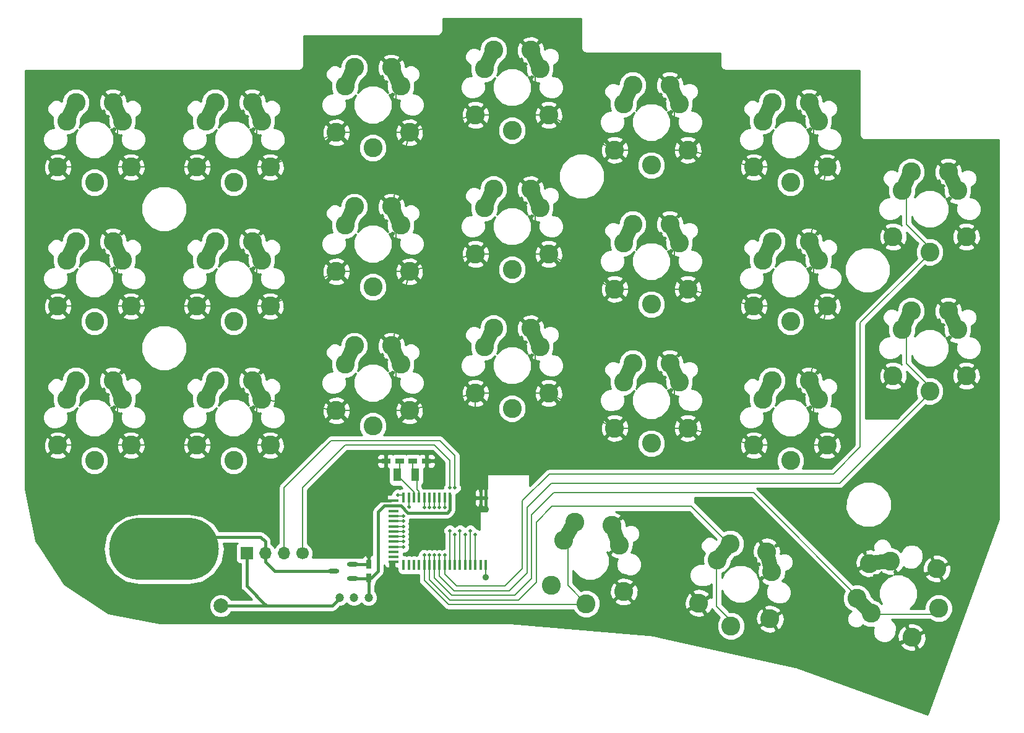
<source format=gtl>
G04 #@! TF.FileFunction,Copper,L1,Top,Signal*
%FSLAX46Y46*%
G04 Gerber Fmt 4.6, Leading zero omitted, Abs format (unit mm)*
G04 Created by KiCad (PCBNEW 4.0.7) date 06/20/18 00:03:06*
%MOMM*%
%LPD*%
G01*
G04 APERTURE LIST*
%ADD10C,0.100000*%
%ADD11R,0.750000X1.200000*%
%ADD12C,2.600000*%
%ADD13C,2.000000*%
%ADD14R,1.200000X0.750000*%
%ADD15R,1.000000X1.800000*%
%ADD16O,15.000000X8.500000*%
%ADD17C,2.000000*%
%ADD18C,1.700000*%
%ADD19O,1.700000X1.700000*%
%ADD20R,1.700000X1.700000*%
%ADD21O,1.550000X0.650000*%
%ADD22C,1.200000*%
%ADD23R,1.400000X0.400000*%
%ADD24R,0.400000X1.400000*%
%ADD25C,0.900000*%
%ADD26C,0.500000*%
%ADD27C,0.400000*%
%ADD28C,0.200000*%
%ADD29C,0.254000*%
G04 APERTURE END LIST*
D10*
D11*
X114744000Y-119954000D03*
X114744000Y-121843800D03*
D12*
X139366000Y-96510000D03*
X129366000Y-96510000D03*
X134366000Y-98610000D03*
D13*
X131629371Y-88001206D02*
X130752629Y-89798794D01*
D12*
X138176000Y-90170000D03*
X136906000Y-87630000D03*
X131826000Y-87630000D03*
X130556000Y-90170000D03*
D13*
X137102629Y-88001206D02*
X137979371Y-89798794D01*
D12*
X139366000Y-58410000D03*
X129366000Y-58410000D03*
X134366000Y-60510000D03*
D13*
X131629371Y-49901206D02*
X130752629Y-51698794D01*
D12*
X138176000Y-52070000D03*
X136906000Y-49530000D03*
X131826000Y-49530000D03*
X130556000Y-52070000D03*
D13*
X137102629Y-49901206D02*
X137979371Y-51698794D01*
D12*
X120316000Y-60797600D03*
X110316000Y-60797600D03*
X115316000Y-62897600D03*
D13*
X112579371Y-52288806D02*
X111702629Y-54086394D01*
D12*
X119126000Y-54457600D03*
X117856000Y-51917600D03*
X112776000Y-51917600D03*
X111506000Y-54457600D03*
D13*
X118052629Y-52288806D02*
X118929371Y-54086394D01*
D12*
X82216000Y-65547400D03*
X72216000Y-65547400D03*
X77216000Y-67647400D03*
D13*
X74479371Y-57038606D02*
X73602629Y-58836194D01*
D12*
X81026000Y-59207400D03*
X79756000Y-56667400D03*
X74676000Y-56667400D03*
X73406000Y-59207400D03*
D13*
X79952629Y-57038606D02*
X80829371Y-58836194D01*
D12*
X101266000Y-103647400D03*
X91266000Y-103647400D03*
X96266000Y-105747400D03*
D13*
X93529371Y-95138606D02*
X92652629Y-96936194D01*
D12*
X100076000Y-97307400D03*
X98806000Y-94767400D03*
X93726000Y-94767400D03*
X92456000Y-97307400D03*
D13*
X99002629Y-95138606D02*
X99879371Y-96936194D01*
D12*
X149683782Y-123702919D03*
X139721835Y-122831361D03*
X144519781Y-125359149D03*
D13*
X142718183Y-114552212D02*
X141688107Y-116266546D01*
D12*
X149050877Y-117283329D03*
X148007086Y-114642307D03*
X142946417Y-114199555D03*
X141459874Y-116619202D03*
D13*
X148170614Y-115029238D02*
X148887350Y-116896398D01*
D14*
X120779500Y-105791000D03*
X122679500Y-105791000D03*
X118996500Y-105791000D03*
X117096500Y-105791000D03*
D15*
X121138000Y-107696000D03*
X118638000Y-107696000D03*
D12*
X192478933Y-120553213D03*
X189058731Y-129950140D03*
X192742186Y-125969919D03*
D13*
X181837199Y-124913087D02*
X183226515Y-126351767D01*
D12*
X186114277Y-119503040D03*
X183293093Y-119827718D03*
X181555630Y-124601357D03*
X183508084Y-126663498D03*
D13*
X183709163Y-119769907D02*
X185698207Y-119560851D01*
D12*
X169667010Y-127423323D03*
X159904049Y-125258927D03*
X164331006Y-128391346D03*
D13*
X163955410Y-117441708D02*
X162710380Y-119006924D01*
D12*
X169877444Y-120976043D03*
X169187305Y-118221373D03*
X164227721Y-117121860D03*
X162438069Y-119326773D03*
D13*
X169298930Y-118626338D02*
X169765820Y-120571078D01*
D12*
X196516000Y-94122400D03*
X186516000Y-94122400D03*
X191516000Y-96222400D03*
D13*
X188779371Y-85613606D02*
X187902629Y-87411194D01*
D12*
X195326000Y-87782400D03*
X194056000Y-85242400D03*
X188976000Y-85242400D03*
X187706000Y-87782400D03*
D13*
X194252629Y-85613606D02*
X195129371Y-87411194D01*
D12*
X196516000Y-75072400D03*
X186516000Y-75072400D03*
X191516000Y-77172400D03*
D13*
X188779371Y-66563606D02*
X187902629Y-68361194D01*
D12*
X195326000Y-68732400D03*
X194056000Y-66192400D03*
X188976000Y-66192400D03*
X187706000Y-68732400D03*
D13*
X194252629Y-66563606D02*
X195129371Y-68361194D01*
D12*
X177466000Y-103647400D03*
X167466000Y-103647400D03*
X172466000Y-105747400D03*
D13*
X169729371Y-95138606D02*
X168852629Y-96936194D01*
D12*
X176276000Y-97307400D03*
X175006000Y-94767400D03*
X169926000Y-94767400D03*
X168656000Y-97307400D03*
D13*
X175202629Y-95138606D02*
X176079371Y-96936194D01*
D12*
X177466000Y-84597400D03*
X167466000Y-84597400D03*
X172466000Y-86697400D03*
D13*
X169729371Y-76088606D02*
X168852629Y-77886194D01*
D12*
X176276000Y-78257400D03*
X175006000Y-75717400D03*
X169926000Y-75717400D03*
X168656000Y-78257400D03*
D13*
X175202629Y-76088606D02*
X176079371Y-77886194D01*
D12*
X177466000Y-65547400D03*
X167466000Y-65547400D03*
X172466000Y-67647400D03*
D13*
X169729371Y-57038606D02*
X168852629Y-58836194D01*
D12*
X176276000Y-59207400D03*
X175006000Y-56667400D03*
X169926000Y-56667400D03*
X168656000Y-59207400D03*
D13*
X175202629Y-57038606D02*
X176079371Y-58836194D01*
D12*
X158416000Y-101285200D03*
X148416000Y-101285200D03*
X153416000Y-103385200D03*
D13*
X150679371Y-92776406D02*
X149802629Y-94573994D01*
D12*
X157226000Y-94945200D03*
X155956000Y-92405200D03*
X150876000Y-92405200D03*
X149606000Y-94945200D03*
D13*
X156152629Y-92776406D02*
X157029371Y-94573994D01*
D12*
X158416000Y-82235200D03*
X148416000Y-82235200D03*
X153416000Y-84335200D03*
D13*
X150679371Y-73726406D02*
X149802629Y-75523994D01*
D12*
X157226000Y-75895200D03*
X155956000Y-73355200D03*
X150876000Y-73355200D03*
X149606000Y-75895200D03*
D13*
X156152629Y-73726406D02*
X157029371Y-75523994D01*
D12*
X158416000Y-63185200D03*
X148416000Y-63185200D03*
X153416000Y-65285200D03*
D13*
X150679371Y-54676406D02*
X149802629Y-56473994D01*
D12*
X157226000Y-56845200D03*
X155956000Y-54305200D03*
X150876000Y-54305200D03*
X149606000Y-56845200D03*
D13*
X156152629Y-54676406D02*
X157029371Y-56473994D01*
D12*
X139366000Y-77460000D03*
X129366000Y-77460000D03*
X134366000Y-79560000D03*
D13*
X131629371Y-68951206D02*
X130752629Y-70748794D01*
D12*
X138176000Y-71120000D03*
X136906000Y-68580000D03*
X131826000Y-68580000D03*
X130556000Y-71120000D03*
D13*
X137102629Y-68951206D02*
X137979371Y-70748794D01*
D12*
X120316000Y-98897600D03*
X110316000Y-98897600D03*
X115316000Y-100997600D03*
D13*
X112579371Y-90388806D02*
X111702629Y-92186394D01*
D12*
X119126000Y-92557600D03*
X117856000Y-90017600D03*
X112776000Y-90017600D03*
X111506000Y-92557600D03*
D13*
X118052629Y-90388806D02*
X118929371Y-92186394D01*
D12*
X120316000Y-79847600D03*
X110316000Y-79847600D03*
X115316000Y-81947600D03*
D13*
X112579371Y-71338806D02*
X111702629Y-73136394D01*
D12*
X119126000Y-73507600D03*
X117856000Y-70967600D03*
X112776000Y-70967600D03*
X111506000Y-73507600D03*
D13*
X118052629Y-71338806D02*
X118929371Y-73136394D01*
D12*
X101266000Y-84597400D03*
X91266000Y-84597400D03*
X96266000Y-86697400D03*
D13*
X93529371Y-76088606D02*
X92652629Y-77886194D01*
D12*
X100076000Y-78257400D03*
X98806000Y-75717400D03*
X93726000Y-75717400D03*
X92456000Y-78257400D03*
D13*
X99002629Y-76088606D02*
X99879371Y-77886194D01*
D12*
X101266000Y-65547400D03*
X91266000Y-65547400D03*
X96266000Y-67647400D03*
D13*
X93529371Y-57038606D02*
X92652629Y-58836194D01*
D12*
X100076000Y-59207400D03*
X98806000Y-56667400D03*
X93726000Y-56667400D03*
X92456000Y-59207400D03*
D13*
X99002629Y-57038606D02*
X99879371Y-58836194D01*
D12*
X82216000Y-103647400D03*
X72216000Y-103647400D03*
X77216000Y-105747400D03*
D13*
X74479371Y-95138606D02*
X73602629Y-96936194D01*
D12*
X81026000Y-97307400D03*
X79756000Y-94767400D03*
X74676000Y-94767400D03*
X73406000Y-97307400D03*
D13*
X79952629Y-95138606D02*
X80829371Y-96936194D01*
D12*
X82216000Y-84597400D03*
X72216000Y-84597400D03*
X77216000Y-86697400D03*
D13*
X74479371Y-76088606D02*
X73602629Y-77886194D01*
D12*
X81026000Y-78257400D03*
X79756000Y-75717400D03*
X74676000Y-75717400D03*
X73406000Y-78257400D03*
D13*
X79952629Y-76088606D02*
X80829371Y-77886194D01*
D16*
X86741000Y-117856000D03*
D17*
X94519000Y-125634000D03*
D18*
X105664000Y-118389400D03*
D19*
X103124000Y-118389400D03*
X100584000Y-118389400D03*
D20*
X98044000Y-118389400D03*
D21*
X109927000Y-120904000D03*
X112577000Y-119954000D03*
X112577000Y-121854000D03*
D22*
X110744000Y-124500000D03*
X114744000Y-124500000D03*
X112744000Y-124500000D03*
D23*
X118146000Y-112643000D03*
D24*
X130746000Y-110843000D03*
X130046000Y-110843000D03*
X125846000Y-110843000D03*
X125146000Y-110843000D03*
X124446000Y-110843000D03*
X123746000Y-110843000D03*
X123046000Y-110843000D03*
X122346000Y-110843000D03*
X121646000Y-110843000D03*
X120946000Y-110843000D03*
X120246000Y-110843000D03*
X119546000Y-110843000D03*
D23*
X118146000Y-111243000D03*
X118146000Y-111943000D03*
X118146000Y-113343000D03*
X118146000Y-114043000D03*
X118146000Y-114743000D03*
X118146000Y-115443000D03*
X118146000Y-116143000D03*
X118146000Y-116843000D03*
X118146000Y-117543000D03*
X118146000Y-118243000D03*
X118146000Y-118943000D03*
X118146000Y-119643000D03*
D24*
X119546000Y-120043000D03*
X120246000Y-120043000D03*
X120946000Y-120043000D03*
X121646000Y-120043000D03*
X122346000Y-120043000D03*
X123046000Y-120043000D03*
X123746000Y-120043000D03*
X124446000Y-120043000D03*
X125146000Y-120043000D03*
X125846000Y-120043000D03*
X126546000Y-120043000D03*
X127246000Y-120043000D03*
X127946000Y-120043000D03*
X128646000Y-120043000D03*
X129346000Y-120043000D03*
X130046000Y-120043000D03*
X130746000Y-120043000D03*
D25*
X130750000Y-112390000D03*
X122834400Y-114909600D03*
X130750000Y-121760000D03*
X117740000Y-121290000D03*
X114750000Y-118650000D03*
X115824000Y-111252000D03*
D26*
X125850000Y-115340000D03*
X125840000Y-109490000D03*
X126560000Y-115900000D03*
X126550000Y-109490000D03*
X119496000Y-116148000D03*
X119496000Y-113338000D03*
X125150000Y-112200000D03*
X119496000Y-116848000D03*
X118710000Y-110440000D03*
X127250000Y-115350000D03*
X119496000Y-117548000D03*
X120250000Y-112100000D03*
X122346000Y-118698000D03*
X119496000Y-115448000D03*
X122346000Y-112198000D03*
X127950000Y-115900000D03*
X119496000Y-114038000D03*
X123050000Y-112200000D03*
X128650000Y-115350000D03*
X125146000Y-118698000D03*
X119496000Y-114748000D03*
X123750000Y-112200000D03*
X129350000Y-115900000D03*
X124446000Y-118698000D03*
X124450000Y-112200000D03*
X123046000Y-118698000D03*
X123746000Y-118698000D03*
D27*
X130746000Y-110443000D02*
X130746000Y-109728000D01*
D28*
X130746000Y-109728000D02*
X130810000Y-109728000D01*
D27*
X130046000Y-110443000D02*
X130046000Y-111900000D01*
X130046000Y-111900000D02*
X130536000Y-112390000D01*
X130536000Y-112390000D02*
X130750000Y-112390000D01*
X130750000Y-112390000D02*
X130750000Y-110443000D01*
X130750000Y-110443000D02*
X130746000Y-110443000D01*
D28*
X130746000Y-120443000D02*
X130746000Y-121760000D01*
D27*
X130746000Y-121760000D02*
X130750000Y-121760000D01*
X117746000Y-119643000D02*
X117746000Y-121290000D01*
X117746000Y-121290000D02*
X117740000Y-121290000D01*
X114744000Y-119954000D02*
X114744000Y-118650000D01*
X114744000Y-118650000D02*
X114750000Y-118650000D01*
X112577000Y-119954000D02*
X114744000Y-119954000D01*
X114744000Y-119954000D02*
X114744000Y-118237000D01*
X114744000Y-118237000D02*
X114744000Y-112903000D01*
X115581000Y-111252000D02*
X115824000Y-111252000D01*
X114744000Y-112903000D02*
X115581000Y-111252000D01*
X114799000Y-119954000D02*
X114808000Y-119954000D01*
X115824000Y-111252000D02*
X117746000Y-111240000D01*
X117746000Y-111240000D02*
X117746000Y-111243000D01*
D28*
X139366000Y-96510000D02*
X148416000Y-101285200D01*
X139366000Y-77460000D02*
X148416000Y-82235200D01*
X139366000Y-58410000D02*
X148416000Y-63185200D01*
D27*
X117096500Y-105791000D02*
X117096500Y-111243000D01*
X117096500Y-111243000D02*
X117246400Y-111243000D01*
D28*
X130740000Y-110443000D02*
X130746000Y-110443000D01*
X129366000Y-96510000D02*
X129366000Y-108590000D01*
D27*
X130050000Y-109274000D02*
X130050000Y-110443000D01*
D28*
X129366000Y-108590000D02*
X130050000Y-109274000D01*
X130050000Y-110443000D02*
X130046000Y-110443000D01*
X130750000Y-110443000D02*
X130746000Y-110443000D01*
X177466000Y-84597400D02*
X175006000Y-94767400D01*
X177466000Y-65547400D02*
X175006000Y-75717400D01*
X158416000Y-101285200D02*
X167466000Y-103647400D01*
X158416000Y-82235200D02*
X167466000Y-84597400D01*
X158416000Y-63185200D02*
X167466000Y-65547400D01*
X175641000Y-96037400D02*
X175641000Y-101854000D01*
X175641000Y-101854000D02*
X177434400Y-103647400D01*
X177434400Y-103647400D02*
X177466000Y-103647400D01*
X175641000Y-76987400D02*
X175641000Y-82804000D01*
X175641000Y-82804000D02*
X177434400Y-84597400D01*
X177434400Y-84597400D02*
X177466000Y-84597400D01*
X175641000Y-57937400D02*
X175641000Y-63754000D01*
X175641000Y-63754000D02*
X177434400Y-65547400D01*
X177434400Y-65547400D02*
X177466000Y-65547400D01*
X167466000Y-65547400D02*
X177466000Y-65547400D01*
X167466000Y-84597400D02*
X177466000Y-84597400D01*
X167466000Y-103647400D02*
X177466000Y-103647400D01*
X156591000Y-55575200D02*
X156591000Y-61468000D01*
X156591000Y-61468000D02*
X158308200Y-63185200D01*
X158308200Y-63185200D02*
X158416000Y-63185200D01*
X156591000Y-74625200D02*
X156591000Y-80518000D01*
X156591000Y-80518000D02*
X158308200Y-82235200D01*
X158308200Y-82235200D02*
X158416000Y-82235200D01*
X156591000Y-93675200D02*
X156591000Y-99568000D01*
X156591000Y-99568000D02*
X158308200Y-101285200D01*
X158308200Y-101285200D02*
X158416000Y-101285200D01*
X148416000Y-101285200D02*
X158416000Y-101285200D01*
X148416000Y-82235200D02*
X158416000Y-82235200D01*
X148416000Y-63185200D02*
X158416000Y-63185200D01*
X137541000Y-88900000D02*
X137541000Y-94742000D01*
X137541000Y-94742000D02*
X139309000Y-96510000D01*
X139309000Y-96510000D02*
X139366000Y-96510000D01*
X137541000Y-69850000D02*
X137541000Y-75692000D01*
X137541000Y-75692000D02*
X139309000Y-77460000D01*
X139309000Y-77460000D02*
X139366000Y-77460000D01*
X137541000Y-50800000D02*
X137541000Y-56642000D01*
X137541000Y-56642000D02*
X139309000Y-58410000D01*
X139309000Y-58410000D02*
X139366000Y-58410000D01*
X129366000Y-77460000D02*
X139366000Y-77460000D01*
X129366000Y-58410000D02*
X139366000Y-58410000D01*
X129366000Y-96510000D02*
X139366000Y-96510000D01*
X120316000Y-79847600D02*
X117856000Y-90017600D01*
X120316000Y-60797600D02*
X117856000Y-70967600D01*
X120316000Y-98897600D02*
X129366000Y-96510000D01*
X120316000Y-79847600D02*
X129366000Y-77460000D01*
X101266000Y-84597400D02*
X110316000Y-79847600D01*
X100076000Y-97307400D02*
X110316000Y-98897600D01*
X120316000Y-60797600D02*
X129366000Y-58410000D01*
X101266000Y-65547400D02*
X110316000Y-60797600D01*
X118491000Y-53187600D02*
X118491000Y-58928000D01*
X118491000Y-58928000D02*
X120316000Y-60753000D01*
X120316000Y-60753000D02*
X120316000Y-60797600D01*
X110316000Y-60797600D02*
X120316000Y-60797600D01*
X118491000Y-72237600D02*
X118491000Y-78232000D01*
X118491000Y-78232000D02*
X120106600Y-79847600D01*
X120106600Y-79847600D02*
X120316000Y-79847600D01*
X110316000Y-79847600D02*
X120316000Y-79847600D01*
X118182400Y-90017600D02*
X117856000Y-90017600D01*
X118491000Y-91287600D02*
X118491000Y-97028000D01*
X118491000Y-97028000D02*
X120316000Y-98853000D01*
X120316000Y-98853000D02*
X120316000Y-98897600D01*
X110316000Y-98897600D02*
X120316000Y-98897600D01*
X99441000Y-96037400D02*
X99441000Y-102108000D01*
X99441000Y-102108000D02*
X100980400Y-103647400D01*
X100980400Y-103647400D02*
X101266000Y-103647400D01*
X99441000Y-76987400D02*
X99441000Y-82804000D01*
X99441000Y-82804000D02*
X101234400Y-84597400D01*
X101234400Y-84597400D02*
X101266000Y-84597400D01*
X99441000Y-57937400D02*
X99441000Y-64008000D01*
X99441000Y-64008000D02*
X100980400Y-65547400D01*
X100980400Y-65547400D02*
X101266000Y-65547400D01*
X110302200Y-98897600D02*
X110316000Y-98897600D01*
X110316000Y-60895400D02*
X110316000Y-60797600D01*
X110316000Y-79945400D02*
X110316000Y-79847600D01*
X91266000Y-103647400D02*
X101266000Y-103647400D01*
X91266000Y-84597400D02*
X101266000Y-84597400D01*
X91266000Y-65547400D02*
X101266000Y-65547400D01*
X82216000Y-103647400D02*
X91266000Y-103647400D01*
X82216000Y-84597400D02*
X91266000Y-84597400D01*
X72216000Y-84597400D02*
X82216000Y-84597400D01*
X72216000Y-103647400D02*
X82216000Y-103647400D01*
X80391000Y-96037400D02*
X80391000Y-102108000D01*
X80391000Y-102108000D02*
X81930400Y-103647400D01*
X81930400Y-103647400D02*
X82216000Y-103647400D01*
X80391000Y-76987400D02*
X80391000Y-83058000D01*
X80391000Y-83058000D02*
X81930400Y-84597400D01*
X81930400Y-84597400D02*
X82216000Y-84597400D01*
X82216000Y-65547400D02*
X91266000Y-65547400D01*
X72216000Y-65547400D02*
X82216000Y-65547400D01*
X80391000Y-57937400D02*
X80391000Y-64008000D01*
X80391000Y-64008000D02*
X81930400Y-65547400D01*
X81930400Y-65547400D02*
X82216000Y-65547400D01*
D27*
X117746000Y-111243000D02*
X117246400Y-111243000D01*
D28*
X192662735Y-121143919D02*
X192996186Y-121143919D01*
D27*
X114744000Y-121843800D02*
X114744000Y-124500000D01*
X117746000Y-111943000D02*
X118872000Y-111943000D01*
X118872000Y-111943000D02*
X119126000Y-111943000D01*
X119126000Y-111943000D02*
X120086000Y-112903000D01*
X120086000Y-112903000D02*
X125476000Y-112903000D01*
X125476000Y-112903000D02*
X125857000Y-112522000D01*
X125857000Y-112522000D02*
X125857000Y-110443000D01*
X125857000Y-110443000D02*
X125846000Y-110443000D01*
X112577000Y-121854000D02*
X114808000Y-121854000D01*
X114808000Y-121854000D02*
X114808000Y-121843800D01*
X114744000Y-121843800D02*
X114808000Y-121843800D01*
X117746000Y-111943000D02*
X116840000Y-111943000D01*
X116840000Y-111943000D02*
X116007000Y-112776000D01*
X116007000Y-112776000D02*
X116007000Y-114808000D01*
X116007000Y-114808000D02*
X116014500Y-114808000D01*
X116014500Y-120904000D02*
X115074700Y-121843800D01*
X116014500Y-114292500D02*
X116014500Y-114808000D01*
X116014500Y-114808000D02*
X116014500Y-120904000D01*
X115074700Y-121843800D02*
X114808000Y-121843800D01*
X100584000Y-118389400D02*
X100584000Y-116840000D01*
X99949000Y-116205000D02*
X87541000Y-116205000D01*
X100584000Y-116840000D02*
X99949000Y-116205000D01*
X87541000Y-116205000D02*
X86741000Y-117005000D01*
X86741000Y-117005000D02*
X86741000Y-117856000D01*
X101854000Y-120904000D02*
X109927000Y-120904000D01*
X100584000Y-119634000D02*
X101854000Y-120904000D01*
X100584000Y-118389400D02*
X100584000Y-119634000D01*
D28*
X125850000Y-115340000D02*
X125850000Y-120443000D01*
X125850000Y-120443000D02*
X125846000Y-120443000D01*
X125840000Y-109490000D02*
X125840000Y-105710500D01*
X105664000Y-109474000D02*
X105664000Y-118389400D01*
X111506000Y-103632000D02*
X105664000Y-109474000D01*
X123761500Y-103632000D02*
X111506000Y-103632000D01*
X125840000Y-105710500D02*
X123761500Y-103632000D01*
X125840000Y-120443000D02*
X125846000Y-120443000D01*
X125850000Y-120443000D02*
X125846000Y-120443000D01*
X126546000Y-120443000D02*
X126546000Y-115900000D01*
X126546000Y-115900000D02*
X126560000Y-115900000D01*
X126550000Y-109490000D02*
X126550000Y-105087000D01*
X126550000Y-105087000D02*
X124460000Y-102997000D01*
X124460000Y-102997000D02*
X109601000Y-102997000D01*
X109601000Y-102997000D02*
X103124000Y-109474000D01*
X103124000Y-109474000D02*
X103124000Y-118389400D01*
D27*
X103124000Y-117919400D02*
X103124000Y-118389400D01*
D28*
X119496000Y-116148000D02*
X117746000Y-116148000D01*
X117746000Y-116148000D02*
X117746000Y-116143000D01*
X115316000Y-62865000D02*
X115316000Y-62897600D01*
X119496000Y-113338000D02*
X117746000Y-113338000D01*
X117746000Y-113338000D02*
X117746000Y-113343000D01*
X153416000Y-83820000D02*
X153416000Y-84335200D01*
X125146000Y-110443000D02*
X125146000Y-112200000D01*
X125146000Y-112200000D02*
X125150000Y-112200000D01*
X117746000Y-116843000D02*
X119496000Y-116843000D01*
X119496000Y-116843000D02*
X119496000Y-116848000D01*
X115316000Y-81915000D02*
X115316000Y-81947600D01*
X119546000Y-110443000D02*
X118710000Y-110443000D01*
X118710000Y-110443000D02*
X118710000Y-110440000D01*
X127250000Y-115350000D02*
X127250000Y-120443000D01*
X127250000Y-120443000D02*
X127246000Y-120443000D01*
X153416000Y-102743000D02*
X153416000Y-103385200D01*
X127250000Y-120443000D02*
X127246000Y-120443000D01*
X153416000Y-102870000D02*
X153416000Y-103385200D01*
X119496000Y-117548000D02*
X117746000Y-117548000D01*
X117746000Y-117548000D02*
X117746000Y-117543000D01*
X115316000Y-100965000D02*
X115316000Y-100997600D01*
X120246000Y-110443000D02*
X120246000Y-112100000D01*
D27*
X120246000Y-112100000D02*
X120250000Y-112100000D01*
D28*
X122346000Y-120443000D02*
X122346000Y-122174000D01*
X122346000Y-122174000D02*
X125648000Y-125476000D01*
X125648000Y-125476000D02*
X144519781Y-125476000D01*
X144519781Y-125476000D02*
X144519781Y-125359149D01*
X122346000Y-120443000D02*
X122346000Y-118698000D01*
X141986000Y-115409379D02*
X142203145Y-115409379D01*
X141986000Y-122825368D02*
X141986000Y-115409379D01*
X144519781Y-125359149D02*
X141986000Y-122825368D01*
X95968400Y-67647400D02*
X96266000Y-67647400D01*
X117746000Y-115443000D02*
X119496000Y-115443000D01*
X119496000Y-115443000D02*
X119496000Y-115448000D01*
X122346000Y-112198000D02*
X122346000Y-110443000D01*
X127946000Y-120443000D02*
X127946000Y-115900000D01*
X127946000Y-115900000D02*
X127950000Y-115900000D01*
X127950000Y-120443000D02*
X127946000Y-120443000D01*
X117746000Y-114043000D02*
X119496000Y-114043000D01*
X119496000Y-114043000D02*
X119496000Y-114038000D01*
X95968400Y-86697400D02*
X96266000Y-86697400D01*
X134366000Y-79375000D02*
X134366000Y-79560000D01*
X123046000Y-112200000D02*
X123050000Y-112200000D01*
X123046000Y-110443000D02*
X123046000Y-112200000D01*
X128650000Y-115350000D02*
X128650000Y-120443000D01*
X128650000Y-120443000D02*
X128646000Y-120443000D01*
X128650000Y-120443000D02*
X128646000Y-120443000D01*
X125146000Y-120443000D02*
X125146000Y-121285000D01*
X181991000Y-86868000D02*
X191516000Y-77343000D01*
X181991000Y-103886000D02*
X181991000Y-86868000D01*
X178308000Y-107569000D02*
X181991000Y-103886000D01*
X139446000Y-107569000D02*
X178308000Y-107569000D01*
X135763000Y-111252000D02*
X139446000Y-107569000D01*
X135763000Y-120523000D02*
X135763000Y-111252000D01*
X133401000Y-122885000D02*
X135763000Y-120523000D01*
X126746000Y-122885000D02*
X133401000Y-122885000D01*
X125146000Y-121285000D02*
X126746000Y-122885000D01*
X191516000Y-77343000D02*
X191516000Y-77172400D01*
X125146000Y-120443000D02*
X125146000Y-118698000D01*
X188341000Y-67462400D02*
X188341000Y-73406000D01*
X188341000Y-73406000D02*
X191516000Y-76581000D01*
X191516000Y-76581000D02*
X191516000Y-77172400D01*
X95968400Y-105747400D02*
X96266000Y-105747400D01*
X119496000Y-114748000D02*
X117746000Y-114748000D01*
X117746000Y-114748000D02*
X117746000Y-114743000D01*
X123746000Y-110443000D02*
X123746000Y-112200000D01*
X123746000Y-112200000D02*
X123750000Y-112200000D01*
X129346000Y-120443000D02*
X129346000Y-115900000D01*
X129346000Y-115900000D02*
X129350000Y-115900000D01*
X129350000Y-120443000D02*
X129346000Y-120443000D01*
X191516000Y-96520000D02*
X179197000Y-108839000D01*
X179197000Y-108839000D02*
X139700000Y-108839000D01*
X139700000Y-108839000D02*
X136398000Y-112141000D01*
X136398000Y-112141000D02*
X136398000Y-121158000D01*
X136398000Y-121158000D02*
X133985000Y-123571000D01*
X133985000Y-123571000D02*
X132461000Y-123571000D01*
X124446000Y-120443000D02*
X124446000Y-121539000D01*
X124446000Y-121539000D02*
X126478000Y-123571000D01*
X126478000Y-123571000D02*
X132461000Y-123571000D01*
X124446000Y-118698000D02*
X124446000Y-120443000D01*
X188341000Y-86512400D02*
X188341000Y-92456000D01*
X188341000Y-92456000D02*
X191516000Y-95631000D01*
X191516000Y-95631000D02*
X191516000Y-96520000D01*
X153416000Y-65151000D02*
X153416000Y-65285200D01*
X124450000Y-112200000D02*
X124450000Y-110443000D01*
X124450000Y-110443000D02*
X124446000Y-110443000D01*
X123046000Y-120443000D02*
X123046000Y-122047000D01*
X123046000Y-122047000D02*
X125840000Y-124841000D01*
X125840000Y-124841000D02*
X135255000Y-124841000D01*
X163332895Y-118224316D02*
X164227721Y-117329490D01*
X164227721Y-117329490D02*
X158912231Y-112014000D01*
X158912231Y-112014000D02*
X139827000Y-112014000D01*
X139827000Y-112014000D02*
X137668000Y-114173000D01*
X137668000Y-114173000D02*
X137668000Y-122428000D01*
X137668000Y-122428000D02*
X135255000Y-124841000D01*
X123046000Y-118698000D02*
X123046000Y-120443000D01*
X164331006Y-127680146D02*
X162380860Y-125730000D01*
X162380860Y-125730000D02*
X162380860Y-118615573D01*
X162380860Y-118615573D02*
X162438069Y-118615573D01*
X162438069Y-118615573D02*
X163332895Y-117513116D01*
X123746000Y-120443000D02*
X123746000Y-121793000D01*
X167386000Y-110109000D02*
X182531857Y-125254857D01*
X140081000Y-110109000D02*
X167386000Y-110109000D01*
X137033000Y-113157000D02*
X140081000Y-110109000D01*
X137033000Y-121872000D02*
X137033000Y-113157000D01*
X134747000Y-124158000D02*
X137033000Y-121872000D01*
X126111000Y-124158000D02*
X134747000Y-124158000D01*
X123746000Y-121793000D02*
X126111000Y-124158000D01*
X182531857Y-125254857D02*
X182531857Y-125632427D01*
X123698000Y-120443000D02*
X123746000Y-120443000D01*
X182531857Y-125508857D02*
X182531857Y-125632427D01*
X192800081Y-125969919D02*
X192742186Y-125969919D01*
X123746000Y-120443000D02*
X123746000Y-118698000D01*
X192742186Y-125969919D02*
X191940705Y-126771400D01*
X191940705Y-126771400D02*
X183508084Y-126771400D01*
X183508084Y-126771400D02*
X182531857Y-125795173D01*
X182531857Y-125795173D02*
X182531857Y-125632427D01*
X120779500Y-105791000D02*
X120779500Y-107696000D01*
X120779500Y-107696000D02*
X121138000Y-107696000D01*
X121646000Y-110443000D02*
X121646000Y-109962000D01*
X121646000Y-109962000D02*
X121348500Y-109664500D01*
X121348500Y-109664500D02*
X121348500Y-107696000D01*
X121348500Y-107696000D02*
X121138000Y-107696000D01*
X120840500Y-107696000D02*
X121138000Y-107696000D01*
X118996500Y-105791000D02*
X118996500Y-107696000D01*
X118996500Y-107696000D02*
X118638000Y-107696000D01*
X120946000Y-110443000D02*
X120946000Y-110045500D01*
X120946000Y-110045500D02*
X118638000Y-107737500D01*
X118638000Y-107737500D02*
X118638000Y-107696000D01*
D27*
X98044000Y-118389400D02*
X98044000Y-122936000D01*
X98044000Y-122936000D02*
X100742000Y-125634000D01*
X100742000Y-125634000D02*
X100584000Y-125476000D01*
X100584000Y-125476000D02*
X100584000Y-125634000D01*
X94519000Y-125634000D02*
X100584000Y-125634000D01*
X100584000Y-125634000D02*
X109728000Y-125634000D01*
X109728000Y-125634000D02*
X110744000Y-124618000D01*
X110744000Y-124618000D02*
X110744000Y-124500000D01*
D29*
G36*
X143816000Y-49225200D02*
X143870046Y-49496905D01*
X144023954Y-49727246D01*
X144254295Y-49881154D01*
X144526000Y-49935200D01*
X162866000Y-49935200D01*
X162866000Y-51587400D01*
X162920046Y-51859105D01*
X163073954Y-52089446D01*
X163304295Y-52243354D01*
X163576000Y-52297400D01*
X181916000Y-52297400D01*
X181916000Y-61112400D01*
X181970046Y-61384105D01*
X182123954Y-61614446D01*
X182354295Y-61768354D01*
X182626000Y-61822400D01*
X200966000Y-61822400D01*
X200966000Y-113743090D01*
X191218354Y-140542946D01*
X173216419Y-134003467D01*
X173170663Y-133996454D01*
X173128314Y-133977773D01*
X158991869Y-130830057D01*
X187472251Y-130830057D01*
X187497526Y-131156376D01*
X188077972Y-131662004D01*
X188807730Y-131907017D01*
X189479330Y-131877694D01*
X189708446Y-131643965D01*
X188997302Y-130118914D01*
X187472251Y-130830057D01*
X158991869Y-130830057D01*
X154078314Y-129735972D01*
X154030485Y-129734884D01*
X153984532Y-129721585D01*
X134096332Y-128019785D01*
X134065866Y-128023180D01*
X134035800Y-128017200D01*
X86175931Y-128017200D01*
X79092908Y-126608299D01*
X73147497Y-122635703D01*
X69953803Y-117856000D01*
X78446626Y-117856000D01*
X78818474Y-119725409D01*
X79877409Y-121310217D01*
X81462217Y-122369152D01*
X83331626Y-122741000D01*
X90150374Y-122741000D01*
X92019783Y-122369152D01*
X93604591Y-121310217D01*
X94663526Y-119725409D01*
X95035374Y-117856000D01*
X94873062Y-117040000D01*
X96797432Y-117040000D01*
X96742559Y-117075310D01*
X96597569Y-117287510D01*
X96546560Y-117539400D01*
X96546560Y-119239400D01*
X96590838Y-119474717D01*
X96729910Y-119690841D01*
X96942110Y-119835831D01*
X97194000Y-119886840D01*
X97209000Y-119886840D01*
X97209000Y-122936000D01*
X97272561Y-123255541D01*
X97441065Y-123507725D01*
X97453566Y-123526434D01*
X98726132Y-124799000D01*
X95943058Y-124799000D01*
X95905894Y-124709057D01*
X95446363Y-124248722D01*
X94845648Y-123999284D01*
X94195205Y-123998716D01*
X93594057Y-124247106D01*
X93133722Y-124706637D01*
X92884284Y-125307352D01*
X92883716Y-125957795D01*
X93132106Y-126558943D01*
X93591637Y-127019278D01*
X94192352Y-127268716D01*
X94842795Y-127269284D01*
X95443943Y-127020894D01*
X95904278Y-126561363D01*
X95942630Y-126469000D01*
X109728000Y-126469000D01*
X110047541Y-126405439D01*
X110318434Y-126224434D01*
X110807812Y-125735056D01*
X110988579Y-125735214D01*
X111442657Y-125547592D01*
X111744221Y-125246554D01*
X112043515Y-125546371D01*
X112497266Y-125734785D01*
X112988579Y-125735214D01*
X113442657Y-125547592D01*
X113744221Y-125246554D01*
X114043515Y-125546371D01*
X114497266Y-125734785D01*
X114988579Y-125735214D01*
X115442657Y-125547592D01*
X115790371Y-125200485D01*
X115978785Y-124746734D01*
X115979214Y-124255421D01*
X115791592Y-123801343D01*
X115579000Y-123588379D01*
X115579000Y-122895363D01*
X115715431Y-122695690D01*
X115766440Y-122443800D01*
X115766440Y-122332928D01*
X116604934Y-121494434D01*
X116610152Y-121486624D01*
X116785939Y-121223541D01*
X116849500Y-120904000D01*
X116849500Y-120062257D01*
X116907673Y-120202699D01*
X117086302Y-120381327D01*
X117319691Y-120478000D01*
X117860250Y-120478000D01*
X118019000Y-120319250D01*
X118019000Y-119790440D01*
X118273000Y-119790440D01*
X118273000Y-120319250D01*
X118431750Y-120478000D01*
X118698560Y-120478000D01*
X118698560Y-120743000D01*
X118742838Y-120978317D01*
X118881910Y-121194441D01*
X119094110Y-121339431D01*
X119346000Y-121390440D01*
X119746000Y-121390440D01*
X119901507Y-121361179D01*
X120046000Y-121390440D01*
X120446000Y-121390440D01*
X120601507Y-121361179D01*
X120746000Y-121390440D01*
X121146000Y-121390440D01*
X121301507Y-121361179D01*
X121446000Y-121390440D01*
X121611000Y-121390440D01*
X121611000Y-122174000D01*
X121655604Y-122398236D01*
X121666949Y-122455272D01*
X121826277Y-122693723D01*
X125128276Y-125995723D01*
X125272888Y-126092349D01*
X125366728Y-126155051D01*
X125648000Y-126211000D01*
X142778085Y-126211000D01*
X142878411Y-126453807D01*
X143422260Y-126998606D01*
X144133197Y-127293812D01*
X144902988Y-127294484D01*
X145614439Y-127000519D01*
X146159238Y-126456670D01*
X146208350Y-126338393D01*
X158445994Y-126338393D01*
X158513645Y-126658622D01*
X159155123Y-127084161D01*
X159910619Y-127231825D01*
X160572646Y-127115091D01*
X160769294Y-126853456D01*
X159865175Y-125434275D01*
X158445994Y-126338393D01*
X146208350Y-126338393D01*
X146454444Y-125745733D01*
X146455116Y-124975942D01*
X146449961Y-124963465D01*
X148379099Y-124963465D01*
X148487970Y-125272123D01*
X149179504Y-125610292D01*
X149947811Y-125658081D01*
X150588937Y-125455934D01*
X150696369Y-125265497D01*
X157931151Y-125265497D01*
X158047885Y-125927524D01*
X158309520Y-126124172D01*
X159728701Y-125220053D01*
X158824583Y-123800872D01*
X158504354Y-123868523D01*
X158078815Y-124510001D01*
X157931151Y-125265497D01*
X150696369Y-125265497D01*
X150749752Y-125170870D01*
X149668128Y-123881841D01*
X148379099Y-124963465D01*
X146449961Y-124963465D01*
X146161151Y-124264491D01*
X145864127Y-123966948D01*
X147728620Y-123966948D01*
X147930767Y-124608074D01*
X148215831Y-124768889D01*
X149467548Y-123718573D01*
X149862704Y-123718573D01*
X150944328Y-125007602D01*
X151252986Y-124898731D01*
X151591155Y-124207197D01*
X151624917Y-123664398D01*
X159038804Y-123664398D01*
X159942923Y-125083579D01*
X161362104Y-124179461D01*
X161294453Y-123859232D01*
X160652975Y-123433693D01*
X159897479Y-123286029D01*
X159235452Y-123402763D01*
X159038804Y-123664398D01*
X151624917Y-123664398D01*
X151638944Y-123438890D01*
X151436797Y-122797764D01*
X151151733Y-122636949D01*
X149862704Y-123718573D01*
X149467548Y-123718573D01*
X149504860Y-123687265D01*
X148423236Y-122398236D01*
X148114578Y-122507107D01*
X147776409Y-123198641D01*
X147728620Y-123966948D01*
X145864127Y-123966948D01*
X145617302Y-123719692D01*
X144906365Y-123424486D01*
X144136574Y-123423814D01*
X143773791Y-123573713D01*
X142721000Y-122520922D01*
X142721000Y-122234968D01*
X148617812Y-122234968D01*
X149699436Y-123523997D01*
X150988465Y-122442373D01*
X150879594Y-122133715D01*
X150188060Y-121795546D01*
X149419753Y-121747757D01*
X148778627Y-121949904D01*
X148617812Y-122234968D01*
X142721000Y-122234968D01*
X142721000Y-120767864D01*
X142804028Y-120968807D01*
X143542904Y-121708973D01*
X144508785Y-122110042D01*
X145554626Y-122110955D01*
X146521207Y-121711572D01*
X147261373Y-120972696D01*
X147662442Y-120006815D01*
X147663355Y-118960974D01*
X147358243Y-118222547D01*
X147582926Y-118349299D01*
X147832383Y-118139980D01*
X148063378Y-118277726D01*
X147746194Y-118543875D01*
X147855065Y-118852533D01*
X148546599Y-119190702D01*
X148784259Y-119205485D01*
X148609027Y-119627490D01*
X148608511Y-120218618D01*
X148834249Y-120764946D01*
X149251875Y-121183302D01*
X149797808Y-121409993D01*
X149869790Y-121410056D01*
X150196412Y-121545681D01*
X150826964Y-121546232D01*
X151409728Y-121305438D01*
X151855985Y-120859960D01*
X152097795Y-120277616D01*
X152098346Y-119647064D01*
X151857552Y-119064300D01*
X151412074Y-118618043D01*
X150829730Y-118376233D01*
X150670472Y-118376094D01*
X150958250Y-117787607D01*
X151006039Y-117019300D01*
X150978649Y-116932431D01*
X151298847Y-116800127D01*
X151646561Y-116453020D01*
X151834975Y-115999269D01*
X151835404Y-115507956D01*
X151647782Y-115053878D01*
X151300675Y-114706164D01*
X150846924Y-114517750D01*
X150355611Y-114517321D01*
X149942995Y-114687811D01*
X149962248Y-114378278D01*
X149760101Y-113737152D01*
X149475037Y-113576337D01*
X149225581Y-113785656D01*
X148994586Y-113647909D01*
X149311769Y-113381761D01*
X149202898Y-113073103D01*
X148540128Y-112749000D01*
X158607785Y-112749000D01*
X162381373Y-116522589D01*
X162354234Y-116587947D01*
X162121266Y-116354571D01*
X161667515Y-116166157D01*
X161176202Y-116165728D01*
X160722124Y-116353350D01*
X160374410Y-116700457D01*
X160185996Y-117154208D01*
X160185567Y-117645521D01*
X160373189Y-118099599D01*
X160711658Y-118438660D01*
X160503406Y-118940189D01*
X160502734Y-119709980D01*
X160564762Y-119860098D01*
X160555031Y-119856058D01*
X159924479Y-119855507D01*
X159341715Y-120096301D01*
X158895458Y-120541779D01*
X158653648Y-121124123D01*
X158653097Y-121754675D01*
X158893891Y-122337439D01*
X159339369Y-122783696D01*
X159921713Y-123025506D01*
X160552265Y-123026057D01*
X160572921Y-123017522D01*
X160942683Y-123017845D01*
X161489011Y-122792107D01*
X161645860Y-122635532D01*
X161645860Y-124504381D01*
X161498578Y-124393682D01*
X160079397Y-125297801D01*
X160983515Y-126716982D01*
X161303744Y-126649331D01*
X161714457Y-126030202D01*
X161861137Y-126249723D01*
X162798487Y-127187073D01*
X162691549Y-127293825D01*
X162396343Y-128004762D01*
X162395671Y-128774553D01*
X162689636Y-129486004D01*
X163233485Y-130030803D01*
X163944422Y-130326009D01*
X164714213Y-130326681D01*
X165425664Y-130032716D01*
X165970463Y-129488867D01*
X166265669Y-128777930D01*
X166265909Y-128502789D01*
X168208955Y-128502789D01*
X168276606Y-128823018D01*
X168918084Y-129248557D01*
X169673580Y-129396221D01*
X170335607Y-129279487D01*
X170532255Y-129017852D01*
X169628136Y-127598671D01*
X168208955Y-128502789D01*
X166265909Y-128502789D01*
X166266341Y-128008139D01*
X166027416Y-127429893D01*
X167694112Y-127429893D01*
X167810846Y-128091920D01*
X168072481Y-128288568D01*
X169369622Y-127462197D01*
X169842358Y-127462197D01*
X170746476Y-128881378D01*
X171066705Y-128813727D01*
X171492244Y-128172249D01*
X171639908Y-127416753D01*
X171523174Y-126754726D01*
X171261539Y-126558078D01*
X169842358Y-127462197D01*
X169369622Y-127462197D01*
X169491662Y-127384449D01*
X168587544Y-125965268D01*
X168267315Y-126032919D01*
X167841776Y-126674397D01*
X167694112Y-127429893D01*
X166027416Y-127429893D01*
X165972376Y-127296688D01*
X165428527Y-126751889D01*
X164717590Y-126456683D01*
X164146491Y-126456184D01*
X163519101Y-125828794D01*
X168801765Y-125828794D01*
X169705884Y-127247975D01*
X171125065Y-126343857D01*
X171057414Y-126023628D01*
X170415936Y-125598089D01*
X169660440Y-125450425D01*
X168998413Y-125567159D01*
X168801765Y-125828794D01*
X163519101Y-125828794D01*
X163115860Y-125425554D01*
X163115860Y-123483912D01*
X163378028Y-124118407D01*
X164116904Y-124858573D01*
X165082785Y-125259642D01*
X166128626Y-125260555D01*
X167095207Y-124861172D01*
X167835373Y-124122296D01*
X168236442Y-123156415D01*
X168237355Y-122110574D01*
X168055445Y-121670319D01*
X168282915Y-121841288D01*
X168557560Y-121666320D01*
X168768598Y-121833038D01*
X168419389Y-122055509D01*
X168487040Y-122375738D01*
X169128518Y-122801277D01*
X169351724Y-122844903D01*
X169308633Y-122887919D01*
X169081942Y-123433852D01*
X169081426Y-124024980D01*
X169307164Y-124571308D01*
X169724790Y-124989664D01*
X170030982Y-125116806D01*
X170078625Y-125164532D01*
X170660969Y-125406342D01*
X171291521Y-125406893D01*
X171874285Y-125166099D01*
X172320542Y-124720621D01*
X172562352Y-124138277D01*
X172562903Y-123507725D01*
X172322109Y-122924961D01*
X171876631Y-122478704D01*
X171348224Y-122259290D01*
X171702678Y-121724969D01*
X171850342Y-120969473D01*
X171837346Y-120895768D01*
X171857891Y-120895786D01*
X172311969Y-120708164D01*
X172659683Y-120361057D01*
X172848097Y-119907306D01*
X172848526Y-119415993D01*
X172660904Y-118961915D01*
X172313797Y-118614201D01*
X171860046Y-118425787D01*
X171368733Y-118425358D01*
X171097113Y-118537589D01*
X171160203Y-118214803D01*
X171043469Y-117552776D01*
X170781834Y-117356128D01*
X170507190Y-117531096D01*
X170296151Y-117364377D01*
X170645360Y-117141907D01*
X170577709Y-116821678D01*
X169936231Y-116396139D01*
X169180735Y-116248475D01*
X168518708Y-116365209D01*
X168322060Y-116626844D01*
X168684116Y-117195157D01*
X168557800Y-117168960D01*
X168440646Y-117228946D01*
X168417900Y-117250016D01*
X168107839Y-116763318D01*
X167787610Y-116830969D01*
X167362071Y-117472447D01*
X167214407Y-118227943D01*
X167331141Y-118889970D01*
X167592776Y-119086618D01*
X167710039Y-119011913D01*
X167772751Y-119273126D01*
X167729250Y-119300839D01*
X167796901Y-119621068D01*
X167867534Y-119667924D01*
X167912903Y-119856900D01*
X168088761Y-119814680D01*
X168253371Y-119923878D01*
X168164604Y-120057690D01*
X167972198Y-120103882D01*
X168029580Y-120342897D01*
X167904546Y-120982613D01*
X168003745Y-121545194D01*
X167837972Y-121143993D01*
X167099096Y-120403827D01*
X166133215Y-120002758D01*
X165087374Y-120001845D01*
X164120793Y-120401228D01*
X163380627Y-121140104D01*
X163115860Y-121777733D01*
X163115860Y-121140389D01*
X163532727Y-120968143D01*
X164077526Y-120424294D01*
X164372732Y-119713357D01*
X164372880Y-119543319D01*
X164832328Y-118965715D01*
X165322379Y-118763230D01*
X165867178Y-118219381D01*
X166162384Y-117508444D01*
X166163056Y-116738653D01*
X165869091Y-116027202D01*
X165325242Y-115482403D01*
X164614305Y-115187197D01*
X163844514Y-115186525D01*
X163334808Y-115397131D01*
X159431954Y-111494277D01*
X159385000Y-111462903D01*
X159385000Y-110844000D01*
X167081554Y-110844000D01*
X179864891Y-123627338D01*
X179620967Y-124214773D01*
X179620295Y-124984564D01*
X179914260Y-125696015D01*
X180458109Y-126240814D01*
X180772024Y-126371163D01*
X180767289Y-126373119D01*
X180419575Y-126720226D01*
X180231161Y-127173977D01*
X180230732Y-127665290D01*
X180418354Y-128119368D01*
X180765461Y-128467082D01*
X181219212Y-128655496D01*
X181710525Y-128655925D01*
X182164603Y-128468303D01*
X182370472Y-128262794D01*
X182410563Y-128302955D01*
X183121500Y-128598161D01*
X183817239Y-128598768D01*
X183732165Y-128803650D01*
X183731614Y-129434202D01*
X183972408Y-130016966D01*
X184417886Y-130463223D01*
X185000230Y-130705033D01*
X185630782Y-130705584D01*
X186213546Y-130464790D01*
X186659803Y-130019312D01*
X186792750Y-129699139D01*
X187101854Y-129699139D01*
X187131177Y-130370739D01*
X187364906Y-130599855D01*
X188626487Y-130011569D01*
X189227505Y-130011569D01*
X189938648Y-131536620D01*
X190264967Y-131511345D01*
X190770595Y-130930899D01*
X191015608Y-130201141D01*
X190986285Y-129529541D01*
X190752556Y-129300425D01*
X189227505Y-130011569D01*
X188626487Y-130011569D01*
X188889957Y-129888711D01*
X188178814Y-128363660D01*
X187852495Y-128388935D01*
X187346867Y-128969381D01*
X187101854Y-129699139D01*
X186792750Y-129699139D01*
X186901613Y-129436968D01*
X186901882Y-129129182D01*
X186946180Y-129022500D01*
X186946696Y-128431372D01*
X186874364Y-128256315D01*
X188409016Y-128256315D01*
X189120160Y-129781366D01*
X190645211Y-129070223D01*
X190619936Y-128743904D01*
X190039490Y-128238276D01*
X189309732Y-127993263D01*
X188638132Y-128022586D01*
X188409016Y-128256315D01*
X186874364Y-128256315D01*
X186720958Y-127885044D01*
X186342975Y-127506400D01*
X191541869Y-127506400D01*
X191644665Y-127609376D01*
X192355602Y-127904582D01*
X193125393Y-127905254D01*
X193836844Y-127611289D01*
X194381643Y-127067440D01*
X194676849Y-126356503D01*
X194677521Y-125586712D01*
X194383556Y-124875261D01*
X193839707Y-124330462D01*
X193128770Y-124035256D01*
X192358979Y-124034584D01*
X191647528Y-124328549D01*
X191102729Y-124872398D01*
X190807523Y-125583335D01*
X190807127Y-126036400D01*
X188831033Y-126036400D01*
X189425373Y-125443096D01*
X189826442Y-124477215D01*
X189827355Y-123431374D01*
X189427972Y-122464793D01*
X188689096Y-121724627D01*
X187987094Y-121433130D01*
X190892453Y-121433130D01*
X190917728Y-121759449D01*
X191498174Y-122265077D01*
X192227932Y-122510090D01*
X192899532Y-122480767D01*
X193128648Y-122247038D01*
X192417504Y-120721987D01*
X190892453Y-121433130D01*
X187987094Y-121433130D01*
X187723215Y-121323558D01*
X186677374Y-121322645D01*
X186615724Y-121348118D01*
X186763992Y-121196865D01*
X186626369Y-120901732D01*
X186819207Y-120714260D01*
X186994194Y-121089520D01*
X187320513Y-121064245D01*
X187826141Y-120483799D01*
X187904901Y-120249217D01*
X188092668Y-120437312D01*
X188638601Y-120664003D01*
X189229729Y-120664519D01*
X189776057Y-120438781D01*
X189912864Y-120302212D01*
X190522056Y-120302212D01*
X190551379Y-120973812D01*
X190785108Y-121202928D01*
X192046689Y-120614642D01*
X192647707Y-120614642D01*
X193358850Y-122139693D01*
X193685169Y-122114418D01*
X194190797Y-121533972D01*
X194435810Y-120804214D01*
X194406487Y-120132614D01*
X194172758Y-119903498D01*
X192647707Y-120614642D01*
X192046689Y-120614642D01*
X192310159Y-120491784D01*
X191599016Y-118966733D01*
X191272697Y-118992008D01*
X190767069Y-119572454D01*
X190522056Y-120302212D01*
X189912864Y-120302212D01*
X190194413Y-120021155D01*
X190273310Y-119831149D01*
X190422025Y-119682694D01*
X190663835Y-119100350D01*
X190664045Y-118859388D01*
X191829218Y-118859388D01*
X192540362Y-120384439D01*
X194065413Y-119673296D01*
X194040138Y-119346977D01*
X193459692Y-118841349D01*
X192729934Y-118596336D01*
X192058334Y-118625659D01*
X191829218Y-118859388D01*
X190664045Y-118859388D01*
X190664386Y-118469798D01*
X190423592Y-117887034D01*
X189978114Y-117440777D01*
X189395770Y-117198967D01*
X188765218Y-117198416D01*
X188182454Y-117439210D01*
X187736197Y-117884688D01*
X187594400Y-118226173D01*
X187095036Y-117791176D01*
X186365278Y-117546163D01*
X186271689Y-117550249D01*
X186271850Y-117365741D01*
X186084228Y-116911663D01*
X185737121Y-116563949D01*
X185283370Y-116375535D01*
X184792057Y-116375106D01*
X184337979Y-116562728D01*
X183990265Y-116909835D01*
X183801851Y-117363586D01*
X183801422Y-117854899D01*
X183850519Y-117973722D01*
X183544094Y-117870841D01*
X182872494Y-117900164D01*
X182643378Y-118133893D01*
X182781001Y-118429026D01*
X182588163Y-118616498D01*
X182413176Y-118241238D01*
X182086857Y-118266513D01*
X181581229Y-118846959D01*
X181336216Y-119576717D01*
X181365539Y-120248317D01*
X181599268Y-120477433D01*
X182209977Y-120192654D01*
X182167516Y-120314471D01*
X182211698Y-120438453D01*
X182229618Y-120463754D01*
X181706613Y-120707635D01*
X181731888Y-121033954D01*
X182312334Y-121539582D01*
X183042092Y-121784595D01*
X183713692Y-121755272D01*
X183942808Y-121521543D01*
X183884048Y-121395532D01*
X184151212Y-121367452D01*
X184173010Y-121414198D01*
X184499329Y-121388923D01*
X184555002Y-121325012D01*
X184748285Y-121304697D01*
X184734439Y-121172968D01*
X184776195Y-121131212D01*
X184748204Y-121103221D01*
X184859129Y-120975883D01*
X184980209Y-121081357D01*
X185000893Y-121278147D01*
X185245356Y-121252453D01*
X185863276Y-121459917D01*
X186402086Y-121436392D01*
X185710793Y-121722028D01*
X184970627Y-122460904D01*
X184569558Y-123426785D01*
X184568645Y-124472626D01*
X184931290Y-125350295D01*
X184605605Y-125024041D01*
X183957301Y-124754842D01*
X183490918Y-124271889D01*
X183490965Y-124218150D01*
X183197000Y-123506699D01*
X182653151Y-122961900D01*
X181942214Y-122666694D01*
X181172423Y-122666022D01*
X181038008Y-122721561D01*
X170697301Y-112380854D01*
X179998457Y-112380854D01*
X180474727Y-113533515D01*
X181355847Y-114416174D01*
X182507674Y-114894454D01*
X183754854Y-114895543D01*
X184907515Y-114419273D01*
X185790174Y-113538153D01*
X186268454Y-112386326D01*
X186269543Y-111139146D01*
X185793273Y-109986485D01*
X184912153Y-109103826D01*
X183760326Y-108625546D01*
X182513146Y-108624457D01*
X181360485Y-109100727D01*
X180477826Y-109981847D01*
X179999546Y-111133674D01*
X179998457Y-112380854D01*
X170697301Y-112380854D01*
X167905723Y-109589277D01*
X167882859Y-109574000D01*
X179197000Y-109574000D01*
X179478272Y-109518051D01*
X179716723Y-109358723D01*
X190980301Y-98095145D01*
X191129416Y-98157063D01*
X191899207Y-98157735D01*
X192610658Y-97863770D01*
X193155457Y-97319921D01*
X193450663Y-96608984D01*
X193451335Y-95839193D01*
X193307820Y-95491859D01*
X195326146Y-95491859D01*
X195461504Y-95789855D01*
X196179880Y-96066466D01*
X196949427Y-96047110D01*
X197570496Y-95789855D01*
X197705854Y-95491859D01*
X196516000Y-94302005D01*
X195326146Y-95491859D01*
X193307820Y-95491859D01*
X193157370Y-95127742D01*
X192613521Y-94582943D01*
X191902584Y-94287737D01*
X191211581Y-94287134D01*
X190710727Y-93786280D01*
X194571934Y-93786280D01*
X194591290Y-94555827D01*
X194848545Y-95176896D01*
X195146541Y-95312254D01*
X196336395Y-94122400D01*
X196695605Y-94122400D01*
X197885459Y-95312254D01*
X198183455Y-95176896D01*
X198460066Y-94458520D01*
X198440710Y-93688973D01*
X198183455Y-93067904D01*
X197885459Y-92932546D01*
X196695605Y-94122400D01*
X196336395Y-94122400D01*
X195146541Y-92932546D01*
X194848545Y-93067904D01*
X194571934Y-93786280D01*
X190710727Y-93786280D01*
X189076000Y-92151554D01*
X189076000Y-91301300D01*
X189286028Y-91809607D01*
X190024904Y-92549773D01*
X190990785Y-92950842D01*
X192036626Y-92951755D01*
X192517792Y-92752941D01*
X195326146Y-92752941D01*
X196516000Y-93942795D01*
X197705854Y-92752941D01*
X197570496Y-92454945D01*
X196852120Y-92178334D01*
X196082573Y-92197690D01*
X195461504Y-92454945D01*
X195326146Y-92752941D01*
X192517792Y-92752941D01*
X193003207Y-92552372D01*
X193743373Y-91813496D01*
X194144442Y-90847615D01*
X194145355Y-89801774D01*
X193767038Y-88886176D01*
X193956541Y-88972254D01*
X194186805Y-88741990D01*
X194428926Y-88859079D01*
X194136146Y-89151859D01*
X194271504Y-89449855D01*
X194989880Y-89726466D01*
X195237126Y-89720247D01*
X195110358Y-90025539D01*
X195109842Y-90616667D01*
X195335580Y-91162995D01*
X195753206Y-91581351D01*
X196299139Y-91808042D01*
X196461065Y-91808183D01*
X196699341Y-91907124D01*
X197329893Y-91907675D01*
X197912657Y-91666881D01*
X198358914Y-91221403D01*
X198600724Y-90639059D01*
X198601275Y-90008507D01*
X198360481Y-89425743D01*
X197915003Y-88979486D01*
X197332659Y-88737676D01*
X197031761Y-88737413D01*
X197270066Y-88118520D01*
X197250710Y-87348973D01*
X197214290Y-87261046D01*
X197434657Y-87169992D01*
X197782371Y-86822885D01*
X197970785Y-86369134D01*
X197971214Y-85877821D01*
X197783592Y-85423743D01*
X197436485Y-85076029D01*
X196982734Y-84887615D01*
X196491421Y-84887186D01*
X196037343Y-85074808D01*
X195988620Y-85123446D01*
X195980710Y-84808973D01*
X195723455Y-84187904D01*
X195425459Y-84052546D01*
X195195195Y-84282810D01*
X194953074Y-84165721D01*
X195245854Y-83872941D01*
X195110496Y-83574945D01*
X194392120Y-83298334D01*
X193622573Y-83317690D01*
X193001504Y-83574945D01*
X192866146Y-83872941D01*
X193342624Y-84349419D01*
X193213633Y-84351183D01*
X193112239Y-84435105D01*
X193094593Y-84460598D01*
X192686541Y-84052546D01*
X192388545Y-84187904D01*
X192111934Y-84906280D01*
X192131290Y-85675827D01*
X192388545Y-86296896D01*
X192686541Y-86432254D01*
X192784855Y-86333940D01*
X192902617Y-86575388D01*
X192866146Y-86611859D01*
X193001504Y-86909855D01*
X193080603Y-86940312D01*
X193165799Y-87114990D01*
X193328352Y-87035708D01*
X193512694Y-87106689D01*
X193454993Y-87256542D01*
X193277145Y-87343284D01*
X193384900Y-87564215D01*
X193401290Y-88215827D01*
X193595335Y-88684293D01*
X193007096Y-88095027D01*
X192041215Y-87693958D01*
X190995374Y-87693045D01*
X190028793Y-88092428D01*
X189420171Y-88699989D01*
X189640663Y-88168984D01*
X189641180Y-87576351D01*
X189955835Y-86931214D01*
X190070658Y-86883770D01*
X190615457Y-86339921D01*
X190910663Y-85628984D01*
X190911335Y-84859193D01*
X190617370Y-84147742D01*
X190073521Y-83602943D01*
X189362584Y-83307737D01*
X188592793Y-83307065D01*
X187881342Y-83601030D01*
X187336543Y-84144879D01*
X187041337Y-84855816D01*
X187041106Y-85120728D01*
X186996485Y-85076029D01*
X186542734Y-84887615D01*
X186051421Y-84887186D01*
X185597343Y-85074808D01*
X185249629Y-85421915D01*
X185061215Y-85875666D01*
X185060786Y-86366979D01*
X185248408Y-86821057D01*
X185595515Y-87168771D01*
X185825892Y-87264432D01*
X185771337Y-87395816D01*
X185770665Y-88165607D01*
X186006921Y-88737391D01*
X185702107Y-88737125D01*
X185119343Y-88977919D01*
X184673086Y-89423397D01*
X184431276Y-90005741D01*
X184430725Y-90636293D01*
X184671519Y-91219057D01*
X185116997Y-91665314D01*
X185699341Y-91907124D01*
X186329893Y-91907675D01*
X186570112Y-91808418D01*
X186730267Y-91808558D01*
X187276595Y-91582820D01*
X187606000Y-91253990D01*
X187606000Y-92456000D01*
X187631967Y-92586543D01*
X187633289Y-92593186D01*
X187570496Y-92454945D01*
X186852120Y-92178334D01*
X186082573Y-92197690D01*
X185461504Y-92454945D01*
X185326146Y-92752941D01*
X186516000Y-93942795D01*
X186530143Y-93928653D01*
X186709748Y-94108258D01*
X186695605Y-94122400D01*
X187885459Y-95312254D01*
X188183455Y-95176896D01*
X188460066Y-94458520D01*
X188440710Y-93688973D01*
X188374372Y-93528818D01*
X189923529Y-95077975D01*
X189876543Y-95124879D01*
X189581337Y-95835816D01*
X189580665Y-96605607D01*
X189817576Y-97178977D01*
X187047553Y-99949000D01*
X182726000Y-99949000D01*
X182726000Y-95491859D01*
X185326146Y-95491859D01*
X185461504Y-95789855D01*
X186179880Y-96066466D01*
X186949427Y-96047110D01*
X187570496Y-95789855D01*
X187705854Y-95491859D01*
X186516000Y-94302005D01*
X185326146Y-95491859D01*
X182726000Y-95491859D01*
X182726000Y-93786280D01*
X184571934Y-93786280D01*
X184591290Y-94555827D01*
X184848545Y-95176896D01*
X185146541Y-95312254D01*
X186336395Y-94122400D01*
X185146541Y-92932546D01*
X184848545Y-93067904D01*
X184571934Y-93786280D01*
X182726000Y-93786280D01*
X182726000Y-87172446D01*
X190890564Y-79007883D01*
X191129416Y-79107063D01*
X191899207Y-79107735D01*
X192610658Y-78813770D01*
X193155457Y-78269921D01*
X193450663Y-77558984D01*
X193451335Y-76789193D01*
X193307820Y-76441859D01*
X195326146Y-76441859D01*
X195461504Y-76739855D01*
X196179880Y-77016466D01*
X196949427Y-76997110D01*
X197570496Y-76739855D01*
X197705854Y-76441859D01*
X196516000Y-75252005D01*
X195326146Y-76441859D01*
X193307820Y-76441859D01*
X193157370Y-76077742D01*
X192613521Y-75532943D01*
X191902584Y-75237737D01*
X191211581Y-75237134D01*
X190710727Y-74736280D01*
X194571934Y-74736280D01*
X194591290Y-75505827D01*
X194848545Y-76126896D01*
X195146541Y-76262254D01*
X196336395Y-75072400D01*
X196695605Y-75072400D01*
X197885459Y-76262254D01*
X198183455Y-76126896D01*
X198460066Y-75408520D01*
X198440710Y-74638973D01*
X198183455Y-74017904D01*
X197885459Y-73882546D01*
X196695605Y-75072400D01*
X196336395Y-75072400D01*
X195146541Y-73882546D01*
X194848545Y-74017904D01*
X194571934Y-74736280D01*
X190710727Y-74736280D01*
X189076000Y-73101554D01*
X189076000Y-72251300D01*
X189286028Y-72759607D01*
X190024904Y-73499773D01*
X190990785Y-73900842D01*
X192036626Y-73901755D01*
X192517792Y-73702941D01*
X195326146Y-73702941D01*
X196516000Y-74892795D01*
X197705854Y-73702941D01*
X197570496Y-73404945D01*
X196852120Y-73128334D01*
X196082573Y-73147690D01*
X195461504Y-73404945D01*
X195326146Y-73702941D01*
X192517792Y-73702941D01*
X193003207Y-73502372D01*
X193743373Y-72763496D01*
X194144442Y-71797615D01*
X194145355Y-70751774D01*
X193767038Y-69836176D01*
X193956541Y-69922254D01*
X194186805Y-69691990D01*
X194428926Y-69809079D01*
X194136146Y-70101859D01*
X194271504Y-70399855D01*
X194989880Y-70676466D01*
X195237126Y-70670247D01*
X195110358Y-70975539D01*
X195109842Y-71566667D01*
X195335580Y-72112995D01*
X195753206Y-72531351D01*
X196299139Y-72758042D01*
X196461065Y-72758183D01*
X196699341Y-72857124D01*
X197329893Y-72857675D01*
X197912657Y-72616881D01*
X198358914Y-72171403D01*
X198600724Y-71589059D01*
X198601275Y-70958507D01*
X198360481Y-70375743D01*
X197915003Y-69929486D01*
X197332659Y-69687676D01*
X197031761Y-69687413D01*
X197270066Y-69068520D01*
X197250710Y-68298973D01*
X197214290Y-68211046D01*
X197434657Y-68119992D01*
X197782371Y-67772885D01*
X197970785Y-67319134D01*
X197971214Y-66827821D01*
X197783592Y-66373743D01*
X197436485Y-66026029D01*
X196982734Y-65837615D01*
X196491421Y-65837186D01*
X196037343Y-66024808D01*
X195988620Y-66073446D01*
X195980710Y-65758973D01*
X195723455Y-65137904D01*
X195425459Y-65002546D01*
X195195195Y-65232810D01*
X194953074Y-65115721D01*
X195245854Y-64822941D01*
X195110496Y-64524945D01*
X194392120Y-64248334D01*
X193622573Y-64267690D01*
X193001504Y-64524945D01*
X192866146Y-64822941D01*
X193342624Y-65299419D01*
X193213633Y-65301183D01*
X193112239Y-65385105D01*
X193094593Y-65410598D01*
X192686541Y-65002546D01*
X192388545Y-65137904D01*
X192111934Y-65856280D01*
X192131290Y-66625827D01*
X192388545Y-67246896D01*
X192686541Y-67382254D01*
X192784855Y-67283940D01*
X192902617Y-67525388D01*
X192866146Y-67561859D01*
X193001504Y-67859855D01*
X193080603Y-67890312D01*
X193165799Y-68064990D01*
X193328352Y-67985708D01*
X193512694Y-68056689D01*
X193454993Y-68206542D01*
X193277145Y-68293284D01*
X193384900Y-68514215D01*
X193401290Y-69165827D01*
X193595335Y-69634293D01*
X193007096Y-69045027D01*
X192041215Y-68643958D01*
X190995374Y-68643045D01*
X190028793Y-69042428D01*
X189420171Y-69649989D01*
X189640663Y-69118984D01*
X189641180Y-68526351D01*
X189955835Y-67881214D01*
X190070658Y-67833770D01*
X190615457Y-67289921D01*
X190910663Y-66578984D01*
X190911335Y-65809193D01*
X190617370Y-65097742D01*
X190073521Y-64552943D01*
X189362584Y-64257737D01*
X188592793Y-64257065D01*
X187881342Y-64551030D01*
X187336543Y-65094879D01*
X187041337Y-65805816D01*
X187041106Y-66070728D01*
X186996485Y-66026029D01*
X186542734Y-65837615D01*
X186051421Y-65837186D01*
X185597343Y-66024808D01*
X185249629Y-66371915D01*
X185061215Y-66825666D01*
X185060786Y-67316979D01*
X185248408Y-67771057D01*
X185595515Y-68118771D01*
X185825892Y-68214432D01*
X185771337Y-68345816D01*
X185770665Y-69115607D01*
X186006921Y-69687391D01*
X185702107Y-69687125D01*
X185119343Y-69927919D01*
X184673086Y-70373397D01*
X184431276Y-70955741D01*
X184430725Y-71586293D01*
X184671519Y-72169057D01*
X185116997Y-72615314D01*
X185699341Y-72857124D01*
X186329893Y-72857675D01*
X186570112Y-72758418D01*
X186730267Y-72758558D01*
X187276595Y-72532820D01*
X187606000Y-72203990D01*
X187606000Y-73406000D01*
X187631967Y-73536543D01*
X187633289Y-73543186D01*
X187570496Y-73404945D01*
X186852120Y-73128334D01*
X186082573Y-73147690D01*
X185461504Y-73404945D01*
X185326146Y-73702941D01*
X186516000Y-74892795D01*
X186530143Y-74878653D01*
X186709748Y-75058258D01*
X186695605Y-75072400D01*
X187885459Y-76262254D01*
X188183455Y-76126896D01*
X188460066Y-75408520D01*
X188440710Y-74638973D01*
X188374372Y-74478818D01*
X189923529Y-76027975D01*
X189876543Y-76074879D01*
X189581337Y-76785816D01*
X189580665Y-77555607D01*
X189780444Y-78039109D01*
X181471277Y-86348277D01*
X181311949Y-86586728D01*
X181256000Y-86868000D01*
X181256000Y-103581553D01*
X178003554Y-106834000D01*
X174109992Y-106834000D01*
X174400663Y-106133984D01*
X174401335Y-105364193D01*
X174257820Y-105016859D01*
X176276146Y-105016859D01*
X176411504Y-105314855D01*
X177129880Y-105591466D01*
X177899427Y-105572110D01*
X178520496Y-105314855D01*
X178655854Y-105016859D01*
X177466000Y-103827005D01*
X176276146Y-105016859D01*
X174257820Y-105016859D01*
X174107370Y-104652742D01*
X173563521Y-104107943D01*
X172852584Y-103812737D01*
X172082793Y-103812065D01*
X171371342Y-104106030D01*
X170826543Y-104649879D01*
X170531337Y-105360816D01*
X170530665Y-106130607D01*
X170821301Y-106834000D01*
X139446000Y-106834000D01*
X139164728Y-106889949D01*
X138926277Y-107049276D01*
X136779000Y-109196554D01*
X136779000Y-107696000D01*
X136770315Y-107649841D01*
X136743035Y-107607447D01*
X136701410Y-107579006D01*
X136652000Y-107569000D01*
X131064000Y-107569000D01*
X131017841Y-107577685D01*
X130975447Y-107604965D01*
X130947006Y-107646590D01*
X130937000Y-107696000D01*
X130937000Y-109575750D01*
X130846000Y-109666750D01*
X130846000Y-109932194D01*
X130784327Y-109783302D01*
X130605699Y-109604673D01*
X130568525Y-109589275D01*
X130487250Y-109508000D01*
X130419690Y-109508000D01*
X130396000Y-109517813D01*
X130372310Y-109508000D01*
X130304750Y-109508000D01*
X130223475Y-109589275D01*
X130186301Y-109604673D01*
X130007673Y-109783302D01*
X129946000Y-109932194D01*
X129946000Y-109666750D01*
X129787250Y-109508000D01*
X129719690Y-109508000D01*
X129486301Y-109604673D01*
X129307673Y-109783302D01*
X129211000Y-110016691D01*
X129211000Y-110557250D01*
X129369750Y-110716000D01*
X129946000Y-110716000D01*
X129946000Y-110592250D01*
X130069750Y-110716000D01*
X130722250Y-110716000D01*
X130846000Y-110592250D01*
X130846000Y-110716000D01*
X130893000Y-110716000D01*
X130893000Y-110970000D01*
X130846000Y-110970000D01*
X130846000Y-111093750D01*
X130722250Y-110970000D01*
X130069750Y-110970000D01*
X129946000Y-111093750D01*
X129946000Y-110970000D01*
X129369750Y-110970000D01*
X129211000Y-111128750D01*
X129211000Y-111669309D01*
X129307673Y-111902698D01*
X129486301Y-112081327D01*
X129719690Y-112178000D01*
X129787250Y-112178000D01*
X129946000Y-112019250D01*
X129946000Y-111753806D01*
X130007673Y-111902698D01*
X130186301Y-112081327D01*
X130223475Y-112096725D01*
X130304750Y-112178000D01*
X130372310Y-112178000D01*
X130396000Y-112168187D01*
X130419690Y-112178000D01*
X130487250Y-112178000D01*
X130568525Y-112096725D01*
X130605699Y-112081327D01*
X130784327Y-111902698D01*
X130846000Y-111753806D01*
X130846000Y-112019250D01*
X130937000Y-112110250D01*
X130937000Y-112649000D01*
X130048000Y-112649000D01*
X130001841Y-112657685D01*
X129959447Y-112684965D01*
X129931006Y-112726590D01*
X129921000Y-112776000D01*
X129921000Y-115219325D01*
X129851967Y-115150171D01*
X129526810Y-115015154D01*
X129469195Y-115015104D01*
X129400704Y-114849343D01*
X129151967Y-114600171D01*
X128826810Y-114465154D01*
X128474735Y-114464847D01*
X128149343Y-114599296D01*
X127949870Y-114798420D01*
X127751967Y-114600171D01*
X127426810Y-114465154D01*
X127074735Y-114464847D01*
X126749343Y-114599296D01*
X126554870Y-114793429D01*
X126351967Y-114590171D01*
X126026810Y-114455154D01*
X125674735Y-114454847D01*
X125349343Y-114589296D01*
X125100171Y-114838033D01*
X124965154Y-115163190D01*
X124964847Y-115515265D01*
X125099296Y-115840657D01*
X125115000Y-115856388D01*
X125115000Y-117812973D01*
X124970735Y-117812847D01*
X124795972Y-117885057D01*
X124622810Y-117813154D01*
X124270735Y-117812847D01*
X124095972Y-117885057D01*
X123922810Y-117813154D01*
X123570735Y-117812847D01*
X123395972Y-117885057D01*
X123222810Y-117813154D01*
X122870735Y-117812847D01*
X122695972Y-117885057D01*
X122522810Y-117813154D01*
X122170735Y-117812847D01*
X121845343Y-117947296D01*
X121596171Y-118196033D01*
X121461154Y-118521190D01*
X121461002Y-118695560D01*
X121446000Y-118695560D01*
X121290493Y-118724821D01*
X121146000Y-118695560D01*
X120746000Y-118695560D01*
X120590493Y-118724821D01*
X120446000Y-118695560D01*
X120046000Y-118695560D01*
X119890493Y-118724821D01*
X119746000Y-118695560D01*
X119484514Y-118695560D01*
X119464179Y-118587493D01*
X119493440Y-118443000D01*
X119493440Y-118432998D01*
X119671265Y-118433153D01*
X119996657Y-118298704D01*
X120245829Y-118049967D01*
X120380846Y-117724810D01*
X120381153Y-117372735D01*
X120308943Y-117197972D01*
X120380846Y-117024810D01*
X120381153Y-116672735D01*
X120308943Y-116497972D01*
X120380846Y-116324810D01*
X120381153Y-115972735D01*
X120308943Y-115797972D01*
X120380846Y-115624810D01*
X120381153Y-115272735D01*
X120308943Y-115097972D01*
X120380846Y-114924810D01*
X120381153Y-114572735D01*
X120306872Y-114392960D01*
X120380846Y-114214810D01*
X120381153Y-113862735D01*
X120329614Y-113738000D01*
X125476000Y-113738000D01*
X125795541Y-113674439D01*
X126066434Y-113493434D01*
X126447434Y-113112434D01*
X126458722Y-113095540D01*
X126628439Y-112841541D01*
X126692000Y-112522000D01*
X126692000Y-111550111D01*
X126693440Y-111543000D01*
X126693440Y-110375125D01*
X126725265Y-110375153D01*
X127050657Y-110240704D01*
X127299829Y-109991967D01*
X127434846Y-109666810D01*
X127435153Y-109314735D01*
X127300704Y-108989343D01*
X127285000Y-108973612D01*
X127285000Y-105087000D01*
X127229051Y-104805728D01*
X127105620Y-104621000D01*
X127069723Y-104567276D01*
X126270854Y-103768407D01*
X151480665Y-103768407D01*
X151774630Y-104479858D01*
X152318479Y-105024657D01*
X153029416Y-105319863D01*
X153799207Y-105320535D01*
X154510658Y-105026570D01*
X154520385Y-105016859D01*
X166276146Y-105016859D01*
X166411504Y-105314855D01*
X167129880Y-105591466D01*
X167899427Y-105572110D01*
X168520496Y-105314855D01*
X168655854Y-105016859D01*
X167466000Y-103827005D01*
X166276146Y-105016859D01*
X154520385Y-105016859D01*
X155055457Y-104482721D01*
X155350663Y-103771784D01*
X155351065Y-103311280D01*
X165521934Y-103311280D01*
X165541290Y-104080827D01*
X165798545Y-104701896D01*
X166096541Y-104837254D01*
X167286395Y-103647400D01*
X167645605Y-103647400D01*
X168835459Y-104837254D01*
X169133455Y-104701896D01*
X169410066Y-103983520D01*
X169393158Y-103311280D01*
X175521934Y-103311280D01*
X175541290Y-104080827D01*
X175798545Y-104701896D01*
X176096541Y-104837254D01*
X177286395Y-103647400D01*
X177645605Y-103647400D01*
X178835459Y-104837254D01*
X179133455Y-104701896D01*
X179410066Y-103983520D01*
X179390710Y-103213973D01*
X179133455Y-102592904D01*
X178835459Y-102457546D01*
X177645605Y-103647400D01*
X177286395Y-103647400D01*
X176096541Y-102457546D01*
X175798545Y-102592904D01*
X175521934Y-103311280D01*
X169393158Y-103311280D01*
X169390710Y-103213973D01*
X169133455Y-102592904D01*
X168835459Y-102457546D01*
X167645605Y-103647400D01*
X167286395Y-103647400D01*
X166096541Y-102457546D01*
X165798545Y-102592904D01*
X165521934Y-103311280D01*
X155351065Y-103311280D01*
X155351335Y-103001993D01*
X155207820Y-102654659D01*
X157226146Y-102654659D01*
X157361504Y-102952655D01*
X158079880Y-103229266D01*
X158849427Y-103209910D01*
X159470496Y-102952655D01*
X159605854Y-102654659D01*
X158416000Y-101464805D01*
X157226146Y-102654659D01*
X155207820Y-102654659D01*
X155057370Y-102290542D01*
X154513521Y-101745743D01*
X153802584Y-101450537D01*
X153032793Y-101449865D01*
X152321342Y-101743830D01*
X151776543Y-102287679D01*
X151481337Y-102998616D01*
X151480665Y-103768407D01*
X126270854Y-103768407D01*
X125157106Y-102654659D01*
X147226146Y-102654659D01*
X147361504Y-102952655D01*
X148079880Y-103229266D01*
X148849427Y-103209910D01*
X149470496Y-102952655D01*
X149605854Y-102654659D01*
X148416000Y-101464805D01*
X147226146Y-102654659D01*
X125157106Y-102654659D01*
X124979723Y-102477277D01*
X124741272Y-102317949D01*
X124460000Y-102262000D01*
X116788286Y-102262000D01*
X116955457Y-102095121D01*
X117250663Y-101384184D01*
X117251042Y-100949080D01*
X146471934Y-100949080D01*
X146491290Y-101718627D01*
X146748545Y-102339696D01*
X147046541Y-102475054D01*
X148236395Y-101285200D01*
X148595605Y-101285200D01*
X149785459Y-102475054D01*
X150083455Y-102339696D01*
X150360066Y-101621320D01*
X150343158Y-100949080D01*
X156471934Y-100949080D01*
X156491290Y-101718627D01*
X156748545Y-102339696D01*
X157046541Y-102475054D01*
X158236395Y-101285200D01*
X158595605Y-101285200D01*
X159785459Y-102475054D01*
X160083455Y-102339696D01*
X160107233Y-102277941D01*
X166276146Y-102277941D01*
X167466000Y-103467795D01*
X168655854Y-102277941D01*
X168520496Y-101979945D01*
X167802120Y-101703334D01*
X167032573Y-101722690D01*
X166411504Y-101979945D01*
X166276146Y-102277941D01*
X160107233Y-102277941D01*
X160360066Y-101621320D01*
X160340710Y-100851773D01*
X160083455Y-100230704D01*
X159930644Y-100161293D01*
X165380725Y-100161293D01*
X165621519Y-100744057D01*
X166066997Y-101190314D01*
X166649341Y-101432124D01*
X167279893Y-101432675D01*
X167520112Y-101333418D01*
X167680267Y-101333558D01*
X168226595Y-101107820D01*
X168644951Y-100690194D01*
X168871642Y-100144261D01*
X168872158Y-99553133D01*
X168743798Y-99242477D01*
X169039207Y-99242735D01*
X169750658Y-98948770D01*
X170163913Y-98536236D01*
X169837558Y-99322185D01*
X169836645Y-100368026D01*
X170236028Y-101334607D01*
X170974904Y-102074773D01*
X171940785Y-102475842D01*
X172986626Y-102476755D01*
X173467792Y-102277941D01*
X176276146Y-102277941D01*
X177466000Y-103467795D01*
X178655854Y-102277941D01*
X178520496Y-101979945D01*
X177802120Y-101703334D01*
X177032573Y-101722690D01*
X176411504Y-101979945D01*
X176276146Y-102277941D01*
X173467792Y-102277941D01*
X173953207Y-102077372D01*
X174693373Y-101338496D01*
X175094442Y-100372615D01*
X175095355Y-99326774D01*
X174717038Y-98411176D01*
X174906541Y-98497254D01*
X175136805Y-98266990D01*
X175378926Y-98384079D01*
X175086146Y-98676859D01*
X175221504Y-98974855D01*
X175939880Y-99251466D01*
X176187126Y-99245247D01*
X176060358Y-99550539D01*
X176059842Y-100141667D01*
X176285580Y-100687995D01*
X176703206Y-101106351D01*
X177249139Y-101333042D01*
X177411065Y-101333183D01*
X177649341Y-101432124D01*
X178279893Y-101432675D01*
X178862657Y-101191881D01*
X179308914Y-100746403D01*
X179550724Y-100164059D01*
X179551275Y-99533507D01*
X179310481Y-98950743D01*
X178865003Y-98504486D01*
X178282659Y-98262676D01*
X177981761Y-98262413D01*
X178220066Y-97643520D01*
X178200710Y-96873973D01*
X178164290Y-96786046D01*
X178384657Y-96694992D01*
X178732371Y-96347885D01*
X178920785Y-95894134D01*
X178921214Y-95402821D01*
X178733592Y-94948743D01*
X178386485Y-94601029D01*
X177932734Y-94412615D01*
X177441421Y-94412186D01*
X176987343Y-94599808D01*
X176938620Y-94648446D01*
X176930710Y-94333973D01*
X176673455Y-93712904D01*
X176375459Y-93577546D01*
X176145195Y-93807810D01*
X175903074Y-93690721D01*
X176195854Y-93397941D01*
X176060496Y-93099945D01*
X175342120Y-92823334D01*
X174572573Y-92842690D01*
X173951504Y-93099945D01*
X173816146Y-93397941D01*
X174292624Y-93874419D01*
X174163633Y-93876183D01*
X174062239Y-93960105D01*
X174044593Y-93985598D01*
X173636541Y-93577546D01*
X173338545Y-93712904D01*
X173061934Y-94431280D01*
X173081290Y-95200827D01*
X173338545Y-95821896D01*
X173636541Y-95957254D01*
X173734855Y-95858940D01*
X173852617Y-96100388D01*
X173816146Y-96136859D01*
X173951504Y-96434855D01*
X174030603Y-96465312D01*
X174115799Y-96639990D01*
X174278352Y-96560708D01*
X174462694Y-96631689D01*
X174404993Y-96781542D01*
X174227145Y-96868284D01*
X174334900Y-97089215D01*
X174351290Y-97740827D01*
X174545335Y-98209293D01*
X173957096Y-97620027D01*
X172991215Y-97218958D01*
X171945374Y-97218045D01*
X170978793Y-97617428D01*
X170370171Y-98224989D01*
X170590663Y-97693984D01*
X170591180Y-97101351D01*
X170905835Y-96456214D01*
X171020658Y-96408770D01*
X171565457Y-95864921D01*
X171860663Y-95153984D01*
X171861335Y-94384193D01*
X171567370Y-93672742D01*
X171023521Y-93127943D01*
X170312584Y-92832737D01*
X169542793Y-92832065D01*
X168831342Y-93126030D01*
X168286543Y-93669879D01*
X167991337Y-94380816D01*
X167991106Y-94645728D01*
X167946485Y-94601029D01*
X167492734Y-94412615D01*
X167001421Y-94412186D01*
X166547343Y-94599808D01*
X166199629Y-94946915D01*
X166011215Y-95400666D01*
X166010786Y-95891979D01*
X166198408Y-96346057D01*
X166545515Y-96693771D01*
X166775892Y-96789432D01*
X166721337Y-96920816D01*
X166720665Y-97690607D01*
X166956921Y-98262391D01*
X166652107Y-98262125D01*
X166069343Y-98502919D01*
X165623086Y-98948397D01*
X165381276Y-99530741D01*
X165380725Y-100161293D01*
X159930644Y-100161293D01*
X159785459Y-100095346D01*
X158595605Y-101285200D01*
X158236395Y-101285200D01*
X157046541Y-100095346D01*
X156748545Y-100230704D01*
X156471934Y-100949080D01*
X150343158Y-100949080D01*
X150340710Y-100851773D01*
X150083455Y-100230704D01*
X149785459Y-100095346D01*
X148595605Y-101285200D01*
X148236395Y-101285200D01*
X147046541Y-100095346D01*
X146748545Y-100230704D01*
X146471934Y-100949080D01*
X117251042Y-100949080D01*
X117251335Y-100614393D01*
X117107820Y-100267059D01*
X119126146Y-100267059D01*
X119261504Y-100565055D01*
X119979880Y-100841666D01*
X120749427Y-100822310D01*
X121370496Y-100565055D01*
X121505854Y-100267059D01*
X120316000Y-99077205D01*
X119126146Y-100267059D01*
X117107820Y-100267059D01*
X116957370Y-99902942D01*
X116413521Y-99358143D01*
X115702584Y-99062937D01*
X114932793Y-99062265D01*
X114221342Y-99356230D01*
X113676543Y-99900079D01*
X113381337Y-100611016D01*
X113380665Y-101380807D01*
X113674630Y-102092258D01*
X113844076Y-102262000D01*
X109601000Y-102262000D01*
X109319728Y-102317949D01*
X109081276Y-102477277D01*
X102604277Y-108954277D01*
X102444949Y-109192728D01*
X102389000Y-109474000D01*
X102389000Y-117099741D01*
X102073946Y-117310253D01*
X101854000Y-117639426D01*
X101634054Y-117310253D01*
X101419000Y-117166559D01*
X101419000Y-116840000D01*
X101412986Y-116809766D01*
X101355440Y-116520460D01*
X101174434Y-116249566D01*
X100539434Y-115614566D01*
X100486863Y-115579439D01*
X100268541Y-115433561D01*
X99949000Y-115370000D01*
X94251533Y-115370000D01*
X93604591Y-114401783D01*
X92019783Y-113342848D01*
X90150374Y-112971000D01*
X83331626Y-112971000D01*
X81462217Y-113342848D01*
X79877409Y-114401783D01*
X78818474Y-115986591D01*
X78446626Y-117856000D01*
X69953803Y-117856000D01*
X69174901Y-116690292D01*
X67766000Y-109607269D01*
X67766000Y-106130607D01*
X75280665Y-106130607D01*
X75574630Y-106842058D01*
X76118479Y-107386857D01*
X76829416Y-107682063D01*
X77599207Y-107682735D01*
X78310658Y-107388770D01*
X78855457Y-106844921D01*
X79150663Y-106133984D01*
X79150665Y-106130607D01*
X94330665Y-106130607D01*
X94624630Y-106842058D01*
X95168479Y-107386857D01*
X95879416Y-107682063D01*
X96649207Y-107682735D01*
X97360658Y-107388770D01*
X97905457Y-106844921D01*
X98200663Y-106133984D01*
X98201335Y-105364193D01*
X98057820Y-105016859D01*
X100076146Y-105016859D01*
X100211504Y-105314855D01*
X100929880Y-105591466D01*
X101699427Y-105572110D01*
X102320496Y-105314855D01*
X102455854Y-105016859D01*
X101266000Y-103827005D01*
X100076146Y-105016859D01*
X98057820Y-105016859D01*
X97907370Y-104652742D01*
X97363521Y-104107943D01*
X96652584Y-103812737D01*
X95882793Y-103812065D01*
X95171342Y-104106030D01*
X94626543Y-104649879D01*
X94331337Y-105360816D01*
X94330665Y-106130607D01*
X79150665Y-106130607D01*
X79151335Y-105364193D01*
X79007820Y-105016859D01*
X81026146Y-105016859D01*
X81161504Y-105314855D01*
X81879880Y-105591466D01*
X82649427Y-105572110D01*
X83270496Y-105314855D01*
X83405854Y-105016859D01*
X90076146Y-105016859D01*
X90211504Y-105314855D01*
X90929880Y-105591466D01*
X91699427Y-105572110D01*
X92320496Y-105314855D01*
X92455854Y-105016859D01*
X91266000Y-103827005D01*
X90076146Y-105016859D01*
X83405854Y-105016859D01*
X82216000Y-103827005D01*
X81026146Y-105016859D01*
X79007820Y-105016859D01*
X78857370Y-104652742D01*
X78313521Y-104107943D01*
X77602584Y-103812737D01*
X76832793Y-103812065D01*
X76121342Y-104106030D01*
X75576543Y-104649879D01*
X75281337Y-105360816D01*
X75280665Y-106130607D01*
X67766000Y-106130607D01*
X67766000Y-105016859D01*
X71026146Y-105016859D01*
X71161504Y-105314855D01*
X71879880Y-105591466D01*
X72649427Y-105572110D01*
X73270496Y-105314855D01*
X73405854Y-105016859D01*
X72216000Y-103827005D01*
X71026146Y-105016859D01*
X67766000Y-105016859D01*
X67766000Y-103311280D01*
X70271934Y-103311280D01*
X70291290Y-104080827D01*
X70548545Y-104701896D01*
X70846541Y-104837254D01*
X72036395Y-103647400D01*
X72395605Y-103647400D01*
X73585459Y-104837254D01*
X73883455Y-104701896D01*
X74160066Y-103983520D01*
X74143158Y-103311280D01*
X80271934Y-103311280D01*
X80291290Y-104080827D01*
X80548545Y-104701896D01*
X80846541Y-104837254D01*
X82036395Y-103647400D01*
X82395605Y-103647400D01*
X83585459Y-104837254D01*
X83883455Y-104701896D01*
X84160066Y-103983520D01*
X84143158Y-103311280D01*
X89321934Y-103311280D01*
X89341290Y-104080827D01*
X89598545Y-104701896D01*
X89896541Y-104837254D01*
X91086395Y-103647400D01*
X91445605Y-103647400D01*
X92635459Y-104837254D01*
X92933455Y-104701896D01*
X93210066Y-103983520D01*
X93193158Y-103311280D01*
X99321934Y-103311280D01*
X99341290Y-104080827D01*
X99598545Y-104701896D01*
X99896541Y-104837254D01*
X101086395Y-103647400D01*
X101445605Y-103647400D01*
X102635459Y-104837254D01*
X102933455Y-104701896D01*
X103210066Y-103983520D01*
X103190710Y-103213973D01*
X102933455Y-102592904D01*
X102635459Y-102457546D01*
X101445605Y-103647400D01*
X101086395Y-103647400D01*
X99896541Y-102457546D01*
X99598545Y-102592904D01*
X99321934Y-103311280D01*
X93193158Y-103311280D01*
X93190710Y-103213973D01*
X92933455Y-102592904D01*
X92635459Y-102457546D01*
X91445605Y-103647400D01*
X91086395Y-103647400D01*
X89896541Y-102457546D01*
X89598545Y-102592904D01*
X89321934Y-103311280D01*
X84143158Y-103311280D01*
X84140710Y-103213973D01*
X83883455Y-102592904D01*
X83585459Y-102457546D01*
X82395605Y-103647400D01*
X82036395Y-103647400D01*
X80846541Y-102457546D01*
X80548545Y-102592904D01*
X80271934Y-103311280D01*
X74143158Y-103311280D01*
X74140710Y-103213973D01*
X73883455Y-102592904D01*
X73585459Y-102457546D01*
X72395605Y-103647400D01*
X72036395Y-103647400D01*
X70846541Y-102457546D01*
X70548545Y-102592904D01*
X70271934Y-103311280D01*
X67766000Y-103311280D01*
X67766000Y-102277941D01*
X71026146Y-102277941D01*
X72216000Y-103467795D01*
X73405854Y-102277941D01*
X73270496Y-101979945D01*
X72552120Y-101703334D01*
X71782573Y-101722690D01*
X71161504Y-101979945D01*
X71026146Y-102277941D01*
X67766000Y-102277941D01*
X67766000Y-100161293D01*
X70130725Y-100161293D01*
X70371519Y-100744057D01*
X70816997Y-101190314D01*
X71399341Y-101432124D01*
X72029893Y-101432675D01*
X72270112Y-101333418D01*
X72430267Y-101333558D01*
X72976595Y-101107820D01*
X73394951Y-100690194D01*
X73621642Y-100144261D01*
X73622158Y-99553133D01*
X73493798Y-99242477D01*
X73789207Y-99242735D01*
X74500658Y-98948770D01*
X74913913Y-98536236D01*
X74587558Y-99322185D01*
X74586645Y-100368026D01*
X74986028Y-101334607D01*
X75724904Y-102074773D01*
X76690785Y-102475842D01*
X77736626Y-102476755D01*
X78217792Y-102277941D01*
X81026146Y-102277941D01*
X82216000Y-103467795D01*
X83405854Y-102277941D01*
X90076146Y-102277941D01*
X91266000Y-103467795D01*
X92455854Y-102277941D01*
X92320496Y-101979945D01*
X91602120Y-101703334D01*
X90832573Y-101722690D01*
X90211504Y-101979945D01*
X90076146Y-102277941D01*
X83405854Y-102277941D01*
X83270496Y-101979945D01*
X82552120Y-101703334D01*
X81782573Y-101722690D01*
X81161504Y-101979945D01*
X81026146Y-102277941D01*
X78217792Y-102277941D01*
X78703207Y-102077372D01*
X79443373Y-101338496D01*
X79844442Y-100372615D01*
X79845355Y-99326774D01*
X79467038Y-98411176D01*
X79656541Y-98497254D01*
X79886805Y-98266990D01*
X80128926Y-98384079D01*
X79836146Y-98676859D01*
X79971504Y-98974855D01*
X80689880Y-99251466D01*
X80937126Y-99245247D01*
X80810358Y-99550539D01*
X80809842Y-100141667D01*
X81035580Y-100687995D01*
X81453206Y-101106351D01*
X81999139Y-101333042D01*
X82161065Y-101333183D01*
X82399341Y-101432124D01*
X83029893Y-101432675D01*
X83612657Y-101191881D01*
X84058914Y-100746403D01*
X84300724Y-100164059D01*
X84300726Y-100161293D01*
X89180725Y-100161293D01*
X89421519Y-100744057D01*
X89866997Y-101190314D01*
X90449341Y-101432124D01*
X91079893Y-101432675D01*
X91320112Y-101333418D01*
X91480267Y-101333558D01*
X92026595Y-101107820D01*
X92444951Y-100690194D01*
X92671642Y-100144261D01*
X92672158Y-99553133D01*
X92543798Y-99242477D01*
X92839207Y-99242735D01*
X93550658Y-98948770D01*
X93963913Y-98536236D01*
X93637558Y-99322185D01*
X93636645Y-100368026D01*
X94036028Y-101334607D01*
X94774904Y-102074773D01*
X95740785Y-102475842D01*
X96786626Y-102476755D01*
X97267792Y-102277941D01*
X100076146Y-102277941D01*
X101266000Y-103467795D01*
X102455854Y-102277941D01*
X102320496Y-101979945D01*
X101602120Y-101703334D01*
X100832573Y-101722690D01*
X100211504Y-101979945D01*
X100076146Y-102277941D01*
X97267792Y-102277941D01*
X97753207Y-102077372D01*
X98493373Y-101338496D01*
X98894442Y-100372615D01*
X98895355Y-99326774D01*
X98517038Y-98411176D01*
X98706541Y-98497254D01*
X98936805Y-98266990D01*
X99178926Y-98384079D01*
X98886146Y-98676859D01*
X99021504Y-98974855D01*
X99739880Y-99251466D01*
X99987126Y-99245247D01*
X99860358Y-99550539D01*
X99859842Y-100141667D01*
X100085580Y-100687995D01*
X100503206Y-101106351D01*
X101049139Y-101333042D01*
X101211065Y-101333183D01*
X101449341Y-101432124D01*
X102079893Y-101432675D01*
X102662657Y-101191881D01*
X103108914Y-100746403D01*
X103307954Y-100267059D01*
X109126146Y-100267059D01*
X109261504Y-100565055D01*
X109979880Y-100841666D01*
X110749427Y-100822310D01*
X111370496Y-100565055D01*
X111505854Y-100267059D01*
X110316000Y-99077205D01*
X109126146Y-100267059D01*
X103307954Y-100267059D01*
X103350724Y-100164059D01*
X103351275Y-99533507D01*
X103110481Y-98950743D01*
X102721898Y-98561480D01*
X108371934Y-98561480D01*
X108391290Y-99331027D01*
X108648545Y-99952096D01*
X108946541Y-100087454D01*
X110136395Y-98897600D01*
X110495605Y-98897600D01*
X111685459Y-100087454D01*
X111983455Y-99952096D01*
X112260066Y-99233720D01*
X112243158Y-98561480D01*
X118371934Y-98561480D01*
X118391290Y-99331027D01*
X118648545Y-99952096D01*
X118946541Y-100087454D01*
X120136395Y-98897600D01*
X120495605Y-98897600D01*
X121685459Y-100087454D01*
X121983455Y-99952096D01*
X122260066Y-99233720D01*
X122254017Y-98993207D01*
X132430665Y-98993207D01*
X132724630Y-99704658D01*
X133268479Y-100249457D01*
X133979416Y-100544663D01*
X134749207Y-100545335D01*
X135460658Y-100251370D01*
X135796873Y-99915741D01*
X147226146Y-99915741D01*
X148416000Y-101105595D01*
X149605854Y-99915741D01*
X149470496Y-99617745D01*
X148752120Y-99341134D01*
X147982573Y-99360490D01*
X147361504Y-99617745D01*
X147226146Y-99915741D01*
X135796873Y-99915741D01*
X136005457Y-99707521D01*
X136300663Y-98996584D01*
X136301335Y-98226793D01*
X136157820Y-97879459D01*
X138176146Y-97879459D01*
X138311504Y-98177455D01*
X139029880Y-98454066D01*
X139799427Y-98434710D01*
X140420496Y-98177455D01*
X140555854Y-97879459D01*
X140475488Y-97799093D01*
X146330725Y-97799093D01*
X146571519Y-98381857D01*
X147016997Y-98828114D01*
X147599341Y-99069924D01*
X148229893Y-99070475D01*
X148470112Y-98971218D01*
X148630267Y-98971358D01*
X149176595Y-98745620D01*
X149594951Y-98327994D01*
X149821642Y-97782061D01*
X149822158Y-97190933D01*
X149693798Y-96880277D01*
X149989207Y-96880535D01*
X150700658Y-96586570D01*
X151113913Y-96174036D01*
X150787558Y-96959985D01*
X150786645Y-98005826D01*
X151186028Y-98972407D01*
X151924904Y-99712573D01*
X152890785Y-100113642D01*
X153936626Y-100114555D01*
X154417792Y-99915741D01*
X157226146Y-99915741D01*
X158416000Y-101105595D01*
X159605854Y-99915741D01*
X159470496Y-99617745D01*
X158752120Y-99341134D01*
X157982573Y-99360490D01*
X157361504Y-99617745D01*
X157226146Y-99915741D01*
X154417792Y-99915741D01*
X154903207Y-99715172D01*
X155643373Y-98976296D01*
X156044442Y-98010415D01*
X156045355Y-96964574D01*
X155667038Y-96048976D01*
X155856541Y-96135054D01*
X156086805Y-95904790D01*
X156328926Y-96021879D01*
X156036146Y-96314659D01*
X156171504Y-96612655D01*
X156889880Y-96889266D01*
X157137126Y-96883047D01*
X157010358Y-97188339D01*
X157009842Y-97779467D01*
X157235580Y-98325795D01*
X157653206Y-98744151D01*
X158199139Y-98970842D01*
X158361065Y-98970983D01*
X158599341Y-99069924D01*
X159229893Y-99070475D01*
X159812657Y-98829681D01*
X160258914Y-98384203D01*
X160500724Y-97801859D01*
X160501275Y-97171307D01*
X160260481Y-96588543D01*
X159815003Y-96142286D01*
X159232659Y-95900476D01*
X158931761Y-95900213D01*
X159170066Y-95281320D01*
X159150710Y-94511773D01*
X159114290Y-94423846D01*
X159334657Y-94332792D01*
X159682371Y-93985685D01*
X159870785Y-93531934D01*
X159871214Y-93040621D01*
X159683592Y-92586543D01*
X159336485Y-92238829D01*
X158882734Y-92050415D01*
X158391421Y-92049986D01*
X157937343Y-92237608D01*
X157888620Y-92286246D01*
X157880710Y-91971773D01*
X157623455Y-91350704D01*
X157325459Y-91215346D01*
X157095195Y-91445610D01*
X156853074Y-91328521D01*
X157145854Y-91035741D01*
X157010496Y-90737745D01*
X156292120Y-90461134D01*
X155522573Y-90480490D01*
X154901504Y-90737745D01*
X154766146Y-91035741D01*
X155242624Y-91512219D01*
X155113633Y-91513983D01*
X155012239Y-91597905D01*
X154994593Y-91623398D01*
X154586541Y-91215346D01*
X154288545Y-91350704D01*
X154011934Y-92069080D01*
X154031290Y-92838627D01*
X154288545Y-93459696D01*
X154586541Y-93595054D01*
X154684855Y-93496740D01*
X154802617Y-93738188D01*
X154766146Y-93774659D01*
X154901504Y-94072655D01*
X154980603Y-94103112D01*
X155065799Y-94277790D01*
X155228352Y-94198508D01*
X155412694Y-94269489D01*
X155354993Y-94419342D01*
X155177145Y-94506084D01*
X155284900Y-94727015D01*
X155301290Y-95378627D01*
X155495335Y-95847093D01*
X154907096Y-95257827D01*
X153941215Y-94856758D01*
X152895374Y-94855845D01*
X151928793Y-95255228D01*
X151320171Y-95862789D01*
X151540663Y-95331784D01*
X151541180Y-94739151D01*
X151855835Y-94094014D01*
X151970658Y-94046570D01*
X152515457Y-93502721D01*
X152810663Y-92791784D01*
X152811335Y-92021993D01*
X152517370Y-91310542D01*
X151973521Y-90765743D01*
X151262584Y-90470537D01*
X150492793Y-90469865D01*
X149781342Y-90763830D01*
X149236543Y-91307679D01*
X148941337Y-92018616D01*
X148941106Y-92283528D01*
X148896485Y-92238829D01*
X148442734Y-92050415D01*
X147951421Y-92049986D01*
X147497343Y-92237608D01*
X147149629Y-92584715D01*
X146961215Y-93038466D01*
X146960786Y-93529779D01*
X147148408Y-93983857D01*
X147495515Y-94331571D01*
X147725892Y-94427232D01*
X147671337Y-94558616D01*
X147670665Y-95328407D01*
X147906921Y-95900191D01*
X147602107Y-95899925D01*
X147019343Y-96140719D01*
X146573086Y-96586197D01*
X146331276Y-97168541D01*
X146330725Y-97799093D01*
X140475488Y-97799093D01*
X139366000Y-96689605D01*
X138176146Y-97879459D01*
X136157820Y-97879459D01*
X136007370Y-97515342D01*
X135463521Y-96970543D01*
X134752584Y-96675337D01*
X133982793Y-96674665D01*
X133271342Y-96968630D01*
X132726543Y-97512479D01*
X132431337Y-98223416D01*
X132430665Y-98993207D01*
X122254017Y-98993207D01*
X122240710Y-98464173D01*
X121998514Y-97879459D01*
X128176146Y-97879459D01*
X128311504Y-98177455D01*
X129029880Y-98454066D01*
X129799427Y-98434710D01*
X130420496Y-98177455D01*
X130555854Y-97879459D01*
X129366000Y-96689605D01*
X128176146Y-97879459D01*
X121998514Y-97879459D01*
X121983455Y-97843104D01*
X121685459Y-97707746D01*
X120495605Y-98897600D01*
X120136395Y-98897600D01*
X118946541Y-97707746D01*
X118648545Y-97843104D01*
X118371934Y-98561480D01*
X112243158Y-98561480D01*
X112240710Y-98464173D01*
X111983455Y-97843104D01*
X111685459Y-97707746D01*
X110495605Y-98897600D01*
X110136395Y-98897600D01*
X108946541Y-97707746D01*
X108648545Y-97843104D01*
X108371934Y-98561480D01*
X102721898Y-98561480D01*
X102665003Y-98504486D01*
X102082659Y-98262676D01*
X101781761Y-98262413D01*
X102020066Y-97643520D01*
X102017164Y-97528141D01*
X109126146Y-97528141D01*
X110316000Y-98717995D01*
X111505854Y-97528141D01*
X111370496Y-97230145D01*
X110652120Y-96953534D01*
X109882573Y-96972890D01*
X109261504Y-97230145D01*
X109126146Y-97528141D01*
X102017164Y-97528141D01*
X102000710Y-96873973D01*
X101964290Y-96786046D01*
X102184657Y-96694992D01*
X102532371Y-96347885D01*
X102720785Y-95894134D01*
X102721206Y-95411493D01*
X108230725Y-95411493D01*
X108471519Y-95994257D01*
X108916997Y-96440514D01*
X109499341Y-96682324D01*
X110129893Y-96682875D01*
X110370112Y-96583618D01*
X110530267Y-96583758D01*
X111076595Y-96358020D01*
X111494951Y-95940394D01*
X111721642Y-95394461D01*
X111722158Y-94803333D01*
X111593798Y-94492677D01*
X111889207Y-94492935D01*
X112600658Y-94198970D01*
X113013913Y-93786436D01*
X112687558Y-94572385D01*
X112686645Y-95618226D01*
X113086028Y-96584807D01*
X113824904Y-97324973D01*
X114790785Y-97726042D01*
X115836626Y-97726955D01*
X116317792Y-97528141D01*
X119126146Y-97528141D01*
X120316000Y-98717995D01*
X121505854Y-97528141D01*
X121370496Y-97230145D01*
X120652120Y-96953534D01*
X119882573Y-96972890D01*
X119261504Y-97230145D01*
X119126146Y-97528141D01*
X116317792Y-97528141D01*
X116803207Y-97327572D01*
X117543373Y-96588696D01*
X117944442Y-95622815D01*
X117945355Y-94576974D01*
X117567038Y-93661376D01*
X117756541Y-93747454D01*
X117986805Y-93517190D01*
X118228926Y-93634279D01*
X117936146Y-93927059D01*
X118071504Y-94225055D01*
X118789880Y-94501666D01*
X119037126Y-94495447D01*
X118910358Y-94800739D01*
X118909842Y-95391867D01*
X119135580Y-95938195D01*
X119553206Y-96356551D01*
X120099139Y-96583242D01*
X120261065Y-96583383D01*
X120499341Y-96682324D01*
X121129893Y-96682875D01*
X121712657Y-96442081D01*
X121981326Y-96173880D01*
X127421934Y-96173880D01*
X127441290Y-96943427D01*
X127698545Y-97564496D01*
X127996541Y-97699854D01*
X129186395Y-96510000D01*
X129545605Y-96510000D01*
X130735459Y-97699854D01*
X131033455Y-97564496D01*
X131310066Y-96846120D01*
X131293158Y-96173880D01*
X137421934Y-96173880D01*
X137441290Y-96943427D01*
X137698545Y-97564496D01*
X137996541Y-97699854D01*
X139186395Y-96510000D01*
X139545605Y-96510000D01*
X140735459Y-97699854D01*
X141033455Y-97564496D01*
X141310066Y-96846120D01*
X141290710Y-96076573D01*
X141033455Y-95455504D01*
X140735459Y-95320146D01*
X139545605Y-96510000D01*
X139186395Y-96510000D01*
X137996541Y-95320146D01*
X137698545Y-95455504D01*
X137421934Y-96173880D01*
X131293158Y-96173880D01*
X131290710Y-96076573D01*
X131033455Y-95455504D01*
X130735459Y-95320146D01*
X129545605Y-96510000D01*
X129186395Y-96510000D01*
X127996541Y-95320146D01*
X127698545Y-95455504D01*
X127421934Y-96173880D01*
X121981326Y-96173880D01*
X122158914Y-95996603D01*
X122400724Y-95414259D01*
X122400963Y-95140541D01*
X128176146Y-95140541D01*
X129366000Y-96330395D01*
X130555854Y-95140541D01*
X130420496Y-94842545D01*
X129702120Y-94565934D01*
X128932573Y-94585290D01*
X128311504Y-94842545D01*
X128176146Y-95140541D01*
X122400963Y-95140541D01*
X122401275Y-94783707D01*
X122160481Y-94200943D01*
X121715003Y-93754686D01*
X121132659Y-93512876D01*
X120831761Y-93512613D01*
X121019942Y-93023893D01*
X127280725Y-93023893D01*
X127521519Y-93606657D01*
X127966997Y-94052914D01*
X128549341Y-94294724D01*
X129179893Y-94295275D01*
X129420112Y-94196018D01*
X129580267Y-94196158D01*
X130126595Y-93970420D01*
X130544951Y-93552794D01*
X130771642Y-93006861D01*
X130772158Y-92415733D01*
X130643798Y-92105077D01*
X130939207Y-92105335D01*
X131650658Y-91811370D01*
X132063913Y-91398836D01*
X131737558Y-92184785D01*
X131736645Y-93230626D01*
X132136028Y-94197207D01*
X132874904Y-94937373D01*
X133840785Y-95338442D01*
X134886626Y-95339355D01*
X135367792Y-95140541D01*
X138176146Y-95140541D01*
X139366000Y-96330395D01*
X140555854Y-95140541D01*
X140420496Y-94842545D01*
X139702120Y-94565934D01*
X138932573Y-94585290D01*
X138311504Y-94842545D01*
X138176146Y-95140541D01*
X135367792Y-95140541D01*
X135853207Y-94939972D01*
X136593373Y-94201096D01*
X136994442Y-93235215D01*
X136995355Y-92189374D01*
X136617038Y-91273776D01*
X136806541Y-91359854D01*
X137036805Y-91129590D01*
X137278926Y-91246679D01*
X136986146Y-91539459D01*
X137121504Y-91837455D01*
X137839880Y-92114066D01*
X138087126Y-92107847D01*
X137960358Y-92413139D01*
X137959842Y-93004267D01*
X138185580Y-93550595D01*
X138603206Y-93968951D01*
X139149139Y-94195642D01*
X139311065Y-94195783D01*
X139549341Y-94294724D01*
X140179893Y-94295275D01*
X140762657Y-94054481D01*
X141208914Y-93609003D01*
X141450724Y-93026659D01*
X141451275Y-92396107D01*
X141210481Y-91813343D01*
X140765003Y-91367086D01*
X140182659Y-91125276D01*
X139881761Y-91125013D01*
X140120066Y-90506120D01*
X140100710Y-89736573D01*
X140064290Y-89648646D01*
X140284657Y-89557592D01*
X140632371Y-89210485D01*
X140820785Y-88756734D01*
X140821214Y-88265421D01*
X140633592Y-87811343D01*
X140286485Y-87463629D01*
X139832734Y-87275215D01*
X139341421Y-87274786D01*
X138887343Y-87462408D01*
X138838620Y-87511046D01*
X138830710Y-87196573D01*
X138782676Y-87080607D01*
X170530665Y-87080607D01*
X170824630Y-87792058D01*
X171368479Y-88336857D01*
X172079416Y-88632063D01*
X172849207Y-88632735D01*
X173560658Y-88338770D01*
X174105457Y-87794921D01*
X174400663Y-87083984D01*
X174401335Y-86314193D01*
X174257820Y-85966859D01*
X176276146Y-85966859D01*
X176411504Y-86264855D01*
X177129880Y-86541466D01*
X177899427Y-86522110D01*
X178520496Y-86264855D01*
X178655854Y-85966859D01*
X177466000Y-84777005D01*
X176276146Y-85966859D01*
X174257820Y-85966859D01*
X174107370Y-85602742D01*
X173563521Y-85057943D01*
X172852584Y-84762737D01*
X172082793Y-84762065D01*
X171371342Y-85056030D01*
X170826543Y-85599879D01*
X170531337Y-86310816D01*
X170530665Y-87080607D01*
X138782676Y-87080607D01*
X138573455Y-86575504D01*
X138275459Y-86440146D01*
X138045195Y-86670410D01*
X137803074Y-86553321D01*
X138095854Y-86260541D01*
X137960496Y-85962545D01*
X137242120Y-85685934D01*
X136472573Y-85705290D01*
X135851504Y-85962545D01*
X135716146Y-86260541D01*
X136192624Y-86737019D01*
X136063633Y-86738783D01*
X135962239Y-86822705D01*
X135944593Y-86848198D01*
X135536541Y-86440146D01*
X135238545Y-86575504D01*
X134961934Y-87293880D01*
X134981290Y-88063427D01*
X135238545Y-88684496D01*
X135536541Y-88819854D01*
X135634855Y-88721540D01*
X135752617Y-88962988D01*
X135716146Y-88999459D01*
X135851504Y-89297455D01*
X135930603Y-89327912D01*
X136015799Y-89502590D01*
X136178352Y-89423308D01*
X136362694Y-89494289D01*
X136304993Y-89644142D01*
X136127145Y-89730884D01*
X136234900Y-89951815D01*
X136251290Y-90603427D01*
X136445335Y-91071893D01*
X135857096Y-90482627D01*
X134891215Y-90081558D01*
X133845374Y-90080645D01*
X132878793Y-90480028D01*
X132270171Y-91087589D01*
X132490663Y-90556584D01*
X132491180Y-89963951D01*
X132805835Y-89318814D01*
X132920658Y-89271370D01*
X133465457Y-88727521D01*
X133760663Y-88016584D01*
X133761335Y-87246793D01*
X133467370Y-86535342D01*
X132923521Y-85990543D01*
X132212584Y-85695337D01*
X131442793Y-85694665D01*
X130731342Y-85988630D01*
X130186543Y-86532479D01*
X129891337Y-87243416D01*
X129891106Y-87508328D01*
X129846485Y-87463629D01*
X129392734Y-87275215D01*
X128901421Y-87274786D01*
X128447343Y-87462408D01*
X128099629Y-87809515D01*
X127911215Y-88263266D01*
X127910786Y-88754579D01*
X128098408Y-89208657D01*
X128445515Y-89556371D01*
X128675892Y-89652032D01*
X128621337Y-89783416D01*
X128620665Y-90553207D01*
X128856921Y-91124991D01*
X128552107Y-91124725D01*
X127969343Y-91365519D01*
X127523086Y-91810997D01*
X127281276Y-92393341D01*
X127280725Y-93023893D01*
X121019942Y-93023893D01*
X121070066Y-92893720D01*
X121050710Y-92124173D01*
X121014290Y-92036246D01*
X121234657Y-91945192D01*
X121582371Y-91598085D01*
X121770785Y-91144334D01*
X121771214Y-90653021D01*
X121583592Y-90198943D01*
X121236485Y-89851229D01*
X120782734Y-89662815D01*
X120291421Y-89662386D01*
X119837343Y-89850008D01*
X119788620Y-89898646D01*
X119780710Y-89584173D01*
X119523455Y-88963104D01*
X119225459Y-88827746D01*
X118995195Y-89058010D01*
X118753074Y-88940921D01*
X119045854Y-88648141D01*
X118910496Y-88350145D01*
X118192120Y-88073534D01*
X117422573Y-88092890D01*
X116801504Y-88350145D01*
X116666146Y-88648141D01*
X117142624Y-89124619D01*
X117013633Y-89126383D01*
X116912239Y-89210305D01*
X116894593Y-89235798D01*
X116486541Y-88827746D01*
X116188545Y-88963104D01*
X115911934Y-89681480D01*
X115931290Y-90451027D01*
X116188545Y-91072096D01*
X116486541Y-91207454D01*
X116584855Y-91109140D01*
X116702617Y-91350588D01*
X116666146Y-91387059D01*
X116801504Y-91685055D01*
X116880603Y-91715512D01*
X116965799Y-91890190D01*
X117128352Y-91810908D01*
X117312694Y-91881889D01*
X117254993Y-92031742D01*
X117077145Y-92118484D01*
X117184900Y-92339415D01*
X117201290Y-92991027D01*
X117395335Y-93459493D01*
X116807096Y-92870227D01*
X115841215Y-92469158D01*
X114795374Y-92468245D01*
X113828793Y-92867628D01*
X113220171Y-93475189D01*
X113440663Y-92944184D01*
X113441180Y-92351551D01*
X113755835Y-91706414D01*
X113870658Y-91658970D01*
X114415457Y-91115121D01*
X114710663Y-90404184D01*
X114711335Y-89634393D01*
X114417370Y-88922942D01*
X113873521Y-88378143D01*
X113162584Y-88082937D01*
X112392793Y-88082265D01*
X111681342Y-88376230D01*
X111136543Y-88920079D01*
X110841337Y-89631016D01*
X110841106Y-89895928D01*
X110796485Y-89851229D01*
X110342734Y-89662815D01*
X109851421Y-89662386D01*
X109397343Y-89850008D01*
X109049629Y-90197115D01*
X108861215Y-90650866D01*
X108860786Y-91142179D01*
X109048408Y-91596257D01*
X109395515Y-91943971D01*
X109625892Y-92039632D01*
X109571337Y-92171016D01*
X109570665Y-92940807D01*
X109806921Y-93512591D01*
X109502107Y-93512325D01*
X108919343Y-93753119D01*
X108473086Y-94198597D01*
X108231276Y-94780941D01*
X108230725Y-95411493D01*
X102721206Y-95411493D01*
X102721214Y-95402821D01*
X102533592Y-94948743D01*
X102186485Y-94601029D01*
X101732734Y-94412615D01*
X101241421Y-94412186D01*
X100787343Y-94599808D01*
X100738620Y-94648446D01*
X100730710Y-94333973D01*
X100473455Y-93712904D01*
X100175459Y-93577546D01*
X99945195Y-93807810D01*
X99703074Y-93690721D01*
X99995854Y-93397941D01*
X99860496Y-93099945D01*
X99142120Y-92823334D01*
X98372573Y-92842690D01*
X97751504Y-93099945D01*
X97616146Y-93397941D01*
X98092624Y-93874419D01*
X97963633Y-93876183D01*
X97862239Y-93960105D01*
X97844593Y-93985598D01*
X97436541Y-93577546D01*
X97138545Y-93712904D01*
X96861934Y-94431280D01*
X96881290Y-95200827D01*
X97138545Y-95821896D01*
X97436541Y-95957254D01*
X97534855Y-95858940D01*
X97652617Y-96100388D01*
X97616146Y-96136859D01*
X97751504Y-96434855D01*
X97830603Y-96465312D01*
X97915799Y-96639990D01*
X98078352Y-96560708D01*
X98262694Y-96631689D01*
X98204993Y-96781542D01*
X98027145Y-96868284D01*
X98134900Y-97089215D01*
X98151290Y-97740827D01*
X98345335Y-98209293D01*
X97757096Y-97620027D01*
X96791215Y-97218958D01*
X95745374Y-97218045D01*
X94778793Y-97617428D01*
X94170171Y-98224989D01*
X94390663Y-97693984D01*
X94391180Y-97101351D01*
X94705835Y-96456214D01*
X94820658Y-96408770D01*
X95365457Y-95864921D01*
X95660663Y-95153984D01*
X95661335Y-94384193D01*
X95367370Y-93672742D01*
X94823521Y-93127943D01*
X94112584Y-92832737D01*
X93342793Y-92832065D01*
X92631342Y-93126030D01*
X92086543Y-93669879D01*
X91791337Y-94380816D01*
X91791106Y-94645728D01*
X91746485Y-94601029D01*
X91292734Y-94412615D01*
X90801421Y-94412186D01*
X90347343Y-94599808D01*
X89999629Y-94946915D01*
X89811215Y-95400666D01*
X89810786Y-95891979D01*
X89998408Y-96346057D01*
X90345515Y-96693771D01*
X90575892Y-96789432D01*
X90521337Y-96920816D01*
X90520665Y-97690607D01*
X90756921Y-98262391D01*
X90452107Y-98262125D01*
X89869343Y-98502919D01*
X89423086Y-98948397D01*
X89181276Y-99530741D01*
X89180725Y-100161293D01*
X84300726Y-100161293D01*
X84301275Y-99533507D01*
X84060481Y-98950743D01*
X83615003Y-98504486D01*
X83032659Y-98262676D01*
X82731761Y-98262413D01*
X82970066Y-97643520D01*
X82950710Y-96873973D01*
X82914290Y-96786046D01*
X83134657Y-96694992D01*
X83482371Y-96347885D01*
X83670785Y-95894134D01*
X83671214Y-95402821D01*
X83483592Y-94948743D01*
X83136485Y-94601029D01*
X82682734Y-94412615D01*
X82191421Y-94412186D01*
X81737343Y-94599808D01*
X81688620Y-94648446D01*
X81680710Y-94333973D01*
X81423455Y-93712904D01*
X81125459Y-93577546D01*
X80895195Y-93807810D01*
X80653074Y-93690721D01*
X80945854Y-93397941D01*
X80810496Y-93099945D01*
X80092120Y-92823334D01*
X79322573Y-92842690D01*
X78701504Y-93099945D01*
X78566146Y-93397941D01*
X79042624Y-93874419D01*
X78913633Y-93876183D01*
X78812239Y-93960105D01*
X78794593Y-93985598D01*
X78386541Y-93577546D01*
X78088545Y-93712904D01*
X77811934Y-94431280D01*
X77831290Y-95200827D01*
X78088545Y-95821896D01*
X78386541Y-95957254D01*
X78484855Y-95858940D01*
X78602617Y-96100388D01*
X78566146Y-96136859D01*
X78701504Y-96434855D01*
X78780603Y-96465312D01*
X78865799Y-96639990D01*
X79028352Y-96560708D01*
X79212694Y-96631689D01*
X79154993Y-96781542D01*
X78977145Y-96868284D01*
X79084900Y-97089215D01*
X79101290Y-97740827D01*
X79295335Y-98209293D01*
X78707096Y-97620027D01*
X77741215Y-97218958D01*
X76695374Y-97218045D01*
X75728793Y-97617428D01*
X75120171Y-98224989D01*
X75340663Y-97693984D01*
X75341180Y-97101351D01*
X75655835Y-96456214D01*
X75770658Y-96408770D01*
X76315457Y-95864921D01*
X76610663Y-95153984D01*
X76611335Y-94384193D01*
X76317370Y-93672742D01*
X75773521Y-93127943D01*
X75062584Y-92832737D01*
X74292793Y-92832065D01*
X73581342Y-93126030D01*
X73036543Y-93669879D01*
X72741337Y-94380816D01*
X72741106Y-94645728D01*
X72696485Y-94601029D01*
X72242734Y-94412615D01*
X71751421Y-94412186D01*
X71297343Y-94599808D01*
X70949629Y-94946915D01*
X70761215Y-95400666D01*
X70760786Y-95891979D01*
X70948408Y-96346057D01*
X71295515Y-96693771D01*
X71525892Y-96789432D01*
X71471337Y-96920816D01*
X71470665Y-97690607D01*
X71706921Y-98262391D01*
X71402107Y-98262125D01*
X70819343Y-98502919D01*
X70373086Y-98948397D01*
X70131276Y-99530741D01*
X70130725Y-100161293D01*
X67766000Y-100161293D01*
X67766000Y-90917854D01*
X83605457Y-90917854D01*
X84081727Y-92070515D01*
X84962847Y-92953174D01*
X86114674Y-93431454D01*
X87361854Y-93432543D01*
X88514515Y-92956273D01*
X89397174Y-92075153D01*
X89875454Y-90923326D01*
X89876543Y-89676146D01*
X89400273Y-88523485D01*
X88519153Y-87640826D01*
X87367326Y-87162546D01*
X86120146Y-87161457D01*
X84967485Y-87637727D01*
X84084826Y-88518847D01*
X83606546Y-89670674D01*
X83605457Y-90917854D01*
X67766000Y-90917854D01*
X67766000Y-87080607D01*
X75280665Y-87080607D01*
X75574630Y-87792058D01*
X76118479Y-88336857D01*
X76829416Y-88632063D01*
X77599207Y-88632735D01*
X78310658Y-88338770D01*
X78855457Y-87794921D01*
X79150663Y-87083984D01*
X79150665Y-87080607D01*
X94330665Y-87080607D01*
X94624630Y-87792058D01*
X95168479Y-88336857D01*
X95879416Y-88632063D01*
X96649207Y-88632735D01*
X97360658Y-88338770D01*
X97905457Y-87794921D01*
X98200663Y-87083984D01*
X98201335Y-86314193D01*
X98057820Y-85966859D01*
X100076146Y-85966859D01*
X100211504Y-86264855D01*
X100929880Y-86541466D01*
X101699427Y-86522110D01*
X102320496Y-86264855D01*
X102455854Y-85966859D01*
X101266000Y-84777005D01*
X100076146Y-85966859D01*
X98057820Y-85966859D01*
X97907370Y-85602742D01*
X97363521Y-85057943D01*
X96652584Y-84762737D01*
X95882793Y-84762065D01*
X95171342Y-85056030D01*
X94626543Y-85599879D01*
X94331337Y-86310816D01*
X94330665Y-87080607D01*
X79150665Y-87080607D01*
X79151335Y-86314193D01*
X79007820Y-85966859D01*
X81026146Y-85966859D01*
X81161504Y-86264855D01*
X81879880Y-86541466D01*
X82649427Y-86522110D01*
X83270496Y-86264855D01*
X83405854Y-85966859D01*
X90076146Y-85966859D01*
X90211504Y-86264855D01*
X90929880Y-86541466D01*
X91699427Y-86522110D01*
X92320496Y-86264855D01*
X92455854Y-85966859D01*
X91266000Y-84777005D01*
X90076146Y-85966859D01*
X83405854Y-85966859D01*
X82216000Y-84777005D01*
X81026146Y-85966859D01*
X79007820Y-85966859D01*
X78857370Y-85602742D01*
X78313521Y-85057943D01*
X77602584Y-84762737D01*
X76832793Y-84762065D01*
X76121342Y-85056030D01*
X75576543Y-85599879D01*
X75281337Y-86310816D01*
X75280665Y-87080607D01*
X67766000Y-87080607D01*
X67766000Y-85966859D01*
X71026146Y-85966859D01*
X71161504Y-86264855D01*
X71879880Y-86541466D01*
X72649427Y-86522110D01*
X73270496Y-86264855D01*
X73405854Y-85966859D01*
X72216000Y-84777005D01*
X71026146Y-85966859D01*
X67766000Y-85966859D01*
X67766000Y-84261280D01*
X70271934Y-84261280D01*
X70291290Y-85030827D01*
X70548545Y-85651896D01*
X70846541Y-85787254D01*
X72036395Y-84597400D01*
X72395605Y-84597400D01*
X73585459Y-85787254D01*
X73883455Y-85651896D01*
X74160066Y-84933520D01*
X74143158Y-84261280D01*
X80271934Y-84261280D01*
X80291290Y-85030827D01*
X80548545Y-85651896D01*
X80846541Y-85787254D01*
X82036395Y-84597400D01*
X82395605Y-84597400D01*
X83585459Y-85787254D01*
X83883455Y-85651896D01*
X84160066Y-84933520D01*
X84143158Y-84261280D01*
X89321934Y-84261280D01*
X89341290Y-85030827D01*
X89598545Y-85651896D01*
X89896541Y-85787254D01*
X91086395Y-84597400D01*
X91445605Y-84597400D01*
X92635459Y-85787254D01*
X92933455Y-85651896D01*
X93210066Y-84933520D01*
X93193158Y-84261280D01*
X99321934Y-84261280D01*
X99341290Y-85030827D01*
X99598545Y-85651896D01*
X99896541Y-85787254D01*
X101086395Y-84597400D01*
X101445605Y-84597400D01*
X102635459Y-85787254D01*
X102933455Y-85651896D01*
X103210066Y-84933520D01*
X103204656Y-84718407D01*
X151480665Y-84718407D01*
X151774630Y-85429858D01*
X152318479Y-85974657D01*
X153029416Y-86269863D01*
X153799207Y-86270535D01*
X154510658Y-85976570D01*
X154520385Y-85966859D01*
X166276146Y-85966859D01*
X166411504Y-86264855D01*
X167129880Y-86541466D01*
X167899427Y-86522110D01*
X168520496Y-86264855D01*
X168655854Y-85966859D01*
X167466000Y-84777005D01*
X166276146Y-85966859D01*
X154520385Y-85966859D01*
X155055457Y-85432721D01*
X155350663Y-84721784D01*
X155351065Y-84261280D01*
X165521934Y-84261280D01*
X165541290Y-85030827D01*
X165798545Y-85651896D01*
X166096541Y-85787254D01*
X167286395Y-84597400D01*
X167645605Y-84597400D01*
X168835459Y-85787254D01*
X169133455Y-85651896D01*
X169410066Y-84933520D01*
X169393158Y-84261280D01*
X175521934Y-84261280D01*
X175541290Y-85030827D01*
X175798545Y-85651896D01*
X176096541Y-85787254D01*
X177286395Y-84597400D01*
X177645605Y-84597400D01*
X178835459Y-85787254D01*
X179133455Y-85651896D01*
X179410066Y-84933520D01*
X179390710Y-84163973D01*
X179133455Y-83542904D01*
X178835459Y-83407546D01*
X177645605Y-84597400D01*
X177286395Y-84597400D01*
X176096541Y-83407546D01*
X175798545Y-83542904D01*
X175521934Y-84261280D01*
X169393158Y-84261280D01*
X169390710Y-84163973D01*
X169133455Y-83542904D01*
X168835459Y-83407546D01*
X167645605Y-84597400D01*
X167286395Y-84597400D01*
X166096541Y-83407546D01*
X165798545Y-83542904D01*
X165521934Y-84261280D01*
X155351065Y-84261280D01*
X155351335Y-83951993D01*
X155207820Y-83604659D01*
X157226146Y-83604659D01*
X157361504Y-83902655D01*
X158079880Y-84179266D01*
X158849427Y-84159910D01*
X159470496Y-83902655D01*
X159605854Y-83604659D01*
X158416000Y-82414805D01*
X157226146Y-83604659D01*
X155207820Y-83604659D01*
X155057370Y-83240542D01*
X154513521Y-82695743D01*
X153802584Y-82400537D01*
X153032793Y-82399865D01*
X152321342Y-82693830D01*
X151776543Y-83237679D01*
X151481337Y-83948616D01*
X151480665Y-84718407D01*
X103204656Y-84718407D01*
X103190710Y-84163973D01*
X102933455Y-83542904D01*
X102635459Y-83407546D01*
X101445605Y-84597400D01*
X101086395Y-84597400D01*
X99896541Y-83407546D01*
X99598545Y-83542904D01*
X99321934Y-84261280D01*
X93193158Y-84261280D01*
X93190710Y-84163973D01*
X92933455Y-83542904D01*
X92635459Y-83407546D01*
X91445605Y-84597400D01*
X91086395Y-84597400D01*
X89896541Y-83407546D01*
X89598545Y-83542904D01*
X89321934Y-84261280D01*
X84143158Y-84261280D01*
X84140710Y-84163973D01*
X83883455Y-83542904D01*
X83585459Y-83407546D01*
X82395605Y-84597400D01*
X82036395Y-84597400D01*
X80846541Y-83407546D01*
X80548545Y-83542904D01*
X80271934Y-84261280D01*
X74143158Y-84261280D01*
X74140710Y-84163973D01*
X73883455Y-83542904D01*
X73585459Y-83407546D01*
X72395605Y-84597400D01*
X72036395Y-84597400D01*
X70846541Y-83407546D01*
X70548545Y-83542904D01*
X70271934Y-84261280D01*
X67766000Y-84261280D01*
X67766000Y-83227941D01*
X71026146Y-83227941D01*
X72216000Y-84417795D01*
X73405854Y-83227941D01*
X73270496Y-82929945D01*
X72552120Y-82653334D01*
X71782573Y-82672690D01*
X71161504Y-82929945D01*
X71026146Y-83227941D01*
X67766000Y-83227941D01*
X67766000Y-81111293D01*
X70130725Y-81111293D01*
X70371519Y-81694057D01*
X70816997Y-82140314D01*
X71399341Y-82382124D01*
X72029893Y-82382675D01*
X72270112Y-82283418D01*
X72430267Y-82283558D01*
X72976595Y-82057820D01*
X73394951Y-81640194D01*
X73621642Y-81094261D01*
X73622158Y-80503133D01*
X73493798Y-80192477D01*
X73789207Y-80192735D01*
X74500658Y-79898770D01*
X74913913Y-79486236D01*
X74587558Y-80272185D01*
X74586645Y-81318026D01*
X74986028Y-82284607D01*
X75724904Y-83024773D01*
X76690785Y-83425842D01*
X77736626Y-83426755D01*
X78217792Y-83227941D01*
X81026146Y-83227941D01*
X82216000Y-84417795D01*
X83405854Y-83227941D01*
X90076146Y-83227941D01*
X91266000Y-84417795D01*
X92455854Y-83227941D01*
X92320496Y-82929945D01*
X91602120Y-82653334D01*
X90832573Y-82672690D01*
X90211504Y-82929945D01*
X90076146Y-83227941D01*
X83405854Y-83227941D01*
X83270496Y-82929945D01*
X82552120Y-82653334D01*
X81782573Y-82672690D01*
X81161504Y-82929945D01*
X81026146Y-83227941D01*
X78217792Y-83227941D01*
X78703207Y-83027372D01*
X79443373Y-82288496D01*
X79844442Y-81322615D01*
X79845355Y-80276774D01*
X79467038Y-79361176D01*
X79656541Y-79447254D01*
X79886805Y-79216990D01*
X80128926Y-79334079D01*
X79836146Y-79626859D01*
X79971504Y-79924855D01*
X80689880Y-80201466D01*
X80937126Y-80195247D01*
X80810358Y-80500539D01*
X80809842Y-81091667D01*
X81035580Y-81637995D01*
X81453206Y-82056351D01*
X81999139Y-82283042D01*
X82161065Y-82283183D01*
X82399341Y-82382124D01*
X83029893Y-82382675D01*
X83612657Y-82141881D01*
X84058914Y-81696403D01*
X84300724Y-81114059D01*
X84300726Y-81111293D01*
X89180725Y-81111293D01*
X89421519Y-81694057D01*
X89866997Y-82140314D01*
X90449341Y-82382124D01*
X91079893Y-82382675D01*
X91320112Y-82283418D01*
X91480267Y-82283558D01*
X92026595Y-82057820D01*
X92444951Y-81640194D01*
X92671642Y-81094261D01*
X92672158Y-80503133D01*
X92543798Y-80192477D01*
X92839207Y-80192735D01*
X93550658Y-79898770D01*
X93963913Y-79486236D01*
X93637558Y-80272185D01*
X93636645Y-81318026D01*
X94036028Y-82284607D01*
X94774904Y-83024773D01*
X95740785Y-83425842D01*
X96786626Y-83426755D01*
X97267792Y-83227941D01*
X100076146Y-83227941D01*
X101266000Y-84417795D01*
X102455854Y-83227941D01*
X102320496Y-82929945D01*
X101602120Y-82653334D01*
X100832573Y-82672690D01*
X100211504Y-82929945D01*
X100076146Y-83227941D01*
X97267792Y-83227941D01*
X97753207Y-83027372D01*
X98493373Y-82288496D01*
X98894442Y-81322615D01*
X98895355Y-80276774D01*
X98517038Y-79361176D01*
X98706541Y-79447254D01*
X98936805Y-79216990D01*
X99178926Y-79334079D01*
X98886146Y-79626859D01*
X99021504Y-79924855D01*
X99739880Y-80201466D01*
X99987126Y-80195247D01*
X99860358Y-80500539D01*
X99859842Y-81091667D01*
X100085580Y-81637995D01*
X100503206Y-82056351D01*
X101049139Y-82283042D01*
X101211065Y-82283183D01*
X101449341Y-82382124D01*
X102079893Y-82382675D01*
X102205422Y-82330807D01*
X113380665Y-82330807D01*
X113674630Y-83042258D01*
X114218479Y-83587057D01*
X114929416Y-83882263D01*
X115699207Y-83882935D01*
X116372687Y-83604659D01*
X147226146Y-83604659D01*
X147361504Y-83902655D01*
X148079880Y-84179266D01*
X148849427Y-84159910D01*
X149470496Y-83902655D01*
X149605854Y-83604659D01*
X148416000Y-82414805D01*
X147226146Y-83604659D01*
X116372687Y-83604659D01*
X116410658Y-83588970D01*
X116955457Y-83045121D01*
X117250663Y-82334184D01*
X117251042Y-81899080D01*
X146471934Y-81899080D01*
X146491290Y-82668627D01*
X146748545Y-83289696D01*
X147046541Y-83425054D01*
X148236395Y-82235200D01*
X148595605Y-82235200D01*
X149785459Y-83425054D01*
X150083455Y-83289696D01*
X150360066Y-82571320D01*
X150343158Y-81899080D01*
X156471934Y-81899080D01*
X156491290Y-82668627D01*
X156748545Y-83289696D01*
X157046541Y-83425054D01*
X158236395Y-82235200D01*
X158595605Y-82235200D01*
X159785459Y-83425054D01*
X160083455Y-83289696D01*
X160107233Y-83227941D01*
X166276146Y-83227941D01*
X167466000Y-84417795D01*
X168655854Y-83227941D01*
X168520496Y-82929945D01*
X167802120Y-82653334D01*
X167032573Y-82672690D01*
X166411504Y-82929945D01*
X166276146Y-83227941D01*
X160107233Y-83227941D01*
X160360066Y-82571320D01*
X160340710Y-81801773D01*
X160083455Y-81180704D01*
X159930644Y-81111293D01*
X165380725Y-81111293D01*
X165621519Y-81694057D01*
X166066997Y-82140314D01*
X166649341Y-82382124D01*
X167279893Y-82382675D01*
X167520112Y-82283418D01*
X167680267Y-82283558D01*
X168226595Y-82057820D01*
X168644951Y-81640194D01*
X168871642Y-81094261D01*
X168872158Y-80503133D01*
X168743798Y-80192477D01*
X169039207Y-80192735D01*
X169750658Y-79898770D01*
X170163913Y-79486236D01*
X169837558Y-80272185D01*
X169836645Y-81318026D01*
X170236028Y-82284607D01*
X170974904Y-83024773D01*
X171940785Y-83425842D01*
X172986626Y-83426755D01*
X173467792Y-83227941D01*
X176276146Y-83227941D01*
X177466000Y-84417795D01*
X178655854Y-83227941D01*
X178520496Y-82929945D01*
X177802120Y-82653334D01*
X177032573Y-82672690D01*
X176411504Y-82929945D01*
X176276146Y-83227941D01*
X173467792Y-83227941D01*
X173953207Y-83027372D01*
X174693373Y-82288496D01*
X175094442Y-81322615D01*
X175095355Y-80276774D01*
X174717038Y-79361176D01*
X174906541Y-79447254D01*
X175136805Y-79216990D01*
X175378926Y-79334079D01*
X175086146Y-79626859D01*
X175221504Y-79924855D01*
X175939880Y-80201466D01*
X176187126Y-80195247D01*
X176060358Y-80500539D01*
X176059842Y-81091667D01*
X176285580Y-81637995D01*
X176703206Y-82056351D01*
X177249139Y-82283042D01*
X177411065Y-82283183D01*
X177649341Y-82382124D01*
X178279893Y-82382675D01*
X178862657Y-82141881D01*
X179308914Y-81696403D01*
X179550724Y-81114059D01*
X179551275Y-80483507D01*
X179454732Y-80249854D01*
X179871457Y-80249854D01*
X180347727Y-81402515D01*
X181228847Y-82285174D01*
X182380674Y-82763454D01*
X183627854Y-82764543D01*
X184780515Y-82288273D01*
X185663174Y-81407153D01*
X186141454Y-80255326D01*
X186142543Y-79008146D01*
X185666273Y-77855485D01*
X184785153Y-76972826D01*
X183633326Y-76494546D01*
X182386146Y-76493457D01*
X181233485Y-76969727D01*
X180350826Y-77850847D01*
X179872546Y-79002674D01*
X179871457Y-80249854D01*
X179454732Y-80249854D01*
X179310481Y-79900743D01*
X178865003Y-79454486D01*
X178282659Y-79212676D01*
X177981761Y-79212413D01*
X178220066Y-78593520D01*
X178200710Y-77823973D01*
X178164290Y-77736046D01*
X178384657Y-77644992D01*
X178732371Y-77297885D01*
X178920785Y-76844134D01*
X178921136Y-76441859D01*
X185326146Y-76441859D01*
X185461504Y-76739855D01*
X186179880Y-77016466D01*
X186949427Y-76997110D01*
X187570496Y-76739855D01*
X187705854Y-76441859D01*
X186516000Y-75252005D01*
X185326146Y-76441859D01*
X178921136Y-76441859D01*
X178921214Y-76352821D01*
X178733592Y-75898743D01*
X178386485Y-75551029D01*
X177932734Y-75362615D01*
X177441421Y-75362186D01*
X176987343Y-75549808D01*
X176938620Y-75598446D01*
X176930710Y-75283973D01*
X176703849Y-74736280D01*
X184571934Y-74736280D01*
X184591290Y-75505827D01*
X184848545Y-76126896D01*
X185146541Y-76262254D01*
X186336395Y-75072400D01*
X185146541Y-73882546D01*
X184848545Y-74017904D01*
X184571934Y-74736280D01*
X176703849Y-74736280D01*
X176673455Y-74662904D01*
X176375459Y-74527546D01*
X176145195Y-74757810D01*
X175903074Y-74640721D01*
X176195854Y-74347941D01*
X176060496Y-74049945D01*
X175342120Y-73773334D01*
X174572573Y-73792690D01*
X173951504Y-74049945D01*
X173816146Y-74347941D01*
X174292624Y-74824419D01*
X174163633Y-74826183D01*
X174062239Y-74910105D01*
X174044593Y-74935598D01*
X173636541Y-74527546D01*
X173338545Y-74662904D01*
X173061934Y-75381280D01*
X173081290Y-76150827D01*
X173338545Y-76771896D01*
X173636541Y-76907254D01*
X173734855Y-76808940D01*
X173852617Y-77050388D01*
X173816146Y-77086859D01*
X173951504Y-77384855D01*
X174030603Y-77415312D01*
X174115799Y-77589990D01*
X174278352Y-77510708D01*
X174462694Y-77581689D01*
X174404993Y-77731542D01*
X174227145Y-77818284D01*
X174334900Y-78039215D01*
X174351290Y-78690827D01*
X174545335Y-79159293D01*
X173957096Y-78570027D01*
X172991215Y-78168958D01*
X171945374Y-78168045D01*
X170978793Y-78567428D01*
X170370171Y-79174989D01*
X170590663Y-78643984D01*
X170591180Y-78051351D01*
X170905835Y-77406214D01*
X171020658Y-77358770D01*
X171565457Y-76814921D01*
X171860663Y-76103984D01*
X171861335Y-75334193D01*
X171567370Y-74622742D01*
X171023521Y-74077943D01*
X170312584Y-73782737D01*
X169542793Y-73782065D01*
X168831342Y-74076030D01*
X168286543Y-74619879D01*
X167991337Y-75330816D01*
X167991106Y-75595728D01*
X167946485Y-75551029D01*
X167492734Y-75362615D01*
X167001421Y-75362186D01*
X166547343Y-75549808D01*
X166199629Y-75896915D01*
X166011215Y-76350666D01*
X166010786Y-76841979D01*
X166198408Y-77296057D01*
X166545515Y-77643771D01*
X166775892Y-77739432D01*
X166721337Y-77870816D01*
X166720665Y-78640607D01*
X166956921Y-79212391D01*
X166652107Y-79212125D01*
X166069343Y-79452919D01*
X165623086Y-79898397D01*
X165381276Y-80480741D01*
X165380725Y-81111293D01*
X159930644Y-81111293D01*
X159785459Y-81045346D01*
X158595605Y-82235200D01*
X158236395Y-82235200D01*
X157046541Y-81045346D01*
X156748545Y-81180704D01*
X156471934Y-81899080D01*
X150343158Y-81899080D01*
X150340710Y-81801773D01*
X150083455Y-81180704D01*
X149785459Y-81045346D01*
X148595605Y-82235200D01*
X148236395Y-82235200D01*
X147046541Y-81045346D01*
X146748545Y-81180704D01*
X146471934Y-81899080D01*
X117251042Y-81899080D01*
X117251335Y-81564393D01*
X117107820Y-81217059D01*
X119126146Y-81217059D01*
X119261504Y-81515055D01*
X119979880Y-81791666D01*
X120749427Y-81772310D01*
X121370496Y-81515055D01*
X121505854Y-81217059D01*
X120316000Y-80027205D01*
X119126146Y-81217059D01*
X117107820Y-81217059D01*
X116957370Y-80852942D01*
X116413521Y-80308143D01*
X115702584Y-80012937D01*
X114932793Y-80012265D01*
X114221342Y-80306230D01*
X113676543Y-80850079D01*
X113381337Y-81561016D01*
X113380665Y-82330807D01*
X102205422Y-82330807D01*
X102662657Y-82141881D01*
X103108914Y-81696403D01*
X103307954Y-81217059D01*
X109126146Y-81217059D01*
X109261504Y-81515055D01*
X109979880Y-81791666D01*
X110749427Y-81772310D01*
X111370496Y-81515055D01*
X111505854Y-81217059D01*
X110316000Y-80027205D01*
X109126146Y-81217059D01*
X103307954Y-81217059D01*
X103350724Y-81114059D01*
X103351275Y-80483507D01*
X103110481Y-79900743D01*
X102721898Y-79511480D01*
X108371934Y-79511480D01*
X108391290Y-80281027D01*
X108648545Y-80902096D01*
X108946541Y-81037454D01*
X110136395Y-79847600D01*
X110495605Y-79847600D01*
X111685459Y-81037454D01*
X111983455Y-80902096D01*
X112260066Y-80183720D01*
X112243158Y-79511480D01*
X118371934Y-79511480D01*
X118391290Y-80281027D01*
X118648545Y-80902096D01*
X118946541Y-81037454D01*
X120136395Y-79847600D01*
X120495605Y-79847600D01*
X121685459Y-81037454D01*
X121983455Y-80902096D01*
X122260066Y-80183720D01*
X122254017Y-79943207D01*
X132430665Y-79943207D01*
X132724630Y-80654658D01*
X133268479Y-81199457D01*
X133979416Y-81494663D01*
X134749207Y-81495335D01*
X135460658Y-81201370D01*
X135796873Y-80865741D01*
X147226146Y-80865741D01*
X148416000Y-82055595D01*
X149605854Y-80865741D01*
X149470496Y-80567745D01*
X148752120Y-80291134D01*
X147982573Y-80310490D01*
X147361504Y-80567745D01*
X147226146Y-80865741D01*
X135796873Y-80865741D01*
X136005457Y-80657521D01*
X136300663Y-79946584D01*
X136301335Y-79176793D01*
X136157820Y-78829459D01*
X138176146Y-78829459D01*
X138311504Y-79127455D01*
X139029880Y-79404066D01*
X139799427Y-79384710D01*
X140420496Y-79127455D01*
X140555854Y-78829459D01*
X140475488Y-78749093D01*
X146330725Y-78749093D01*
X146571519Y-79331857D01*
X147016997Y-79778114D01*
X147599341Y-80019924D01*
X148229893Y-80020475D01*
X148470112Y-79921218D01*
X148630267Y-79921358D01*
X149176595Y-79695620D01*
X149594951Y-79277994D01*
X149821642Y-78732061D01*
X149822158Y-78140933D01*
X149693798Y-77830277D01*
X149989207Y-77830535D01*
X150700658Y-77536570D01*
X151113913Y-77124036D01*
X150787558Y-77909985D01*
X150786645Y-78955826D01*
X151186028Y-79922407D01*
X151924904Y-80662573D01*
X152890785Y-81063642D01*
X153936626Y-81064555D01*
X154417792Y-80865741D01*
X157226146Y-80865741D01*
X158416000Y-82055595D01*
X159605854Y-80865741D01*
X159470496Y-80567745D01*
X158752120Y-80291134D01*
X157982573Y-80310490D01*
X157361504Y-80567745D01*
X157226146Y-80865741D01*
X154417792Y-80865741D01*
X154903207Y-80665172D01*
X155643373Y-79926296D01*
X156044442Y-78960415D01*
X156045355Y-77914574D01*
X155667038Y-76998976D01*
X155856541Y-77085054D01*
X156086805Y-76854790D01*
X156328926Y-76971879D01*
X156036146Y-77264659D01*
X156171504Y-77562655D01*
X156889880Y-77839266D01*
X157137126Y-77833047D01*
X157010358Y-78138339D01*
X157009842Y-78729467D01*
X157235580Y-79275795D01*
X157653206Y-79694151D01*
X158199139Y-79920842D01*
X158361065Y-79920983D01*
X158599341Y-80019924D01*
X159229893Y-80020475D01*
X159812657Y-79779681D01*
X160258914Y-79334203D01*
X160500724Y-78751859D01*
X160501275Y-78121307D01*
X160260481Y-77538543D01*
X159815003Y-77092286D01*
X159232659Y-76850476D01*
X158931761Y-76850213D01*
X159170066Y-76231320D01*
X159150710Y-75461773D01*
X159114290Y-75373846D01*
X159334657Y-75282792D01*
X159682371Y-74935685D01*
X159870785Y-74481934D01*
X159871214Y-73990621D01*
X159683592Y-73536543D01*
X159336485Y-73188829D01*
X158882734Y-73000415D01*
X158391421Y-72999986D01*
X157937343Y-73187608D01*
X157888620Y-73236246D01*
X157880710Y-72921773D01*
X157623455Y-72300704D01*
X157325459Y-72165346D01*
X157095195Y-72395610D01*
X156853074Y-72278521D01*
X157145854Y-71985741D01*
X157010496Y-71687745D01*
X156292120Y-71411134D01*
X155522573Y-71430490D01*
X154901504Y-71687745D01*
X154766146Y-71985741D01*
X155242624Y-72462219D01*
X155113633Y-72463983D01*
X155012239Y-72547905D01*
X154994593Y-72573398D01*
X154586541Y-72165346D01*
X154288545Y-72300704D01*
X154011934Y-73019080D01*
X154031290Y-73788627D01*
X154288545Y-74409696D01*
X154586541Y-74545054D01*
X154684855Y-74446740D01*
X154802617Y-74688188D01*
X154766146Y-74724659D01*
X154901504Y-75022655D01*
X154980603Y-75053112D01*
X155065799Y-75227790D01*
X155228352Y-75148508D01*
X155412694Y-75219489D01*
X155354993Y-75369342D01*
X155177145Y-75456084D01*
X155284900Y-75677015D01*
X155301290Y-76328627D01*
X155495335Y-76797093D01*
X154907096Y-76207827D01*
X153941215Y-75806758D01*
X152895374Y-75805845D01*
X151928793Y-76205228D01*
X151320171Y-76812789D01*
X151540663Y-76281784D01*
X151541180Y-75689151D01*
X151855835Y-75044014D01*
X151970658Y-74996570D01*
X152515457Y-74452721D01*
X152810663Y-73741784D01*
X152811335Y-72971993D01*
X152517370Y-72260542D01*
X151973521Y-71715743D01*
X151262584Y-71420537D01*
X150492793Y-71419865D01*
X149781342Y-71713830D01*
X149236543Y-72257679D01*
X148941337Y-72968616D01*
X148941106Y-73233528D01*
X148896485Y-73188829D01*
X148442734Y-73000415D01*
X147951421Y-72999986D01*
X147497343Y-73187608D01*
X147149629Y-73534715D01*
X146961215Y-73988466D01*
X146960786Y-74479779D01*
X147148408Y-74933857D01*
X147495515Y-75281571D01*
X147725892Y-75377232D01*
X147671337Y-75508616D01*
X147670665Y-76278407D01*
X147906921Y-76850191D01*
X147602107Y-76849925D01*
X147019343Y-77090719D01*
X146573086Y-77536197D01*
X146331276Y-78118541D01*
X146330725Y-78749093D01*
X140475488Y-78749093D01*
X139366000Y-77639605D01*
X138176146Y-78829459D01*
X136157820Y-78829459D01*
X136007370Y-78465342D01*
X135463521Y-77920543D01*
X134752584Y-77625337D01*
X133982793Y-77624665D01*
X133271342Y-77918630D01*
X132726543Y-78462479D01*
X132431337Y-79173416D01*
X132430665Y-79943207D01*
X122254017Y-79943207D01*
X122240710Y-79414173D01*
X121998514Y-78829459D01*
X128176146Y-78829459D01*
X128311504Y-79127455D01*
X129029880Y-79404066D01*
X129799427Y-79384710D01*
X130420496Y-79127455D01*
X130555854Y-78829459D01*
X129366000Y-77639605D01*
X128176146Y-78829459D01*
X121998514Y-78829459D01*
X121983455Y-78793104D01*
X121685459Y-78657746D01*
X120495605Y-79847600D01*
X120136395Y-79847600D01*
X118946541Y-78657746D01*
X118648545Y-78793104D01*
X118371934Y-79511480D01*
X112243158Y-79511480D01*
X112240710Y-79414173D01*
X111983455Y-78793104D01*
X111685459Y-78657746D01*
X110495605Y-79847600D01*
X110136395Y-79847600D01*
X108946541Y-78657746D01*
X108648545Y-78793104D01*
X108371934Y-79511480D01*
X102721898Y-79511480D01*
X102665003Y-79454486D01*
X102082659Y-79212676D01*
X101781761Y-79212413D01*
X102020066Y-78593520D01*
X102017164Y-78478141D01*
X109126146Y-78478141D01*
X110316000Y-79667995D01*
X111505854Y-78478141D01*
X111370496Y-78180145D01*
X110652120Y-77903534D01*
X109882573Y-77922890D01*
X109261504Y-78180145D01*
X109126146Y-78478141D01*
X102017164Y-78478141D01*
X102000710Y-77823973D01*
X101964290Y-77736046D01*
X102184657Y-77644992D01*
X102532371Y-77297885D01*
X102720785Y-76844134D01*
X102721206Y-76361493D01*
X108230725Y-76361493D01*
X108471519Y-76944257D01*
X108916997Y-77390514D01*
X109499341Y-77632324D01*
X110129893Y-77632875D01*
X110370112Y-77533618D01*
X110530267Y-77533758D01*
X111076595Y-77308020D01*
X111494951Y-76890394D01*
X111721642Y-76344461D01*
X111722158Y-75753333D01*
X111593798Y-75442677D01*
X111889207Y-75442935D01*
X112600658Y-75148970D01*
X113013913Y-74736436D01*
X112687558Y-75522385D01*
X112686645Y-76568226D01*
X113086028Y-77534807D01*
X113824904Y-78274973D01*
X114790785Y-78676042D01*
X115836626Y-78676955D01*
X116317792Y-78478141D01*
X119126146Y-78478141D01*
X120316000Y-79667995D01*
X121505854Y-78478141D01*
X121370496Y-78180145D01*
X120652120Y-77903534D01*
X119882573Y-77922890D01*
X119261504Y-78180145D01*
X119126146Y-78478141D01*
X116317792Y-78478141D01*
X116803207Y-78277572D01*
X117543373Y-77538696D01*
X117944442Y-76572815D01*
X117945355Y-75526974D01*
X117567038Y-74611376D01*
X117756541Y-74697454D01*
X117986805Y-74467190D01*
X118228926Y-74584279D01*
X117936146Y-74877059D01*
X118071504Y-75175055D01*
X118789880Y-75451666D01*
X119037126Y-75445447D01*
X118910358Y-75750739D01*
X118909842Y-76341867D01*
X119135580Y-76888195D01*
X119553206Y-77306551D01*
X120099139Y-77533242D01*
X120261065Y-77533383D01*
X120499341Y-77632324D01*
X121129893Y-77632875D01*
X121712657Y-77392081D01*
X121981326Y-77123880D01*
X127421934Y-77123880D01*
X127441290Y-77893427D01*
X127698545Y-78514496D01*
X127996541Y-78649854D01*
X129186395Y-77460000D01*
X129545605Y-77460000D01*
X130735459Y-78649854D01*
X131033455Y-78514496D01*
X131310066Y-77796120D01*
X131293158Y-77123880D01*
X137421934Y-77123880D01*
X137441290Y-77893427D01*
X137698545Y-78514496D01*
X137996541Y-78649854D01*
X139186395Y-77460000D01*
X139545605Y-77460000D01*
X140735459Y-78649854D01*
X141033455Y-78514496D01*
X141310066Y-77796120D01*
X141290710Y-77026573D01*
X141033455Y-76405504D01*
X140735459Y-76270146D01*
X139545605Y-77460000D01*
X139186395Y-77460000D01*
X137996541Y-76270146D01*
X137698545Y-76405504D01*
X137421934Y-77123880D01*
X131293158Y-77123880D01*
X131290710Y-77026573D01*
X131033455Y-76405504D01*
X130735459Y-76270146D01*
X129545605Y-77460000D01*
X129186395Y-77460000D01*
X127996541Y-76270146D01*
X127698545Y-76405504D01*
X127421934Y-77123880D01*
X121981326Y-77123880D01*
X122158914Y-76946603D01*
X122400724Y-76364259D01*
X122400963Y-76090541D01*
X128176146Y-76090541D01*
X129366000Y-77280395D01*
X130555854Y-76090541D01*
X130420496Y-75792545D01*
X129702120Y-75515934D01*
X128932573Y-75535290D01*
X128311504Y-75792545D01*
X128176146Y-76090541D01*
X122400963Y-76090541D01*
X122401275Y-75733707D01*
X122160481Y-75150943D01*
X121715003Y-74704686D01*
X121132659Y-74462876D01*
X120831761Y-74462613D01*
X121019942Y-73973893D01*
X127280725Y-73973893D01*
X127521519Y-74556657D01*
X127966997Y-75002914D01*
X128549341Y-75244724D01*
X129179893Y-75245275D01*
X129420112Y-75146018D01*
X129580267Y-75146158D01*
X130126595Y-74920420D01*
X130544951Y-74502794D01*
X130771642Y-73956861D01*
X130772158Y-73365733D01*
X130643798Y-73055077D01*
X130939207Y-73055335D01*
X131650658Y-72761370D01*
X132063913Y-72348836D01*
X131737558Y-73134785D01*
X131736645Y-74180626D01*
X132136028Y-75147207D01*
X132874904Y-75887373D01*
X133840785Y-76288442D01*
X134886626Y-76289355D01*
X135367792Y-76090541D01*
X138176146Y-76090541D01*
X139366000Y-77280395D01*
X140555854Y-76090541D01*
X140420496Y-75792545D01*
X139702120Y-75515934D01*
X138932573Y-75535290D01*
X138311504Y-75792545D01*
X138176146Y-76090541D01*
X135367792Y-76090541D01*
X135853207Y-75889972D01*
X136593373Y-75151096D01*
X136994442Y-74185215D01*
X136995355Y-73139374D01*
X136617038Y-72223776D01*
X136806541Y-72309854D01*
X137036805Y-72079590D01*
X137278926Y-72196679D01*
X136986146Y-72489459D01*
X137121504Y-72787455D01*
X137839880Y-73064066D01*
X138087126Y-73057847D01*
X137960358Y-73363139D01*
X137959842Y-73954267D01*
X138185580Y-74500595D01*
X138603206Y-74918951D01*
X139149139Y-75145642D01*
X139311065Y-75145783D01*
X139549341Y-75244724D01*
X140179893Y-75245275D01*
X140762657Y-75004481D01*
X141208914Y-74559003D01*
X141450724Y-73976659D01*
X141451275Y-73346107D01*
X141210481Y-72763343D01*
X140765003Y-72317086D01*
X140182659Y-72075276D01*
X139881761Y-72075013D01*
X140120066Y-71456120D01*
X140100710Y-70686573D01*
X140064290Y-70598646D01*
X140284657Y-70507592D01*
X140632371Y-70160485D01*
X140820785Y-69706734D01*
X140821214Y-69215421D01*
X140633592Y-68761343D01*
X140286485Y-68413629D01*
X139832734Y-68225215D01*
X139341421Y-68224786D01*
X138887343Y-68412408D01*
X138838620Y-68461046D01*
X138830710Y-68146573D01*
X138573455Y-67525504D01*
X138347467Y-67422854D01*
X140755457Y-67422854D01*
X141231727Y-68575515D01*
X142112847Y-69458174D01*
X143264674Y-69936454D01*
X144511854Y-69937543D01*
X145664515Y-69461273D01*
X146547174Y-68580153D01*
X146775365Y-68030607D01*
X170530665Y-68030607D01*
X170824630Y-68742058D01*
X171368479Y-69286857D01*
X172079416Y-69582063D01*
X172849207Y-69582735D01*
X173560658Y-69288770D01*
X174105457Y-68744921D01*
X174400663Y-68033984D01*
X174401335Y-67264193D01*
X174257820Y-66916859D01*
X176276146Y-66916859D01*
X176411504Y-67214855D01*
X177129880Y-67491466D01*
X177899427Y-67472110D01*
X178520496Y-67214855D01*
X178655854Y-66916859D01*
X177466000Y-65727005D01*
X176276146Y-66916859D01*
X174257820Y-66916859D01*
X174107370Y-66552742D01*
X173563521Y-66007943D01*
X172852584Y-65712737D01*
X172082793Y-65712065D01*
X171371342Y-66006030D01*
X170826543Y-66549879D01*
X170531337Y-67260816D01*
X170530665Y-68030607D01*
X146775365Y-68030607D01*
X147025454Y-67428326D01*
X147026543Y-66181146D01*
X146814684Y-65668407D01*
X151480665Y-65668407D01*
X151774630Y-66379858D01*
X152318479Y-66924657D01*
X153029416Y-67219863D01*
X153799207Y-67220535D01*
X154510658Y-66926570D01*
X154520385Y-66916859D01*
X166276146Y-66916859D01*
X166411504Y-67214855D01*
X167129880Y-67491466D01*
X167899427Y-67472110D01*
X168520496Y-67214855D01*
X168655854Y-66916859D01*
X167466000Y-65727005D01*
X166276146Y-66916859D01*
X154520385Y-66916859D01*
X155055457Y-66382721D01*
X155350663Y-65671784D01*
X155351065Y-65211280D01*
X165521934Y-65211280D01*
X165541290Y-65980827D01*
X165798545Y-66601896D01*
X166096541Y-66737254D01*
X167286395Y-65547400D01*
X167645605Y-65547400D01*
X168835459Y-66737254D01*
X169133455Y-66601896D01*
X169410066Y-65883520D01*
X169393158Y-65211280D01*
X175521934Y-65211280D01*
X175541290Y-65980827D01*
X175798545Y-66601896D01*
X176096541Y-66737254D01*
X177286395Y-65547400D01*
X177645605Y-65547400D01*
X178835459Y-66737254D01*
X179133455Y-66601896D01*
X179410066Y-65883520D01*
X179390710Y-65113973D01*
X179133455Y-64492904D01*
X178835459Y-64357546D01*
X177645605Y-65547400D01*
X177286395Y-65547400D01*
X176096541Y-64357546D01*
X175798545Y-64492904D01*
X175521934Y-65211280D01*
X169393158Y-65211280D01*
X169390710Y-65113973D01*
X169133455Y-64492904D01*
X168835459Y-64357546D01*
X167645605Y-65547400D01*
X167286395Y-65547400D01*
X166096541Y-64357546D01*
X165798545Y-64492904D01*
X165521934Y-65211280D01*
X155351065Y-65211280D01*
X155351335Y-64901993D01*
X155207820Y-64554659D01*
X157226146Y-64554659D01*
X157361504Y-64852655D01*
X158079880Y-65129266D01*
X158849427Y-65109910D01*
X159470496Y-64852655D01*
X159605854Y-64554659D01*
X158416000Y-63364805D01*
X157226146Y-64554659D01*
X155207820Y-64554659D01*
X155057370Y-64190542D01*
X154513521Y-63645743D01*
X153802584Y-63350537D01*
X153032793Y-63349865D01*
X152321342Y-63643830D01*
X151776543Y-64187679D01*
X151481337Y-64898616D01*
X151480665Y-65668407D01*
X146814684Y-65668407D01*
X146550273Y-65028485D01*
X146077274Y-64554659D01*
X147226146Y-64554659D01*
X147361504Y-64852655D01*
X148079880Y-65129266D01*
X148849427Y-65109910D01*
X149470496Y-64852655D01*
X149605854Y-64554659D01*
X148416000Y-63364805D01*
X147226146Y-64554659D01*
X146077274Y-64554659D01*
X145669153Y-64145826D01*
X144517326Y-63667546D01*
X143270146Y-63666457D01*
X142117485Y-64142727D01*
X141234826Y-65023847D01*
X140756546Y-66175674D01*
X140755457Y-67422854D01*
X138347467Y-67422854D01*
X138275459Y-67390146D01*
X138045195Y-67620410D01*
X137803074Y-67503321D01*
X138095854Y-67210541D01*
X137960496Y-66912545D01*
X137242120Y-66635934D01*
X136472573Y-66655290D01*
X135851504Y-66912545D01*
X135716146Y-67210541D01*
X136192624Y-67687019D01*
X136063633Y-67688783D01*
X135962239Y-67772705D01*
X135944593Y-67798198D01*
X135536541Y-67390146D01*
X135238545Y-67525504D01*
X134961934Y-68243880D01*
X134981290Y-69013427D01*
X135238545Y-69634496D01*
X135536541Y-69769854D01*
X135634855Y-69671540D01*
X135752617Y-69912988D01*
X135716146Y-69949459D01*
X135851504Y-70247455D01*
X135930603Y-70277912D01*
X136015799Y-70452590D01*
X136178352Y-70373308D01*
X136362694Y-70444289D01*
X136304993Y-70594142D01*
X136127145Y-70680884D01*
X136234900Y-70901815D01*
X136251290Y-71553427D01*
X136445335Y-72021893D01*
X135857096Y-71432627D01*
X134891215Y-71031558D01*
X133845374Y-71030645D01*
X132878793Y-71430028D01*
X132270171Y-72037589D01*
X132490663Y-71506584D01*
X132491180Y-70913951D01*
X132805835Y-70268814D01*
X132920658Y-70221370D01*
X133465457Y-69677521D01*
X133760663Y-68966584D01*
X133761335Y-68196793D01*
X133467370Y-67485342D01*
X132923521Y-66940543D01*
X132212584Y-66645337D01*
X131442793Y-66644665D01*
X130731342Y-66938630D01*
X130186543Y-67482479D01*
X129891337Y-68193416D01*
X129891106Y-68458328D01*
X129846485Y-68413629D01*
X129392734Y-68225215D01*
X128901421Y-68224786D01*
X128447343Y-68412408D01*
X128099629Y-68759515D01*
X127911215Y-69213266D01*
X127910786Y-69704579D01*
X128098408Y-70158657D01*
X128445515Y-70506371D01*
X128675892Y-70602032D01*
X128621337Y-70733416D01*
X128620665Y-71503207D01*
X128856921Y-72074991D01*
X128552107Y-72074725D01*
X127969343Y-72315519D01*
X127523086Y-72760997D01*
X127281276Y-73343341D01*
X127280725Y-73973893D01*
X121019942Y-73973893D01*
X121070066Y-73843720D01*
X121050710Y-73074173D01*
X121014290Y-72986246D01*
X121234657Y-72895192D01*
X121582371Y-72548085D01*
X121770785Y-72094334D01*
X121771214Y-71603021D01*
X121583592Y-71148943D01*
X121236485Y-70801229D01*
X120782734Y-70612815D01*
X120291421Y-70612386D01*
X119837343Y-70800008D01*
X119788620Y-70848646D01*
X119780710Y-70534173D01*
X119523455Y-69913104D01*
X119225459Y-69777746D01*
X118995195Y-70008010D01*
X118753074Y-69890921D01*
X119045854Y-69598141D01*
X118910496Y-69300145D01*
X118192120Y-69023534D01*
X117422573Y-69042890D01*
X116801504Y-69300145D01*
X116666146Y-69598141D01*
X117142624Y-70074619D01*
X117013633Y-70076383D01*
X116912239Y-70160305D01*
X116894593Y-70185798D01*
X116486541Y-69777746D01*
X116188545Y-69913104D01*
X115911934Y-70631480D01*
X115931290Y-71401027D01*
X116188545Y-72022096D01*
X116486541Y-72157454D01*
X116584855Y-72059140D01*
X116702617Y-72300588D01*
X116666146Y-72337059D01*
X116801504Y-72635055D01*
X116880603Y-72665512D01*
X116965799Y-72840190D01*
X117128352Y-72760908D01*
X117312694Y-72831889D01*
X117254993Y-72981742D01*
X117077145Y-73068484D01*
X117184900Y-73289415D01*
X117201290Y-73941027D01*
X117395335Y-74409493D01*
X116807096Y-73820227D01*
X115841215Y-73419158D01*
X114795374Y-73418245D01*
X113828793Y-73817628D01*
X113220171Y-74425189D01*
X113440663Y-73894184D01*
X113441180Y-73301551D01*
X113755835Y-72656414D01*
X113870658Y-72608970D01*
X114415457Y-72065121D01*
X114710663Y-71354184D01*
X114711335Y-70584393D01*
X114417370Y-69872942D01*
X113873521Y-69328143D01*
X113162584Y-69032937D01*
X112392793Y-69032265D01*
X111681342Y-69326230D01*
X111136543Y-69870079D01*
X110841337Y-70581016D01*
X110841106Y-70845928D01*
X110796485Y-70801229D01*
X110342734Y-70612815D01*
X109851421Y-70612386D01*
X109397343Y-70800008D01*
X109049629Y-71147115D01*
X108861215Y-71600866D01*
X108860786Y-72092179D01*
X109048408Y-72546257D01*
X109395515Y-72893971D01*
X109625892Y-72989632D01*
X109571337Y-73121016D01*
X109570665Y-73890807D01*
X109806921Y-74462591D01*
X109502107Y-74462325D01*
X108919343Y-74703119D01*
X108473086Y-75148597D01*
X108231276Y-75730941D01*
X108230725Y-76361493D01*
X102721206Y-76361493D01*
X102721214Y-76352821D01*
X102533592Y-75898743D01*
X102186485Y-75551029D01*
X101732734Y-75362615D01*
X101241421Y-75362186D01*
X100787343Y-75549808D01*
X100738620Y-75598446D01*
X100730710Y-75283973D01*
X100473455Y-74662904D01*
X100175459Y-74527546D01*
X99945195Y-74757810D01*
X99703074Y-74640721D01*
X99995854Y-74347941D01*
X99860496Y-74049945D01*
X99142120Y-73773334D01*
X98372573Y-73792690D01*
X97751504Y-74049945D01*
X97616146Y-74347941D01*
X98092624Y-74824419D01*
X97963633Y-74826183D01*
X97862239Y-74910105D01*
X97844593Y-74935598D01*
X97436541Y-74527546D01*
X97138545Y-74662904D01*
X96861934Y-75381280D01*
X96881290Y-76150827D01*
X97138545Y-76771896D01*
X97436541Y-76907254D01*
X97534855Y-76808940D01*
X97652617Y-77050388D01*
X97616146Y-77086859D01*
X97751504Y-77384855D01*
X97830603Y-77415312D01*
X97915799Y-77589990D01*
X98078352Y-77510708D01*
X98262694Y-77581689D01*
X98204993Y-77731542D01*
X98027145Y-77818284D01*
X98134900Y-78039215D01*
X98151290Y-78690827D01*
X98345335Y-79159293D01*
X97757096Y-78570027D01*
X96791215Y-78168958D01*
X95745374Y-78168045D01*
X94778793Y-78567428D01*
X94170171Y-79174989D01*
X94390663Y-78643984D01*
X94391180Y-78051351D01*
X94705835Y-77406214D01*
X94820658Y-77358770D01*
X95365457Y-76814921D01*
X95660663Y-76103984D01*
X95661335Y-75334193D01*
X95367370Y-74622742D01*
X94823521Y-74077943D01*
X94112584Y-73782737D01*
X93342793Y-73782065D01*
X92631342Y-74076030D01*
X92086543Y-74619879D01*
X91791337Y-75330816D01*
X91791106Y-75595728D01*
X91746485Y-75551029D01*
X91292734Y-75362615D01*
X90801421Y-75362186D01*
X90347343Y-75549808D01*
X89999629Y-75896915D01*
X89811215Y-76350666D01*
X89810786Y-76841979D01*
X89998408Y-77296057D01*
X90345515Y-77643771D01*
X90575892Y-77739432D01*
X90521337Y-77870816D01*
X90520665Y-78640607D01*
X90756921Y-79212391D01*
X90452107Y-79212125D01*
X89869343Y-79452919D01*
X89423086Y-79898397D01*
X89181276Y-80480741D01*
X89180725Y-81111293D01*
X84300726Y-81111293D01*
X84301275Y-80483507D01*
X84060481Y-79900743D01*
X83615003Y-79454486D01*
X83032659Y-79212676D01*
X82731761Y-79212413D01*
X82970066Y-78593520D01*
X82950710Y-77823973D01*
X82914290Y-77736046D01*
X83134657Y-77644992D01*
X83482371Y-77297885D01*
X83670785Y-76844134D01*
X83671214Y-76352821D01*
X83483592Y-75898743D01*
X83136485Y-75551029D01*
X82682734Y-75362615D01*
X82191421Y-75362186D01*
X81737343Y-75549808D01*
X81688620Y-75598446D01*
X81680710Y-75283973D01*
X81423455Y-74662904D01*
X81125459Y-74527546D01*
X80895195Y-74757810D01*
X80653074Y-74640721D01*
X80945854Y-74347941D01*
X80810496Y-74049945D01*
X80092120Y-73773334D01*
X79322573Y-73792690D01*
X78701504Y-74049945D01*
X78566146Y-74347941D01*
X79042624Y-74824419D01*
X78913633Y-74826183D01*
X78812239Y-74910105D01*
X78794593Y-74935598D01*
X78386541Y-74527546D01*
X78088545Y-74662904D01*
X77811934Y-75381280D01*
X77831290Y-76150827D01*
X78088545Y-76771896D01*
X78386541Y-76907254D01*
X78484855Y-76808940D01*
X78602617Y-77050388D01*
X78566146Y-77086859D01*
X78701504Y-77384855D01*
X78780603Y-77415312D01*
X78865799Y-77589990D01*
X79028352Y-77510708D01*
X79212694Y-77581689D01*
X79154993Y-77731542D01*
X78977145Y-77818284D01*
X79084900Y-78039215D01*
X79101290Y-78690827D01*
X79295335Y-79159293D01*
X78707096Y-78570027D01*
X77741215Y-78168958D01*
X76695374Y-78168045D01*
X75728793Y-78567428D01*
X75120171Y-79174989D01*
X75340663Y-78643984D01*
X75341180Y-78051351D01*
X75655835Y-77406214D01*
X75770658Y-77358770D01*
X76315457Y-76814921D01*
X76610663Y-76103984D01*
X76611335Y-75334193D01*
X76317370Y-74622742D01*
X75773521Y-74077943D01*
X75062584Y-73782737D01*
X74292793Y-73782065D01*
X73581342Y-74076030D01*
X73036543Y-74619879D01*
X72741337Y-75330816D01*
X72741106Y-75595728D01*
X72696485Y-75551029D01*
X72242734Y-75362615D01*
X71751421Y-75362186D01*
X71297343Y-75549808D01*
X70949629Y-75896915D01*
X70761215Y-76350666D01*
X70760786Y-76841979D01*
X70948408Y-77296057D01*
X71295515Y-77643771D01*
X71525892Y-77739432D01*
X71471337Y-77870816D01*
X71470665Y-78640607D01*
X71706921Y-79212391D01*
X71402107Y-79212125D01*
X70819343Y-79452919D01*
X70373086Y-79898397D01*
X70131276Y-80480741D01*
X70130725Y-81111293D01*
X67766000Y-81111293D01*
X67766000Y-71867854D01*
X83605457Y-71867854D01*
X84081727Y-73020515D01*
X84962847Y-73903174D01*
X86114674Y-74381454D01*
X87361854Y-74382543D01*
X88514515Y-73906273D01*
X89397174Y-73025153D01*
X89875454Y-71873326D01*
X89876543Y-70626146D01*
X89400273Y-69473485D01*
X88519153Y-68590826D01*
X87367326Y-68112546D01*
X86120146Y-68111457D01*
X84967485Y-68587727D01*
X84084826Y-69468847D01*
X83606546Y-70620674D01*
X83605457Y-71867854D01*
X67766000Y-71867854D01*
X67766000Y-68030607D01*
X75280665Y-68030607D01*
X75574630Y-68742058D01*
X76118479Y-69286857D01*
X76829416Y-69582063D01*
X77599207Y-69582735D01*
X78310658Y-69288770D01*
X78855457Y-68744921D01*
X79150663Y-68033984D01*
X79150665Y-68030607D01*
X94330665Y-68030607D01*
X94624630Y-68742058D01*
X95168479Y-69286857D01*
X95879416Y-69582063D01*
X96649207Y-69582735D01*
X97360658Y-69288770D01*
X97905457Y-68744921D01*
X98200663Y-68033984D01*
X98201335Y-67264193D01*
X98057820Y-66916859D01*
X100076146Y-66916859D01*
X100211504Y-67214855D01*
X100929880Y-67491466D01*
X101699427Y-67472110D01*
X102320496Y-67214855D01*
X102455854Y-66916859D01*
X101266000Y-65727005D01*
X100076146Y-66916859D01*
X98057820Y-66916859D01*
X97907370Y-66552742D01*
X97363521Y-66007943D01*
X96652584Y-65712737D01*
X95882793Y-65712065D01*
X95171342Y-66006030D01*
X94626543Y-66549879D01*
X94331337Y-67260816D01*
X94330665Y-68030607D01*
X79150665Y-68030607D01*
X79151335Y-67264193D01*
X79007820Y-66916859D01*
X81026146Y-66916859D01*
X81161504Y-67214855D01*
X81879880Y-67491466D01*
X82649427Y-67472110D01*
X83270496Y-67214855D01*
X83405854Y-66916859D01*
X90076146Y-66916859D01*
X90211504Y-67214855D01*
X90929880Y-67491466D01*
X91699427Y-67472110D01*
X92320496Y-67214855D01*
X92455854Y-66916859D01*
X91266000Y-65727005D01*
X90076146Y-66916859D01*
X83405854Y-66916859D01*
X82216000Y-65727005D01*
X81026146Y-66916859D01*
X79007820Y-66916859D01*
X78857370Y-66552742D01*
X78313521Y-66007943D01*
X77602584Y-65712737D01*
X76832793Y-65712065D01*
X76121342Y-66006030D01*
X75576543Y-66549879D01*
X75281337Y-67260816D01*
X75280665Y-68030607D01*
X67766000Y-68030607D01*
X67766000Y-66916859D01*
X71026146Y-66916859D01*
X71161504Y-67214855D01*
X71879880Y-67491466D01*
X72649427Y-67472110D01*
X73270496Y-67214855D01*
X73405854Y-66916859D01*
X72216000Y-65727005D01*
X71026146Y-66916859D01*
X67766000Y-66916859D01*
X67766000Y-65211280D01*
X70271934Y-65211280D01*
X70291290Y-65980827D01*
X70548545Y-66601896D01*
X70846541Y-66737254D01*
X72036395Y-65547400D01*
X72395605Y-65547400D01*
X73585459Y-66737254D01*
X73883455Y-66601896D01*
X74160066Y-65883520D01*
X74143158Y-65211280D01*
X80271934Y-65211280D01*
X80291290Y-65980827D01*
X80548545Y-66601896D01*
X80846541Y-66737254D01*
X82036395Y-65547400D01*
X82395605Y-65547400D01*
X83585459Y-66737254D01*
X83883455Y-66601896D01*
X84160066Y-65883520D01*
X84143158Y-65211280D01*
X89321934Y-65211280D01*
X89341290Y-65980827D01*
X89598545Y-66601896D01*
X89896541Y-66737254D01*
X91086395Y-65547400D01*
X91445605Y-65547400D01*
X92635459Y-66737254D01*
X92933455Y-66601896D01*
X93210066Y-65883520D01*
X93193158Y-65211280D01*
X99321934Y-65211280D01*
X99341290Y-65980827D01*
X99598545Y-66601896D01*
X99896541Y-66737254D01*
X101086395Y-65547400D01*
X101445605Y-65547400D01*
X102635459Y-66737254D01*
X102933455Y-66601896D01*
X103210066Y-65883520D01*
X103190710Y-65113973D01*
X102933455Y-64492904D01*
X102635459Y-64357546D01*
X101445605Y-65547400D01*
X101086395Y-65547400D01*
X99896541Y-64357546D01*
X99598545Y-64492904D01*
X99321934Y-65211280D01*
X93193158Y-65211280D01*
X93190710Y-65113973D01*
X92933455Y-64492904D01*
X92635459Y-64357546D01*
X91445605Y-65547400D01*
X91086395Y-65547400D01*
X89896541Y-64357546D01*
X89598545Y-64492904D01*
X89321934Y-65211280D01*
X84143158Y-65211280D01*
X84140710Y-65113973D01*
X83883455Y-64492904D01*
X83585459Y-64357546D01*
X82395605Y-65547400D01*
X82036395Y-65547400D01*
X80846541Y-64357546D01*
X80548545Y-64492904D01*
X80271934Y-65211280D01*
X74143158Y-65211280D01*
X74140710Y-65113973D01*
X73883455Y-64492904D01*
X73585459Y-64357546D01*
X72395605Y-65547400D01*
X72036395Y-65547400D01*
X70846541Y-64357546D01*
X70548545Y-64492904D01*
X70271934Y-65211280D01*
X67766000Y-65211280D01*
X67766000Y-64177941D01*
X71026146Y-64177941D01*
X72216000Y-65367795D01*
X73405854Y-64177941D01*
X73270496Y-63879945D01*
X72552120Y-63603334D01*
X71782573Y-63622690D01*
X71161504Y-63879945D01*
X71026146Y-64177941D01*
X67766000Y-64177941D01*
X67766000Y-62061293D01*
X70130725Y-62061293D01*
X70371519Y-62644057D01*
X70816997Y-63090314D01*
X71399341Y-63332124D01*
X72029893Y-63332675D01*
X72270112Y-63233418D01*
X72430267Y-63233558D01*
X72976595Y-63007820D01*
X73394951Y-62590194D01*
X73621642Y-62044261D01*
X73622158Y-61453133D01*
X73493798Y-61142477D01*
X73789207Y-61142735D01*
X74500658Y-60848770D01*
X74913913Y-60436236D01*
X74587558Y-61222185D01*
X74586645Y-62268026D01*
X74986028Y-63234607D01*
X75724904Y-63974773D01*
X76690785Y-64375842D01*
X77736626Y-64376755D01*
X78217792Y-64177941D01*
X81026146Y-64177941D01*
X82216000Y-65367795D01*
X83405854Y-64177941D01*
X90076146Y-64177941D01*
X91266000Y-65367795D01*
X92455854Y-64177941D01*
X92320496Y-63879945D01*
X91602120Y-63603334D01*
X90832573Y-63622690D01*
X90211504Y-63879945D01*
X90076146Y-64177941D01*
X83405854Y-64177941D01*
X83270496Y-63879945D01*
X82552120Y-63603334D01*
X81782573Y-63622690D01*
X81161504Y-63879945D01*
X81026146Y-64177941D01*
X78217792Y-64177941D01*
X78703207Y-63977372D01*
X79443373Y-63238496D01*
X79844442Y-62272615D01*
X79845355Y-61226774D01*
X79467038Y-60311176D01*
X79656541Y-60397254D01*
X79886805Y-60166990D01*
X80128926Y-60284079D01*
X79836146Y-60576859D01*
X79971504Y-60874855D01*
X80689880Y-61151466D01*
X80937126Y-61145247D01*
X80810358Y-61450539D01*
X80809842Y-62041667D01*
X81035580Y-62587995D01*
X81453206Y-63006351D01*
X81999139Y-63233042D01*
X82161065Y-63233183D01*
X82399341Y-63332124D01*
X83029893Y-63332675D01*
X83612657Y-63091881D01*
X84058914Y-62646403D01*
X84300724Y-62064059D01*
X84300726Y-62061293D01*
X89180725Y-62061293D01*
X89421519Y-62644057D01*
X89866997Y-63090314D01*
X90449341Y-63332124D01*
X91079893Y-63332675D01*
X91320112Y-63233418D01*
X91480267Y-63233558D01*
X92026595Y-63007820D01*
X92444951Y-62590194D01*
X92671642Y-62044261D01*
X92672158Y-61453133D01*
X92543798Y-61142477D01*
X92839207Y-61142735D01*
X93550658Y-60848770D01*
X93963913Y-60436236D01*
X93637558Y-61222185D01*
X93636645Y-62268026D01*
X94036028Y-63234607D01*
X94774904Y-63974773D01*
X95740785Y-64375842D01*
X96786626Y-64376755D01*
X97267792Y-64177941D01*
X100076146Y-64177941D01*
X101266000Y-65367795D01*
X102455854Y-64177941D01*
X102320496Y-63879945D01*
X101602120Y-63603334D01*
X100832573Y-63622690D01*
X100211504Y-63879945D01*
X100076146Y-64177941D01*
X97267792Y-64177941D01*
X97753207Y-63977372D01*
X98493373Y-63238496D01*
X98894442Y-62272615D01*
X98895355Y-61226774D01*
X98517038Y-60311176D01*
X98706541Y-60397254D01*
X98936805Y-60166990D01*
X99178926Y-60284079D01*
X98886146Y-60576859D01*
X99021504Y-60874855D01*
X99739880Y-61151466D01*
X99987126Y-61145247D01*
X99860358Y-61450539D01*
X99859842Y-62041667D01*
X100085580Y-62587995D01*
X100503206Y-63006351D01*
X101049139Y-63233042D01*
X101211065Y-63233183D01*
X101449341Y-63332124D01*
X102079893Y-63332675D01*
X102205422Y-63280807D01*
X113380665Y-63280807D01*
X113674630Y-63992258D01*
X114218479Y-64537057D01*
X114929416Y-64832263D01*
X115699207Y-64832935D01*
X116410658Y-64538970D01*
X116955457Y-63995121D01*
X117250663Y-63284184D01*
X117251042Y-62849080D01*
X146471934Y-62849080D01*
X146491290Y-63618627D01*
X146748545Y-64239696D01*
X147046541Y-64375054D01*
X148236395Y-63185200D01*
X148595605Y-63185200D01*
X149785459Y-64375054D01*
X150083455Y-64239696D01*
X150360066Y-63521320D01*
X150343158Y-62849080D01*
X156471934Y-62849080D01*
X156491290Y-63618627D01*
X156748545Y-64239696D01*
X157046541Y-64375054D01*
X158236395Y-63185200D01*
X158595605Y-63185200D01*
X159785459Y-64375054D01*
X160083455Y-64239696D01*
X160107233Y-64177941D01*
X166276146Y-64177941D01*
X167466000Y-65367795D01*
X168655854Y-64177941D01*
X168520496Y-63879945D01*
X167802120Y-63603334D01*
X167032573Y-63622690D01*
X166411504Y-63879945D01*
X166276146Y-64177941D01*
X160107233Y-64177941D01*
X160360066Y-63521320D01*
X160340710Y-62751773D01*
X160083455Y-62130704D01*
X159930644Y-62061293D01*
X165380725Y-62061293D01*
X165621519Y-62644057D01*
X166066997Y-63090314D01*
X166649341Y-63332124D01*
X167279893Y-63332675D01*
X167520112Y-63233418D01*
X167680267Y-63233558D01*
X168226595Y-63007820D01*
X168644951Y-62590194D01*
X168871642Y-62044261D01*
X168872158Y-61453133D01*
X168743798Y-61142477D01*
X169039207Y-61142735D01*
X169750658Y-60848770D01*
X170163913Y-60436236D01*
X169837558Y-61222185D01*
X169836645Y-62268026D01*
X170236028Y-63234607D01*
X170974904Y-63974773D01*
X171940785Y-64375842D01*
X172986626Y-64376755D01*
X173467792Y-64177941D01*
X176276146Y-64177941D01*
X177466000Y-65367795D01*
X178655854Y-64177941D01*
X178520496Y-63879945D01*
X177802120Y-63603334D01*
X177032573Y-63622690D01*
X176411504Y-63879945D01*
X176276146Y-64177941D01*
X173467792Y-64177941D01*
X173953207Y-63977372D01*
X174693373Y-63238496D01*
X175094442Y-62272615D01*
X175095355Y-61226774D01*
X174717038Y-60311176D01*
X174906541Y-60397254D01*
X175136805Y-60166990D01*
X175378926Y-60284079D01*
X175086146Y-60576859D01*
X175221504Y-60874855D01*
X175939880Y-61151466D01*
X176187126Y-61145247D01*
X176060358Y-61450539D01*
X176059842Y-62041667D01*
X176285580Y-62587995D01*
X176703206Y-63006351D01*
X177249139Y-63233042D01*
X177411065Y-63233183D01*
X177649341Y-63332124D01*
X178279893Y-63332675D01*
X178862657Y-63091881D01*
X179308914Y-62646403D01*
X179550724Y-62064059D01*
X179551275Y-61433507D01*
X179310481Y-60850743D01*
X178865003Y-60404486D01*
X178282659Y-60162676D01*
X177981761Y-60162413D01*
X178220066Y-59543520D01*
X178200710Y-58773973D01*
X178164290Y-58686046D01*
X178384657Y-58594992D01*
X178732371Y-58247885D01*
X178920785Y-57794134D01*
X178921214Y-57302821D01*
X178733592Y-56848743D01*
X178386485Y-56501029D01*
X177932734Y-56312615D01*
X177441421Y-56312186D01*
X176987343Y-56499808D01*
X176938620Y-56548446D01*
X176930710Y-56233973D01*
X176673455Y-55612904D01*
X176375459Y-55477546D01*
X176145195Y-55707810D01*
X175903074Y-55590721D01*
X176195854Y-55297941D01*
X176060496Y-54999945D01*
X175342120Y-54723334D01*
X174572573Y-54742690D01*
X173951504Y-54999945D01*
X173816146Y-55297941D01*
X174292624Y-55774419D01*
X174163633Y-55776183D01*
X174062239Y-55860105D01*
X174044593Y-55885598D01*
X173636541Y-55477546D01*
X173338545Y-55612904D01*
X173061934Y-56331280D01*
X173081290Y-57100827D01*
X173338545Y-57721896D01*
X173636541Y-57857254D01*
X173734855Y-57758940D01*
X173852617Y-58000388D01*
X173816146Y-58036859D01*
X173951504Y-58334855D01*
X174030603Y-58365312D01*
X174115799Y-58539990D01*
X174278352Y-58460708D01*
X174462694Y-58531689D01*
X174404993Y-58681542D01*
X174227145Y-58768284D01*
X174334900Y-58989215D01*
X174351290Y-59640827D01*
X174545335Y-60109293D01*
X173957096Y-59520027D01*
X172991215Y-59118958D01*
X171945374Y-59118045D01*
X170978793Y-59517428D01*
X170370171Y-60124989D01*
X170590663Y-59593984D01*
X170591180Y-59001351D01*
X170905835Y-58356214D01*
X171020658Y-58308770D01*
X171565457Y-57764921D01*
X171860663Y-57053984D01*
X171861335Y-56284193D01*
X171567370Y-55572742D01*
X171023521Y-55027943D01*
X170312584Y-54732737D01*
X169542793Y-54732065D01*
X168831342Y-55026030D01*
X168286543Y-55569879D01*
X167991337Y-56280816D01*
X167991106Y-56545728D01*
X167946485Y-56501029D01*
X167492734Y-56312615D01*
X167001421Y-56312186D01*
X166547343Y-56499808D01*
X166199629Y-56846915D01*
X166011215Y-57300666D01*
X166010786Y-57791979D01*
X166198408Y-58246057D01*
X166545515Y-58593771D01*
X166775892Y-58689432D01*
X166721337Y-58820816D01*
X166720665Y-59590607D01*
X166956921Y-60162391D01*
X166652107Y-60162125D01*
X166069343Y-60402919D01*
X165623086Y-60848397D01*
X165381276Y-61430741D01*
X165380725Y-62061293D01*
X159930644Y-62061293D01*
X159785459Y-61995346D01*
X158595605Y-63185200D01*
X158236395Y-63185200D01*
X157046541Y-61995346D01*
X156748545Y-62130704D01*
X156471934Y-62849080D01*
X150343158Y-62849080D01*
X150340710Y-62751773D01*
X150083455Y-62130704D01*
X149785459Y-61995346D01*
X148595605Y-63185200D01*
X148236395Y-63185200D01*
X147046541Y-61995346D01*
X146748545Y-62130704D01*
X146471934Y-62849080D01*
X117251042Y-62849080D01*
X117251335Y-62514393D01*
X117107820Y-62167059D01*
X119126146Y-62167059D01*
X119261504Y-62465055D01*
X119979880Y-62741666D01*
X120749427Y-62722310D01*
X121370496Y-62465055D01*
X121505854Y-62167059D01*
X120316000Y-60977205D01*
X119126146Y-62167059D01*
X117107820Y-62167059D01*
X116957370Y-61802942D01*
X116413521Y-61258143D01*
X115702584Y-60962937D01*
X114932793Y-60962265D01*
X114221342Y-61256230D01*
X113676543Y-61800079D01*
X113381337Y-62511016D01*
X113380665Y-63280807D01*
X102205422Y-63280807D01*
X102662657Y-63091881D01*
X103108914Y-62646403D01*
X103307954Y-62167059D01*
X109126146Y-62167059D01*
X109261504Y-62465055D01*
X109979880Y-62741666D01*
X110749427Y-62722310D01*
X111370496Y-62465055D01*
X111505854Y-62167059D01*
X110316000Y-60977205D01*
X109126146Y-62167059D01*
X103307954Y-62167059D01*
X103350724Y-62064059D01*
X103351275Y-61433507D01*
X103110481Y-60850743D01*
X102721898Y-60461480D01*
X108371934Y-60461480D01*
X108391290Y-61231027D01*
X108648545Y-61852096D01*
X108946541Y-61987454D01*
X110136395Y-60797600D01*
X110495605Y-60797600D01*
X111685459Y-61987454D01*
X111983455Y-61852096D01*
X112260066Y-61133720D01*
X112243158Y-60461480D01*
X118371934Y-60461480D01*
X118391290Y-61231027D01*
X118648545Y-61852096D01*
X118946541Y-61987454D01*
X120136395Y-60797600D01*
X120495605Y-60797600D01*
X121685459Y-61987454D01*
X121983455Y-61852096D01*
X122260066Y-61133720D01*
X122254017Y-60893207D01*
X132430665Y-60893207D01*
X132724630Y-61604658D01*
X133268479Y-62149457D01*
X133979416Y-62444663D01*
X134749207Y-62445335D01*
X135460658Y-62151370D01*
X135796873Y-61815741D01*
X147226146Y-61815741D01*
X148416000Y-63005595D01*
X149605854Y-61815741D01*
X149470496Y-61517745D01*
X148752120Y-61241134D01*
X147982573Y-61260490D01*
X147361504Y-61517745D01*
X147226146Y-61815741D01*
X135796873Y-61815741D01*
X136005457Y-61607521D01*
X136300663Y-60896584D01*
X136301335Y-60126793D01*
X136157820Y-59779459D01*
X138176146Y-59779459D01*
X138311504Y-60077455D01*
X139029880Y-60354066D01*
X139799427Y-60334710D01*
X140420496Y-60077455D01*
X140555854Y-59779459D01*
X140475488Y-59699093D01*
X146330725Y-59699093D01*
X146571519Y-60281857D01*
X147016997Y-60728114D01*
X147599341Y-60969924D01*
X148229893Y-60970475D01*
X148470112Y-60871218D01*
X148630267Y-60871358D01*
X149176595Y-60645620D01*
X149594951Y-60227994D01*
X149821642Y-59682061D01*
X149822158Y-59090933D01*
X149693798Y-58780277D01*
X149989207Y-58780535D01*
X150700658Y-58486570D01*
X151113913Y-58074036D01*
X150787558Y-58859985D01*
X150786645Y-59905826D01*
X151186028Y-60872407D01*
X151924904Y-61612573D01*
X152890785Y-62013642D01*
X153936626Y-62014555D01*
X154417792Y-61815741D01*
X157226146Y-61815741D01*
X158416000Y-63005595D01*
X159605854Y-61815741D01*
X159470496Y-61517745D01*
X158752120Y-61241134D01*
X157982573Y-61260490D01*
X157361504Y-61517745D01*
X157226146Y-61815741D01*
X154417792Y-61815741D01*
X154903207Y-61615172D01*
X155643373Y-60876296D01*
X156044442Y-59910415D01*
X156045355Y-58864574D01*
X155667038Y-57948976D01*
X155856541Y-58035054D01*
X156086805Y-57804790D01*
X156328926Y-57921879D01*
X156036146Y-58214659D01*
X156171504Y-58512655D01*
X156889880Y-58789266D01*
X157137126Y-58783047D01*
X157010358Y-59088339D01*
X157009842Y-59679467D01*
X157235580Y-60225795D01*
X157653206Y-60644151D01*
X158199139Y-60870842D01*
X158361065Y-60870983D01*
X158599341Y-60969924D01*
X159229893Y-60970475D01*
X159812657Y-60729681D01*
X160258914Y-60284203D01*
X160500724Y-59701859D01*
X160501275Y-59071307D01*
X160260481Y-58488543D01*
X159815003Y-58042286D01*
X159232659Y-57800476D01*
X158931761Y-57800213D01*
X159170066Y-57181320D01*
X159150710Y-56411773D01*
X159114290Y-56323846D01*
X159334657Y-56232792D01*
X159682371Y-55885685D01*
X159870785Y-55431934D01*
X159871214Y-54940621D01*
X159683592Y-54486543D01*
X159336485Y-54138829D01*
X158882734Y-53950415D01*
X158391421Y-53949986D01*
X157937343Y-54137608D01*
X157888620Y-54186246D01*
X157880710Y-53871773D01*
X157623455Y-53250704D01*
X157325459Y-53115346D01*
X157095195Y-53345610D01*
X156853074Y-53228521D01*
X157145854Y-52935741D01*
X157010496Y-52637745D01*
X156292120Y-52361134D01*
X155522573Y-52380490D01*
X154901504Y-52637745D01*
X154766146Y-52935741D01*
X155242624Y-53412219D01*
X155113633Y-53413983D01*
X155012239Y-53497905D01*
X154994593Y-53523398D01*
X154586541Y-53115346D01*
X154288545Y-53250704D01*
X154011934Y-53969080D01*
X154031290Y-54738627D01*
X154288545Y-55359696D01*
X154586541Y-55495054D01*
X154684855Y-55396740D01*
X154802617Y-55638188D01*
X154766146Y-55674659D01*
X154901504Y-55972655D01*
X154980603Y-56003112D01*
X155065799Y-56177790D01*
X155228352Y-56098508D01*
X155412694Y-56169489D01*
X155354993Y-56319342D01*
X155177145Y-56406084D01*
X155284900Y-56627015D01*
X155301290Y-57278627D01*
X155495335Y-57747093D01*
X154907096Y-57157827D01*
X153941215Y-56756758D01*
X152895374Y-56755845D01*
X151928793Y-57155228D01*
X151320171Y-57762789D01*
X151540663Y-57231784D01*
X151541180Y-56639151D01*
X151855835Y-55994014D01*
X151970658Y-55946570D01*
X152515457Y-55402721D01*
X152810663Y-54691784D01*
X152811335Y-53921993D01*
X152517370Y-53210542D01*
X151973521Y-52665743D01*
X151262584Y-52370537D01*
X150492793Y-52369865D01*
X149781342Y-52663830D01*
X149236543Y-53207679D01*
X148941337Y-53918616D01*
X148941106Y-54183528D01*
X148896485Y-54138829D01*
X148442734Y-53950415D01*
X147951421Y-53949986D01*
X147497343Y-54137608D01*
X147149629Y-54484715D01*
X146961215Y-54938466D01*
X146960786Y-55429779D01*
X147148408Y-55883857D01*
X147495515Y-56231571D01*
X147725892Y-56327232D01*
X147671337Y-56458616D01*
X147670665Y-57228407D01*
X147906921Y-57800191D01*
X147602107Y-57799925D01*
X147019343Y-58040719D01*
X146573086Y-58486197D01*
X146331276Y-59068541D01*
X146330725Y-59699093D01*
X140475488Y-59699093D01*
X139366000Y-58589605D01*
X138176146Y-59779459D01*
X136157820Y-59779459D01*
X136007370Y-59415342D01*
X135463521Y-58870543D01*
X134752584Y-58575337D01*
X133982793Y-58574665D01*
X133271342Y-58868630D01*
X132726543Y-59412479D01*
X132431337Y-60123416D01*
X132430665Y-60893207D01*
X122254017Y-60893207D01*
X122240710Y-60364173D01*
X121998514Y-59779459D01*
X128176146Y-59779459D01*
X128311504Y-60077455D01*
X129029880Y-60354066D01*
X129799427Y-60334710D01*
X130420496Y-60077455D01*
X130555854Y-59779459D01*
X129366000Y-58589605D01*
X128176146Y-59779459D01*
X121998514Y-59779459D01*
X121983455Y-59743104D01*
X121685459Y-59607746D01*
X120495605Y-60797600D01*
X120136395Y-60797600D01*
X118946541Y-59607746D01*
X118648545Y-59743104D01*
X118371934Y-60461480D01*
X112243158Y-60461480D01*
X112240710Y-60364173D01*
X111983455Y-59743104D01*
X111685459Y-59607746D01*
X110495605Y-60797600D01*
X110136395Y-60797600D01*
X108946541Y-59607746D01*
X108648545Y-59743104D01*
X108371934Y-60461480D01*
X102721898Y-60461480D01*
X102665003Y-60404486D01*
X102082659Y-60162676D01*
X101781761Y-60162413D01*
X102020066Y-59543520D01*
X102017164Y-59428141D01*
X109126146Y-59428141D01*
X110316000Y-60617995D01*
X111505854Y-59428141D01*
X111370496Y-59130145D01*
X110652120Y-58853534D01*
X109882573Y-58872890D01*
X109261504Y-59130145D01*
X109126146Y-59428141D01*
X102017164Y-59428141D01*
X102000710Y-58773973D01*
X101964290Y-58686046D01*
X102184657Y-58594992D01*
X102532371Y-58247885D01*
X102720785Y-57794134D01*
X102721206Y-57311493D01*
X108230725Y-57311493D01*
X108471519Y-57894257D01*
X108916997Y-58340514D01*
X109499341Y-58582324D01*
X110129893Y-58582875D01*
X110370112Y-58483618D01*
X110530267Y-58483758D01*
X111076595Y-58258020D01*
X111494951Y-57840394D01*
X111721642Y-57294461D01*
X111722158Y-56703333D01*
X111593798Y-56392677D01*
X111889207Y-56392935D01*
X112600658Y-56098970D01*
X113013913Y-55686436D01*
X112687558Y-56472385D01*
X112686645Y-57518226D01*
X113086028Y-58484807D01*
X113824904Y-59224973D01*
X114790785Y-59626042D01*
X115836626Y-59626955D01*
X116317792Y-59428141D01*
X119126146Y-59428141D01*
X120316000Y-60617995D01*
X121505854Y-59428141D01*
X121370496Y-59130145D01*
X120652120Y-58853534D01*
X119882573Y-58872890D01*
X119261504Y-59130145D01*
X119126146Y-59428141D01*
X116317792Y-59428141D01*
X116803207Y-59227572D01*
X117543373Y-58488696D01*
X117944442Y-57522815D01*
X117945355Y-56476974D01*
X117567038Y-55561376D01*
X117756541Y-55647454D01*
X117986805Y-55417190D01*
X118228926Y-55534279D01*
X117936146Y-55827059D01*
X118071504Y-56125055D01*
X118789880Y-56401666D01*
X119037126Y-56395447D01*
X118910358Y-56700739D01*
X118909842Y-57291867D01*
X119135580Y-57838195D01*
X119553206Y-58256551D01*
X120099139Y-58483242D01*
X120261065Y-58483383D01*
X120499341Y-58582324D01*
X121129893Y-58582875D01*
X121712657Y-58342081D01*
X121981326Y-58073880D01*
X127421934Y-58073880D01*
X127441290Y-58843427D01*
X127698545Y-59464496D01*
X127996541Y-59599854D01*
X129186395Y-58410000D01*
X129545605Y-58410000D01*
X130735459Y-59599854D01*
X131033455Y-59464496D01*
X131310066Y-58746120D01*
X131293158Y-58073880D01*
X137421934Y-58073880D01*
X137441290Y-58843427D01*
X137698545Y-59464496D01*
X137996541Y-59599854D01*
X139186395Y-58410000D01*
X139545605Y-58410000D01*
X140735459Y-59599854D01*
X141033455Y-59464496D01*
X141310066Y-58746120D01*
X141290710Y-57976573D01*
X141033455Y-57355504D01*
X140735459Y-57220146D01*
X139545605Y-58410000D01*
X139186395Y-58410000D01*
X137996541Y-57220146D01*
X137698545Y-57355504D01*
X137421934Y-58073880D01*
X131293158Y-58073880D01*
X131290710Y-57976573D01*
X131033455Y-57355504D01*
X130735459Y-57220146D01*
X129545605Y-58410000D01*
X129186395Y-58410000D01*
X127996541Y-57220146D01*
X127698545Y-57355504D01*
X127421934Y-58073880D01*
X121981326Y-58073880D01*
X122158914Y-57896603D01*
X122400724Y-57314259D01*
X122400963Y-57040541D01*
X128176146Y-57040541D01*
X129366000Y-58230395D01*
X130555854Y-57040541D01*
X130420496Y-56742545D01*
X129702120Y-56465934D01*
X128932573Y-56485290D01*
X128311504Y-56742545D01*
X128176146Y-57040541D01*
X122400963Y-57040541D01*
X122401275Y-56683707D01*
X122160481Y-56100943D01*
X121715003Y-55654686D01*
X121132659Y-55412876D01*
X120831761Y-55412613D01*
X121019942Y-54923893D01*
X127280725Y-54923893D01*
X127521519Y-55506657D01*
X127966997Y-55952914D01*
X128549341Y-56194724D01*
X129179893Y-56195275D01*
X129420112Y-56096018D01*
X129580267Y-56096158D01*
X130126595Y-55870420D01*
X130544951Y-55452794D01*
X130771642Y-54906861D01*
X130772158Y-54315733D01*
X130643798Y-54005077D01*
X130939207Y-54005335D01*
X131650658Y-53711370D01*
X132063913Y-53298836D01*
X131737558Y-54084785D01*
X131736645Y-55130626D01*
X132136028Y-56097207D01*
X132874904Y-56837373D01*
X133840785Y-57238442D01*
X134886626Y-57239355D01*
X135367792Y-57040541D01*
X138176146Y-57040541D01*
X139366000Y-58230395D01*
X140555854Y-57040541D01*
X140420496Y-56742545D01*
X139702120Y-56465934D01*
X138932573Y-56485290D01*
X138311504Y-56742545D01*
X138176146Y-57040541D01*
X135367792Y-57040541D01*
X135853207Y-56839972D01*
X136593373Y-56101096D01*
X136994442Y-55135215D01*
X136995355Y-54089374D01*
X136617038Y-53173776D01*
X136806541Y-53259854D01*
X137036805Y-53029590D01*
X137278926Y-53146679D01*
X136986146Y-53439459D01*
X137121504Y-53737455D01*
X137839880Y-54014066D01*
X138087126Y-54007847D01*
X137960358Y-54313139D01*
X137959842Y-54904267D01*
X138185580Y-55450595D01*
X138603206Y-55868951D01*
X139149139Y-56095642D01*
X139311065Y-56095783D01*
X139549341Y-56194724D01*
X140179893Y-56195275D01*
X140762657Y-55954481D01*
X141208914Y-55509003D01*
X141450724Y-54926659D01*
X141451275Y-54296107D01*
X141210481Y-53713343D01*
X140765003Y-53267086D01*
X140182659Y-53025276D01*
X139881761Y-53025013D01*
X140120066Y-52406120D01*
X140100710Y-51636573D01*
X140064290Y-51548646D01*
X140284657Y-51457592D01*
X140632371Y-51110485D01*
X140820785Y-50656734D01*
X140821214Y-50165421D01*
X140633592Y-49711343D01*
X140286485Y-49363629D01*
X139832734Y-49175215D01*
X139341421Y-49174786D01*
X138887343Y-49362408D01*
X138838620Y-49411046D01*
X138830710Y-49096573D01*
X138573455Y-48475504D01*
X138275459Y-48340146D01*
X138045195Y-48570410D01*
X137803074Y-48453321D01*
X138095854Y-48160541D01*
X137960496Y-47862545D01*
X137242120Y-47585934D01*
X136472573Y-47605290D01*
X135851504Y-47862545D01*
X135716146Y-48160541D01*
X136192624Y-48637019D01*
X136063633Y-48638783D01*
X135962239Y-48722705D01*
X135944593Y-48748198D01*
X135536541Y-48340146D01*
X135238545Y-48475504D01*
X134961934Y-49193880D01*
X134981290Y-49963427D01*
X135238545Y-50584496D01*
X135536541Y-50719854D01*
X135634855Y-50621540D01*
X135752617Y-50862988D01*
X135716146Y-50899459D01*
X135851504Y-51197455D01*
X135930603Y-51227912D01*
X136015799Y-51402590D01*
X136178352Y-51323308D01*
X136362694Y-51394289D01*
X136304993Y-51544142D01*
X136127145Y-51630884D01*
X136234900Y-51851815D01*
X136251290Y-52503427D01*
X136445335Y-52971893D01*
X135857096Y-52382627D01*
X134891215Y-51981558D01*
X133845374Y-51980645D01*
X132878793Y-52380028D01*
X132270171Y-52987589D01*
X132490663Y-52456584D01*
X132491180Y-51863951D01*
X132805835Y-51218814D01*
X132920658Y-51171370D01*
X133465457Y-50627521D01*
X133760663Y-49916584D01*
X133761335Y-49146793D01*
X133467370Y-48435342D01*
X132923521Y-47890543D01*
X132212584Y-47595337D01*
X131442793Y-47594665D01*
X130731342Y-47888630D01*
X130186543Y-48432479D01*
X129891337Y-49143416D01*
X129891106Y-49408328D01*
X129846485Y-49363629D01*
X129392734Y-49175215D01*
X128901421Y-49174786D01*
X128447343Y-49362408D01*
X128099629Y-49709515D01*
X127911215Y-50163266D01*
X127910786Y-50654579D01*
X128098408Y-51108657D01*
X128445515Y-51456371D01*
X128675892Y-51552032D01*
X128621337Y-51683416D01*
X128620665Y-52453207D01*
X128856921Y-53024991D01*
X128552107Y-53024725D01*
X127969343Y-53265519D01*
X127523086Y-53710997D01*
X127281276Y-54293341D01*
X127280725Y-54923893D01*
X121019942Y-54923893D01*
X121070066Y-54793720D01*
X121050710Y-54024173D01*
X121014290Y-53936246D01*
X121234657Y-53845192D01*
X121582371Y-53498085D01*
X121770785Y-53044334D01*
X121771214Y-52553021D01*
X121583592Y-52098943D01*
X121236485Y-51751229D01*
X120782734Y-51562815D01*
X120291421Y-51562386D01*
X119837343Y-51750008D01*
X119788620Y-51798646D01*
X119780710Y-51484173D01*
X119523455Y-50863104D01*
X119225459Y-50727746D01*
X118995195Y-50958010D01*
X118753074Y-50840921D01*
X119045854Y-50548141D01*
X118910496Y-50250145D01*
X118192120Y-49973534D01*
X117422573Y-49992890D01*
X116801504Y-50250145D01*
X116666146Y-50548141D01*
X117142624Y-51024619D01*
X117013633Y-51026383D01*
X116912239Y-51110305D01*
X116894593Y-51135798D01*
X116486541Y-50727746D01*
X116188545Y-50863104D01*
X115911934Y-51581480D01*
X115931290Y-52351027D01*
X116188545Y-52972096D01*
X116486541Y-53107454D01*
X116584855Y-53009140D01*
X116702617Y-53250588D01*
X116666146Y-53287059D01*
X116801504Y-53585055D01*
X116880603Y-53615512D01*
X116965799Y-53790190D01*
X117128352Y-53710908D01*
X117312694Y-53781889D01*
X117254993Y-53931742D01*
X117077145Y-54018484D01*
X117184900Y-54239415D01*
X117201290Y-54891027D01*
X117395335Y-55359493D01*
X116807096Y-54770227D01*
X115841215Y-54369158D01*
X114795374Y-54368245D01*
X113828793Y-54767628D01*
X113220171Y-55375189D01*
X113440663Y-54844184D01*
X113441180Y-54251551D01*
X113755835Y-53606414D01*
X113870658Y-53558970D01*
X114415457Y-53015121D01*
X114710663Y-52304184D01*
X114711335Y-51534393D01*
X114417370Y-50822942D01*
X113873521Y-50278143D01*
X113162584Y-49982937D01*
X112392793Y-49982265D01*
X111681342Y-50276230D01*
X111136543Y-50820079D01*
X110841337Y-51531016D01*
X110841106Y-51795928D01*
X110796485Y-51751229D01*
X110342734Y-51562815D01*
X109851421Y-51562386D01*
X109397343Y-51750008D01*
X109049629Y-52097115D01*
X108861215Y-52550866D01*
X108860786Y-53042179D01*
X109048408Y-53496257D01*
X109395515Y-53843971D01*
X109625892Y-53939632D01*
X109571337Y-54071016D01*
X109570665Y-54840807D01*
X109806921Y-55412591D01*
X109502107Y-55412325D01*
X108919343Y-55653119D01*
X108473086Y-56098597D01*
X108231276Y-56680941D01*
X108230725Y-57311493D01*
X102721206Y-57311493D01*
X102721214Y-57302821D01*
X102533592Y-56848743D01*
X102186485Y-56501029D01*
X101732734Y-56312615D01*
X101241421Y-56312186D01*
X100787343Y-56499808D01*
X100738620Y-56548446D01*
X100730710Y-56233973D01*
X100473455Y-55612904D01*
X100175459Y-55477546D01*
X99945195Y-55707810D01*
X99703074Y-55590721D01*
X99995854Y-55297941D01*
X99860496Y-54999945D01*
X99142120Y-54723334D01*
X98372573Y-54742690D01*
X97751504Y-54999945D01*
X97616146Y-55297941D01*
X98092624Y-55774419D01*
X97963633Y-55776183D01*
X97862239Y-55860105D01*
X97844593Y-55885598D01*
X97436541Y-55477546D01*
X97138545Y-55612904D01*
X96861934Y-56331280D01*
X96881290Y-57100827D01*
X97138545Y-57721896D01*
X97436541Y-57857254D01*
X97534855Y-57758940D01*
X97652617Y-58000388D01*
X97616146Y-58036859D01*
X97751504Y-58334855D01*
X97830603Y-58365312D01*
X97915799Y-58539990D01*
X98078352Y-58460708D01*
X98262694Y-58531689D01*
X98204993Y-58681542D01*
X98027145Y-58768284D01*
X98134900Y-58989215D01*
X98151290Y-59640827D01*
X98345335Y-60109293D01*
X97757096Y-59520027D01*
X96791215Y-59118958D01*
X95745374Y-59118045D01*
X94778793Y-59517428D01*
X94170171Y-60124989D01*
X94390663Y-59593984D01*
X94391180Y-59001351D01*
X94705835Y-58356214D01*
X94820658Y-58308770D01*
X95365457Y-57764921D01*
X95660663Y-57053984D01*
X95661335Y-56284193D01*
X95367370Y-55572742D01*
X94823521Y-55027943D01*
X94112584Y-54732737D01*
X93342793Y-54732065D01*
X92631342Y-55026030D01*
X92086543Y-55569879D01*
X91791337Y-56280816D01*
X91791106Y-56545728D01*
X91746485Y-56501029D01*
X91292734Y-56312615D01*
X90801421Y-56312186D01*
X90347343Y-56499808D01*
X89999629Y-56846915D01*
X89811215Y-57300666D01*
X89810786Y-57791979D01*
X89998408Y-58246057D01*
X90345515Y-58593771D01*
X90575892Y-58689432D01*
X90521337Y-58820816D01*
X90520665Y-59590607D01*
X90756921Y-60162391D01*
X90452107Y-60162125D01*
X89869343Y-60402919D01*
X89423086Y-60848397D01*
X89181276Y-61430741D01*
X89180725Y-62061293D01*
X84300726Y-62061293D01*
X84301275Y-61433507D01*
X84060481Y-60850743D01*
X83615003Y-60404486D01*
X83032659Y-60162676D01*
X82731761Y-60162413D01*
X82970066Y-59543520D01*
X82950710Y-58773973D01*
X82914290Y-58686046D01*
X83134657Y-58594992D01*
X83482371Y-58247885D01*
X83670785Y-57794134D01*
X83671214Y-57302821D01*
X83483592Y-56848743D01*
X83136485Y-56501029D01*
X82682734Y-56312615D01*
X82191421Y-56312186D01*
X81737343Y-56499808D01*
X81688620Y-56548446D01*
X81680710Y-56233973D01*
X81423455Y-55612904D01*
X81125459Y-55477546D01*
X80895195Y-55707810D01*
X80653074Y-55590721D01*
X80945854Y-55297941D01*
X80810496Y-54999945D01*
X80092120Y-54723334D01*
X79322573Y-54742690D01*
X78701504Y-54999945D01*
X78566146Y-55297941D01*
X79042624Y-55774419D01*
X78913633Y-55776183D01*
X78812239Y-55860105D01*
X78794593Y-55885598D01*
X78386541Y-55477546D01*
X78088545Y-55612904D01*
X77811934Y-56331280D01*
X77831290Y-57100827D01*
X78088545Y-57721896D01*
X78386541Y-57857254D01*
X78484855Y-57758940D01*
X78602617Y-58000388D01*
X78566146Y-58036859D01*
X78701504Y-58334855D01*
X78780603Y-58365312D01*
X78865799Y-58539990D01*
X79028352Y-58460708D01*
X79212694Y-58531689D01*
X79154993Y-58681542D01*
X78977145Y-58768284D01*
X79084900Y-58989215D01*
X79101290Y-59640827D01*
X79295335Y-60109293D01*
X78707096Y-59520027D01*
X77741215Y-59118958D01*
X76695374Y-59118045D01*
X75728793Y-59517428D01*
X75120171Y-60124989D01*
X75340663Y-59593984D01*
X75341180Y-59001351D01*
X75655835Y-58356214D01*
X75770658Y-58308770D01*
X76315457Y-57764921D01*
X76610663Y-57053984D01*
X76611335Y-56284193D01*
X76317370Y-55572742D01*
X75773521Y-55027943D01*
X75062584Y-54732737D01*
X74292793Y-54732065D01*
X73581342Y-55026030D01*
X73036543Y-55569879D01*
X72741337Y-56280816D01*
X72741106Y-56545728D01*
X72696485Y-56501029D01*
X72242734Y-56312615D01*
X71751421Y-56312186D01*
X71297343Y-56499808D01*
X70949629Y-56846915D01*
X70761215Y-57300666D01*
X70760786Y-57791979D01*
X70948408Y-58246057D01*
X71295515Y-58593771D01*
X71525892Y-58689432D01*
X71471337Y-58820816D01*
X71470665Y-59590607D01*
X71706921Y-60162391D01*
X71402107Y-60162125D01*
X70819343Y-60402919D01*
X70373086Y-60848397D01*
X70131276Y-61430741D01*
X70130725Y-62061293D01*
X67766000Y-62061293D01*
X67766000Y-52297400D01*
X105156000Y-52297400D01*
X105427705Y-52243354D01*
X105658046Y-52089446D01*
X105811954Y-51859105D01*
X105866000Y-51587400D01*
X105866000Y-47547600D01*
X124206000Y-47547600D01*
X124477705Y-47493554D01*
X124708046Y-47339646D01*
X124861954Y-47109305D01*
X124916000Y-46837600D01*
X124916000Y-45160000D01*
X143816000Y-45160000D01*
X143816000Y-49225200D01*
X143816000Y-49225200D01*
G37*
X143816000Y-49225200D02*
X143870046Y-49496905D01*
X144023954Y-49727246D01*
X144254295Y-49881154D01*
X144526000Y-49935200D01*
X162866000Y-49935200D01*
X162866000Y-51587400D01*
X162920046Y-51859105D01*
X163073954Y-52089446D01*
X163304295Y-52243354D01*
X163576000Y-52297400D01*
X181916000Y-52297400D01*
X181916000Y-61112400D01*
X181970046Y-61384105D01*
X182123954Y-61614446D01*
X182354295Y-61768354D01*
X182626000Y-61822400D01*
X200966000Y-61822400D01*
X200966000Y-113743090D01*
X191218354Y-140542946D01*
X173216419Y-134003467D01*
X173170663Y-133996454D01*
X173128314Y-133977773D01*
X158991869Y-130830057D01*
X187472251Y-130830057D01*
X187497526Y-131156376D01*
X188077972Y-131662004D01*
X188807730Y-131907017D01*
X189479330Y-131877694D01*
X189708446Y-131643965D01*
X188997302Y-130118914D01*
X187472251Y-130830057D01*
X158991869Y-130830057D01*
X154078314Y-129735972D01*
X154030485Y-129734884D01*
X153984532Y-129721585D01*
X134096332Y-128019785D01*
X134065866Y-128023180D01*
X134035800Y-128017200D01*
X86175931Y-128017200D01*
X79092908Y-126608299D01*
X73147497Y-122635703D01*
X69953803Y-117856000D01*
X78446626Y-117856000D01*
X78818474Y-119725409D01*
X79877409Y-121310217D01*
X81462217Y-122369152D01*
X83331626Y-122741000D01*
X90150374Y-122741000D01*
X92019783Y-122369152D01*
X93604591Y-121310217D01*
X94663526Y-119725409D01*
X95035374Y-117856000D01*
X94873062Y-117040000D01*
X96797432Y-117040000D01*
X96742559Y-117075310D01*
X96597569Y-117287510D01*
X96546560Y-117539400D01*
X96546560Y-119239400D01*
X96590838Y-119474717D01*
X96729910Y-119690841D01*
X96942110Y-119835831D01*
X97194000Y-119886840D01*
X97209000Y-119886840D01*
X97209000Y-122936000D01*
X97272561Y-123255541D01*
X97441065Y-123507725D01*
X97453566Y-123526434D01*
X98726132Y-124799000D01*
X95943058Y-124799000D01*
X95905894Y-124709057D01*
X95446363Y-124248722D01*
X94845648Y-123999284D01*
X94195205Y-123998716D01*
X93594057Y-124247106D01*
X93133722Y-124706637D01*
X92884284Y-125307352D01*
X92883716Y-125957795D01*
X93132106Y-126558943D01*
X93591637Y-127019278D01*
X94192352Y-127268716D01*
X94842795Y-127269284D01*
X95443943Y-127020894D01*
X95904278Y-126561363D01*
X95942630Y-126469000D01*
X109728000Y-126469000D01*
X110047541Y-126405439D01*
X110318434Y-126224434D01*
X110807812Y-125735056D01*
X110988579Y-125735214D01*
X111442657Y-125547592D01*
X111744221Y-125246554D01*
X112043515Y-125546371D01*
X112497266Y-125734785D01*
X112988579Y-125735214D01*
X113442657Y-125547592D01*
X113744221Y-125246554D01*
X114043515Y-125546371D01*
X114497266Y-125734785D01*
X114988579Y-125735214D01*
X115442657Y-125547592D01*
X115790371Y-125200485D01*
X115978785Y-124746734D01*
X115979214Y-124255421D01*
X115791592Y-123801343D01*
X115579000Y-123588379D01*
X115579000Y-122895363D01*
X115715431Y-122695690D01*
X115766440Y-122443800D01*
X115766440Y-122332928D01*
X116604934Y-121494434D01*
X116610152Y-121486624D01*
X116785939Y-121223541D01*
X116849500Y-120904000D01*
X116849500Y-120062257D01*
X116907673Y-120202699D01*
X117086302Y-120381327D01*
X117319691Y-120478000D01*
X117860250Y-120478000D01*
X118019000Y-120319250D01*
X118019000Y-119790440D01*
X118273000Y-119790440D01*
X118273000Y-120319250D01*
X118431750Y-120478000D01*
X118698560Y-120478000D01*
X118698560Y-120743000D01*
X118742838Y-120978317D01*
X118881910Y-121194441D01*
X119094110Y-121339431D01*
X119346000Y-121390440D01*
X119746000Y-121390440D01*
X119901507Y-121361179D01*
X120046000Y-121390440D01*
X120446000Y-121390440D01*
X120601507Y-121361179D01*
X120746000Y-121390440D01*
X121146000Y-121390440D01*
X121301507Y-121361179D01*
X121446000Y-121390440D01*
X121611000Y-121390440D01*
X121611000Y-122174000D01*
X121655604Y-122398236D01*
X121666949Y-122455272D01*
X121826277Y-122693723D01*
X125128276Y-125995723D01*
X125272888Y-126092349D01*
X125366728Y-126155051D01*
X125648000Y-126211000D01*
X142778085Y-126211000D01*
X142878411Y-126453807D01*
X143422260Y-126998606D01*
X144133197Y-127293812D01*
X144902988Y-127294484D01*
X145614439Y-127000519D01*
X146159238Y-126456670D01*
X146208350Y-126338393D01*
X158445994Y-126338393D01*
X158513645Y-126658622D01*
X159155123Y-127084161D01*
X159910619Y-127231825D01*
X160572646Y-127115091D01*
X160769294Y-126853456D01*
X159865175Y-125434275D01*
X158445994Y-126338393D01*
X146208350Y-126338393D01*
X146454444Y-125745733D01*
X146455116Y-124975942D01*
X146449961Y-124963465D01*
X148379099Y-124963465D01*
X148487970Y-125272123D01*
X149179504Y-125610292D01*
X149947811Y-125658081D01*
X150588937Y-125455934D01*
X150696369Y-125265497D01*
X157931151Y-125265497D01*
X158047885Y-125927524D01*
X158309520Y-126124172D01*
X159728701Y-125220053D01*
X158824583Y-123800872D01*
X158504354Y-123868523D01*
X158078815Y-124510001D01*
X157931151Y-125265497D01*
X150696369Y-125265497D01*
X150749752Y-125170870D01*
X149668128Y-123881841D01*
X148379099Y-124963465D01*
X146449961Y-124963465D01*
X146161151Y-124264491D01*
X145864127Y-123966948D01*
X147728620Y-123966948D01*
X147930767Y-124608074D01*
X148215831Y-124768889D01*
X149467548Y-123718573D01*
X149862704Y-123718573D01*
X150944328Y-125007602D01*
X151252986Y-124898731D01*
X151591155Y-124207197D01*
X151624917Y-123664398D01*
X159038804Y-123664398D01*
X159942923Y-125083579D01*
X161362104Y-124179461D01*
X161294453Y-123859232D01*
X160652975Y-123433693D01*
X159897479Y-123286029D01*
X159235452Y-123402763D01*
X159038804Y-123664398D01*
X151624917Y-123664398D01*
X151638944Y-123438890D01*
X151436797Y-122797764D01*
X151151733Y-122636949D01*
X149862704Y-123718573D01*
X149467548Y-123718573D01*
X149504860Y-123687265D01*
X148423236Y-122398236D01*
X148114578Y-122507107D01*
X147776409Y-123198641D01*
X147728620Y-123966948D01*
X145864127Y-123966948D01*
X145617302Y-123719692D01*
X144906365Y-123424486D01*
X144136574Y-123423814D01*
X143773791Y-123573713D01*
X142721000Y-122520922D01*
X142721000Y-122234968D01*
X148617812Y-122234968D01*
X149699436Y-123523997D01*
X150988465Y-122442373D01*
X150879594Y-122133715D01*
X150188060Y-121795546D01*
X149419753Y-121747757D01*
X148778627Y-121949904D01*
X148617812Y-122234968D01*
X142721000Y-122234968D01*
X142721000Y-120767864D01*
X142804028Y-120968807D01*
X143542904Y-121708973D01*
X144508785Y-122110042D01*
X145554626Y-122110955D01*
X146521207Y-121711572D01*
X147261373Y-120972696D01*
X147662442Y-120006815D01*
X147663355Y-118960974D01*
X147358243Y-118222547D01*
X147582926Y-118349299D01*
X147832383Y-118139980D01*
X148063378Y-118277726D01*
X147746194Y-118543875D01*
X147855065Y-118852533D01*
X148546599Y-119190702D01*
X148784259Y-119205485D01*
X148609027Y-119627490D01*
X148608511Y-120218618D01*
X148834249Y-120764946D01*
X149251875Y-121183302D01*
X149797808Y-121409993D01*
X149869790Y-121410056D01*
X150196412Y-121545681D01*
X150826964Y-121546232D01*
X151409728Y-121305438D01*
X151855985Y-120859960D01*
X152097795Y-120277616D01*
X152098346Y-119647064D01*
X151857552Y-119064300D01*
X151412074Y-118618043D01*
X150829730Y-118376233D01*
X150670472Y-118376094D01*
X150958250Y-117787607D01*
X151006039Y-117019300D01*
X150978649Y-116932431D01*
X151298847Y-116800127D01*
X151646561Y-116453020D01*
X151834975Y-115999269D01*
X151835404Y-115507956D01*
X151647782Y-115053878D01*
X151300675Y-114706164D01*
X150846924Y-114517750D01*
X150355611Y-114517321D01*
X149942995Y-114687811D01*
X149962248Y-114378278D01*
X149760101Y-113737152D01*
X149475037Y-113576337D01*
X149225581Y-113785656D01*
X148994586Y-113647909D01*
X149311769Y-113381761D01*
X149202898Y-113073103D01*
X148540128Y-112749000D01*
X158607785Y-112749000D01*
X162381373Y-116522589D01*
X162354234Y-116587947D01*
X162121266Y-116354571D01*
X161667515Y-116166157D01*
X161176202Y-116165728D01*
X160722124Y-116353350D01*
X160374410Y-116700457D01*
X160185996Y-117154208D01*
X160185567Y-117645521D01*
X160373189Y-118099599D01*
X160711658Y-118438660D01*
X160503406Y-118940189D01*
X160502734Y-119709980D01*
X160564762Y-119860098D01*
X160555031Y-119856058D01*
X159924479Y-119855507D01*
X159341715Y-120096301D01*
X158895458Y-120541779D01*
X158653648Y-121124123D01*
X158653097Y-121754675D01*
X158893891Y-122337439D01*
X159339369Y-122783696D01*
X159921713Y-123025506D01*
X160552265Y-123026057D01*
X160572921Y-123017522D01*
X160942683Y-123017845D01*
X161489011Y-122792107D01*
X161645860Y-122635532D01*
X161645860Y-124504381D01*
X161498578Y-124393682D01*
X160079397Y-125297801D01*
X160983515Y-126716982D01*
X161303744Y-126649331D01*
X161714457Y-126030202D01*
X161861137Y-126249723D01*
X162798487Y-127187073D01*
X162691549Y-127293825D01*
X162396343Y-128004762D01*
X162395671Y-128774553D01*
X162689636Y-129486004D01*
X163233485Y-130030803D01*
X163944422Y-130326009D01*
X164714213Y-130326681D01*
X165425664Y-130032716D01*
X165970463Y-129488867D01*
X166265669Y-128777930D01*
X166265909Y-128502789D01*
X168208955Y-128502789D01*
X168276606Y-128823018D01*
X168918084Y-129248557D01*
X169673580Y-129396221D01*
X170335607Y-129279487D01*
X170532255Y-129017852D01*
X169628136Y-127598671D01*
X168208955Y-128502789D01*
X166265909Y-128502789D01*
X166266341Y-128008139D01*
X166027416Y-127429893D01*
X167694112Y-127429893D01*
X167810846Y-128091920D01*
X168072481Y-128288568D01*
X169369622Y-127462197D01*
X169842358Y-127462197D01*
X170746476Y-128881378D01*
X171066705Y-128813727D01*
X171492244Y-128172249D01*
X171639908Y-127416753D01*
X171523174Y-126754726D01*
X171261539Y-126558078D01*
X169842358Y-127462197D01*
X169369622Y-127462197D01*
X169491662Y-127384449D01*
X168587544Y-125965268D01*
X168267315Y-126032919D01*
X167841776Y-126674397D01*
X167694112Y-127429893D01*
X166027416Y-127429893D01*
X165972376Y-127296688D01*
X165428527Y-126751889D01*
X164717590Y-126456683D01*
X164146491Y-126456184D01*
X163519101Y-125828794D01*
X168801765Y-125828794D01*
X169705884Y-127247975D01*
X171125065Y-126343857D01*
X171057414Y-126023628D01*
X170415936Y-125598089D01*
X169660440Y-125450425D01*
X168998413Y-125567159D01*
X168801765Y-125828794D01*
X163519101Y-125828794D01*
X163115860Y-125425554D01*
X163115860Y-123483912D01*
X163378028Y-124118407D01*
X164116904Y-124858573D01*
X165082785Y-125259642D01*
X166128626Y-125260555D01*
X167095207Y-124861172D01*
X167835373Y-124122296D01*
X168236442Y-123156415D01*
X168237355Y-122110574D01*
X168055445Y-121670319D01*
X168282915Y-121841288D01*
X168557560Y-121666320D01*
X168768598Y-121833038D01*
X168419389Y-122055509D01*
X168487040Y-122375738D01*
X169128518Y-122801277D01*
X169351724Y-122844903D01*
X169308633Y-122887919D01*
X169081942Y-123433852D01*
X169081426Y-124024980D01*
X169307164Y-124571308D01*
X169724790Y-124989664D01*
X170030982Y-125116806D01*
X170078625Y-125164532D01*
X170660969Y-125406342D01*
X171291521Y-125406893D01*
X171874285Y-125166099D01*
X172320542Y-124720621D01*
X172562352Y-124138277D01*
X172562903Y-123507725D01*
X172322109Y-122924961D01*
X171876631Y-122478704D01*
X171348224Y-122259290D01*
X171702678Y-121724969D01*
X171850342Y-120969473D01*
X171837346Y-120895768D01*
X171857891Y-120895786D01*
X172311969Y-120708164D01*
X172659683Y-120361057D01*
X172848097Y-119907306D01*
X172848526Y-119415993D01*
X172660904Y-118961915D01*
X172313797Y-118614201D01*
X171860046Y-118425787D01*
X171368733Y-118425358D01*
X171097113Y-118537589D01*
X171160203Y-118214803D01*
X171043469Y-117552776D01*
X170781834Y-117356128D01*
X170507190Y-117531096D01*
X170296151Y-117364377D01*
X170645360Y-117141907D01*
X170577709Y-116821678D01*
X169936231Y-116396139D01*
X169180735Y-116248475D01*
X168518708Y-116365209D01*
X168322060Y-116626844D01*
X168684116Y-117195157D01*
X168557800Y-117168960D01*
X168440646Y-117228946D01*
X168417900Y-117250016D01*
X168107839Y-116763318D01*
X167787610Y-116830969D01*
X167362071Y-117472447D01*
X167214407Y-118227943D01*
X167331141Y-118889970D01*
X167592776Y-119086618D01*
X167710039Y-119011913D01*
X167772751Y-119273126D01*
X167729250Y-119300839D01*
X167796901Y-119621068D01*
X167867534Y-119667924D01*
X167912903Y-119856900D01*
X168088761Y-119814680D01*
X168253371Y-119923878D01*
X168164604Y-120057690D01*
X167972198Y-120103882D01*
X168029580Y-120342897D01*
X167904546Y-120982613D01*
X168003745Y-121545194D01*
X167837972Y-121143993D01*
X167099096Y-120403827D01*
X166133215Y-120002758D01*
X165087374Y-120001845D01*
X164120793Y-120401228D01*
X163380627Y-121140104D01*
X163115860Y-121777733D01*
X163115860Y-121140389D01*
X163532727Y-120968143D01*
X164077526Y-120424294D01*
X164372732Y-119713357D01*
X164372880Y-119543319D01*
X164832328Y-118965715D01*
X165322379Y-118763230D01*
X165867178Y-118219381D01*
X166162384Y-117508444D01*
X166163056Y-116738653D01*
X165869091Y-116027202D01*
X165325242Y-115482403D01*
X164614305Y-115187197D01*
X163844514Y-115186525D01*
X163334808Y-115397131D01*
X159431954Y-111494277D01*
X159385000Y-111462903D01*
X159385000Y-110844000D01*
X167081554Y-110844000D01*
X179864891Y-123627338D01*
X179620967Y-124214773D01*
X179620295Y-124984564D01*
X179914260Y-125696015D01*
X180458109Y-126240814D01*
X180772024Y-126371163D01*
X180767289Y-126373119D01*
X180419575Y-126720226D01*
X180231161Y-127173977D01*
X180230732Y-127665290D01*
X180418354Y-128119368D01*
X180765461Y-128467082D01*
X181219212Y-128655496D01*
X181710525Y-128655925D01*
X182164603Y-128468303D01*
X182370472Y-128262794D01*
X182410563Y-128302955D01*
X183121500Y-128598161D01*
X183817239Y-128598768D01*
X183732165Y-128803650D01*
X183731614Y-129434202D01*
X183972408Y-130016966D01*
X184417886Y-130463223D01*
X185000230Y-130705033D01*
X185630782Y-130705584D01*
X186213546Y-130464790D01*
X186659803Y-130019312D01*
X186792750Y-129699139D01*
X187101854Y-129699139D01*
X187131177Y-130370739D01*
X187364906Y-130599855D01*
X188626487Y-130011569D01*
X189227505Y-130011569D01*
X189938648Y-131536620D01*
X190264967Y-131511345D01*
X190770595Y-130930899D01*
X191015608Y-130201141D01*
X190986285Y-129529541D01*
X190752556Y-129300425D01*
X189227505Y-130011569D01*
X188626487Y-130011569D01*
X188889957Y-129888711D01*
X188178814Y-128363660D01*
X187852495Y-128388935D01*
X187346867Y-128969381D01*
X187101854Y-129699139D01*
X186792750Y-129699139D01*
X186901613Y-129436968D01*
X186901882Y-129129182D01*
X186946180Y-129022500D01*
X186946696Y-128431372D01*
X186874364Y-128256315D01*
X188409016Y-128256315D01*
X189120160Y-129781366D01*
X190645211Y-129070223D01*
X190619936Y-128743904D01*
X190039490Y-128238276D01*
X189309732Y-127993263D01*
X188638132Y-128022586D01*
X188409016Y-128256315D01*
X186874364Y-128256315D01*
X186720958Y-127885044D01*
X186342975Y-127506400D01*
X191541869Y-127506400D01*
X191644665Y-127609376D01*
X192355602Y-127904582D01*
X193125393Y-127905254D01*
X193836844Y-127611289D01*
X194381643Y-127067440D01*
X194676849Y-126356503D01*
X194677521Y-125586712D01*
X194383556Y-124875261D01*
X193839707Y-124330462D01*
X193128770Y-124035256D01*
X192358979Y-124034584D01*
X191647528Y-124328549D01*
X191102729Y-124872398D01*
X190807523Y-125583335D01*
X190807127Y-126036400D01*
X188831033Y-126036400D01*
X189425373Y-125443096D01*
X189826442Y-124477215D01*
X189827355Y-123431374D01*
X189427972Y-122464793D01*
X188689096Y-121724627D01*
X187987094Y-121433130D01*
X190892453Y-121433130D01*
X190917728Y-121759449D01*
X191498174Y-122265077D01*
X192227932Y-122510090D01*
X192899532Y-122480767D01*
X193128648Y-122247038D01*
X192417504Y-120721987D01*
X190892453Y-121433130D01*
X187987094Y-121433130D01*
X187723215Y-121323558D01*
X186677374Y-121322645D01*
X186615724Y-121348118D01*
X186763992Y-121196865D01*
X186626369Y-120901732D01*
X186819207Y-120714260D01*
X186994194Y-121089520D01*
X187320513Y-121064245D01*
X187826141Y-120483799D01*
X187904901Y-120249217D01*
X188092668Y-120437312D01*
X188638601Y-120664003D01*
X189229729Y-120664519D01*
X189776057Y-120438781D01*
X189912864Y-120302212D01*
X190522056Y-120302212D01*
X190551379Y-120973812D01*
X190785108Y-121202928D01*
X192046689Y-120614642D01*
X192647707Y-120614642D01*
X193358850Y-122139693D01*
X193685169Y-122114418D01*
X194190797Y-121533972D01*
X194435810Y-120804214D01*
X194406487Y-120132614D01*
X194172758Y-119903498D01*
X192647707Y-120614642D01*
X192046689Y-120614642D01*
X192310159Y-120491784D01*
X191599016Y-118966733D01*
X191272697Y-118992008D01*
X190767069Y-119572454D01*
X190522056Y-120302212D01*
X189912864Y-120302212D01*
X190194413Y-120021155D01*
X190273310Y-119831149D01*
X190422025Y-119682694D01*
X190663835Y-119100350D01*
X190664045Y-118859388D01*
X191829218Y-118859388D01*
X192540362Y-120384439D01*
X194065413Y-119673296D01*
X194040138Y-119346977D01*
X193459692Y-118841349D01*
X192729934Y-118596336D01*
X192058334Y-118625659D01*
X191829218Y-118859388D01*
X190664045Y-118859388D01*
X190664386Y-118469798D01*
X190423592Y-117887034D01*
X189978114Y-117440777D01*
X189395770Y-117198967D01*
X188765218Y-117198416D01*
X188182454Y-117439210D01*
X187736197Y-117884688D01*
X187594400Y-118226173D01*
X187095036Y-117791176D01*
X186365278Y-117546163D01*
X186271689Y-117550249D01*
X186271850Y-117365741D01*
X186084228Y-116911663D01*
X185737121Y-116563949D01*
X185283370Y-116375535D01*
X184792057Y-116375106D01*
X184337979Y-116562728D01*
X183990265Y-116909835D01*
X183801851Y-117363586D01*
X183801422Y-117854899D01*
X183850519Y-117973722D01*
X183544094Y-117870841D01*
X182872494Y-117900164D01*
X182643378Y-118133893D01*
X182781001Y-118429026D01*
X182588163Y-118616498D01*
X182413176Y-118241238D01*
X182086857Y-118266513D01*
X181581229Y-118846959D01*
X181336216Y-119576717D01*
X181365539Y-120248317D01*
X181599268Y-120477433D01*
X182209977Y-120192654D01*
X182167516Y-120314471D01*
X182211698Y-120438453D01*
X182229618Y-120463754D01*
X181706613Y-120707635D01*
X181731888Y-121033954D01*
X182312334Y-121539582D01*
X183042092Y-121784595D01*
X183713692Y-121755272D01*
X183942808Y-121521543D01*
X183884048Y-121395532D01*
X184151212Y-121367452D01*
X184173010Y-121414198D01*
X184499329Y-121388923D01*
X184555002Y-121325012D01*
X184748285Y-121304697D01*
X184734439Y-121172968D01*
X184776195Y-121131212D01*
X184748204Y-121103221D01*
X184859129Y-120975883D01*
X184980209Y-121081357D01*
X185000893Y-121278147D01*
X185245356Y-121252453D01*
X185863276Y-121459917D01*
X186402086Y-121436392D01*
X185710793Y-121722028D01*
X184970627Y-122460904D01*
X184569558Y-123426785D01*
X184568645Y-124472626D01*
X184931290Y-125350295D01*
X184605605Y-125024041D01*
X183957301Y-124754842D01*
X183490918Y-124271889D01*
X183490965Y-124218150D01*
X183197000Y-123506699D01*
X182653151Y-122961900D01*
X181942214Y-122666694D01*
X181172423Y-122666022D01*
X181038008Y-122721561D01*
X170697301Y-112380854D01*
X179998457Y-112380854D01*
X180474727Y-113533515D01*
X181355847Y-114416174D01*
X182507674Y-114894454D01*
X183754854Y-114895543D01*
X184907515Y-114419273D01*
X185790174Y-113538153D01*
X186268454Y-112386326D01*
X186269543Y-111139146D01*
X185793273Y-109986485D01*
X184912153Y-109103826D01*
X183760326Y-108625546D01*
X182513146Y-108624457D01*
X181360485Y-109100727D01*
X180477826Y-109981847D01*
X179999546Y-111133674D01*
X179998457Y-112380854D01*
X170697301Y-112380854D01*
X167905723Y-109589277D01*
X167882859Y-109574000D01*
X179197000Y-109574000D01*
X179478272Y-109518051D01*
X179716723Y-109358723D01*
X190980301Y-98095145D01*
X191129416Y-98157063D01*
X191899207Y-98157735D01*
X192610658Y-97863770D01*
X193155457Y-97319921D01*
X193450663Y-96608984D01*
X193451335Y-95839193D01*
X193307820Y-95491859D01*
X195326146Y-95491859D01*
X195461504Y-95789855D01*
X196179880Y-96066466D01*
X196949427Y-96047110D01*
X197570496Y-95789855D01*
X197705854Y-95491859D01*
X196516000Y-94302005D01*
X195326146Y-95491859D01*
X193307820Y-95491859D01*
X193157370Y-95127742D01*
X192613521Y-94582943D01*
X191902584Y-94287737D01*
X191211581Y-94287134D01*
X190710727Y-93786280D01*
X194571934Y-93786280D01*
X194591290Y-94555827D01*
X194848545Y-95176896D01*
X195146541Y-95312254D01*
X196336395Y-94122400D01*
X196695605Y-94122400D01*
X197885459Y-95312254D01*
X198183455Y-95176896D01*
X198460066Y-94458520D01*
X198440710Y-93688973D01*
X198183455Y-93067904D01*
X197885459Y-92932546D01*
X196695605Y-94122400D01*
X196336395Y-94122400D01*
X195146541Y-92932546D01*
X194848545Y-93067904D01*
X194571934Y-93786280D01*
X190710727Y-93786280D01*
X189076000Y-92151554D01*
X189076000Y-91301300D01*
X189286028Y-91809607D01*
X190024904Y-92549773D01*
X190990785Y-92950842D01*
X192036626Y-92951755D01*
X192517792Y-92752941D01*
X195326146Y-92752941D01*
X196516000Y-93942795D01*
X197705854Y-92752941D01*
X197570496Y-92454945D01*
X196852120Y-92178334D01*
X196082573Y-92197690D01*
X195461504Y-92454945D01*
X195326146Y-92752941D01*
X192517792Y-92752941D01*
X193003207Y-92552372D01*
X193743373Y-91813496D01*
X194144442Y-90847615D01*
X194145355Y-89801774D01*
X193767038Y-88886176D01*
X193956541Y-88972254D01*
X194186805Y-88741990D01*
X194428926Y-88859079D01*
X194136146Y-89151859D01*
X194271504Y-89449855D01*
X194989880Y-89726466D01*
X195237126Y-89720247D01*
X195110358Y-90025539D01*
X195109842Y-90616667D01*
X195335580Y-91162995D01*
X195753206Y-91581351D01*
X196299139Y-91808042D01*
X196461065Y-91808183D01*
X196699341Y-91907124D01*
X197329893Y-91907675D01*
X197912657Y-91666881D01*
X198358914Y-91221403D01*
X198600724Y-90639059D01*
X198601275Y-90008507D01*
X198360481Y-89425743D01*
X197915003Y-88979486D01*
X197332659Y-88737676D01*
X197031761Y-88737413D01*
X197270066Y-88118520D01*
X197250710Y-87348973D01*
X197214290Y-87261046D01*
X197434657Y-87169992D01*
X197782371Y-86822885D01*
X197970785Y-86369134D01*
X197971214Y-85877821D01*
X197783592Y-85423743D01*
X197436485Y-85076029D01*
X196982734Y-84887615D01*
X196491421Y-84887186D01*
X196037343Y-85074808D01*
X195988620Y-85123446D01*
X195980710Y-84808973D01*
X195723455Y-84187904D01*
X195425459Y-84052546D01*
X195195195Y-84282810D01*
X194953074Y-84165721D01*
X195245854Y-83872941D01*
X195110496Y-83574945D01*
X194392120Y-83298334D01*
X193622573Y-83317690D01*
X193001504Y-83574945D01*
X192866146Y-83872941D01*
X193342624Y-84349419D01*
X193213633Y-84351183D01*
X193112239Y-84435105D01*
X193094593Y-84460598D01*
X192686541Y-84052546D01*
X192388545Y-84187904D01*
X192111934Y-84906280D01*
X192131290Y-85675827D01*
X192388545Y-86296896D01*
X192686541Y-86432254D01*
X192784855Y-86333940D01*
X192902617Y-86575388D01*
X192866146Y-86611859D01*
X193001504Y-86909855D01*
X193080603Y-86940312D01*
X193165799Y-87114990D01*
X193328352Y-87035708D01*
X193512694Y-87106689D01*
X193454993Y-87256542D01*
X193277145Y-87343284D01*
X193384900Y-87564215D01*
X193401290Y-88215827D01*
X193595335Y-88684293D01*
X193007096Y-88095027D01*
X192041215Y-87693958D01*
X190995374Y-87693045D01*
X190028793Y-88092428D01*
X189420171Y-88699989D01*
X189640663Y-88168984D01*
X189641180Y-87576351D01*
X189955835Y-86931214D01*
X190070658Y-86883770D01*
X190615457Y-86339921D01*
X190910663Y-85628984D01*
X190911335Y-84859193D01*
X190617370Y-84147742D01*
X190073521Y-83602943D01*
X189362584Y-83307737D01*
X188592793Y-83307065D01*
X187881342Y-83601030D01*
X187336543Y-84144879D01*
X187041337Y-84855816D01*
X187041106Y-85120728D01*
X186996485Y-85076029D01*
X186542734Y-84887615D01*
X186051421Y-84887186D01*
X185597343Y-85074808D01*
X185249629Y-85421915D01*
X185061215Y-85875666D01*
X185060786Y-86366979D01*
X185248408Y-86821057D01*
X185595515Y-87168771D01*
X185825892Y-87264432D01*
X185771337Y-87395816D01*
X185770665Y-88165607D01*
X186006921Y-88737391D01*
X185702107Y-88737125D01*
X185119343Y-88977919D01*
X184673086Y-89423397D01*
X184431276Y-90005741D01*
X184430725Y-90636293D01*
X184671519Y-91219057D01*
X185116997Y-91665314D01*
X185699341Y-91907124D01*
X186329893Y-91907675D01*
X186570112Y-91808418D01*
X186730267Y-91808558D01*
X187276595Y-91582820D01*
X187606000Y-91253990D01*
X187606000Y-92456000D01*
X187631967Y-92586543D01*
X187633289Y-92593186D01*
X187570496Y-92454945D01*
X186852120Y-92178334D01*
X186082573Y-92197690D01*
X185461504Y-92454945D01*
X185326146Y-92752941D01*
X186516000Y-93942795D01*
X186530143Y-93928653D01*
X186709748Y-94108258D01*
X186695605Y-94122400D01*
X187885459Y-95312254D01*
X188183455Y-95176896D01*
X188460066Y-94458520D01*
X188440710Y-93688973D01*
X188374372Y-93528818D01*
X189923529Y-95077975D01*
X189876543Y-95124879D01*
X189581337Y-95835816D01*
X189580665Y-96605607D01*
X189817576Y-97178977D01*
X187047553Y-99949000D01*
X182726000Y-99949000D01*
X182726000Y-95491859D01*
X185326146Y-95491859D01*
X185461504Y-95789855D01*
X186179880Y-96066466D01*
X186949427Y-96047110D01*
X187570496Y-95789855D01*
X187705854Y-95491859D01*
X186516000Y-94302005D01*
X185326146Y-95491859D01*
X182726000Y-95491859D01*
X182726000Y-93786280D01*
X184571934Y-93786280D01*
X184591290Y-94555827D01*
X184848545Y-95176896D01*
X185146541Y-95312254D01*
X186336395Y-94122400D01*
X185146541Y-92932546D01*
X184848545Y-93067904D01*
X184571934Y-93786280D01*
X182726000Y-93786280D01*
X182726000Y-87172446D01*
X190890564Y-79007883D01*
X191129416Y-79107063D01*
X191899207Y-79107735D01*
X192610658Y-78813770D01*
X193155457Y-78269921D01*
X193450663Y-77558984D01*
X193451335Y-76789193D01*
X193307820Y-76441859D01*
X195326146Y-76441859D01*
X195461504Y-76739855D01*
X196179880Y-77016466D01*
X196949427Y-76997110D01*
X197570496Y-76739855D01*
X197705854Y-76441859D01*
X196516000Y-75252005D01*
X195326146Y-76441859D01*
X193307820Y-76441859D01*
X193157370Y-76077742D01*
X192613521Y-75532943D01*
X191902584Y-75237737D01*
X191211581Y-75237134D01*
X190710727Y-74736280D01*
X194571934Y-74736280D01*
X194591290Y-75505827D01*
X194848545Y-76126896D01*
X195146541Y-76262254D01*
X196336395Y-75072400D01*
X196695605Y-75072400D01*
X197885459Y-76262254D01*
X198183455Y-76126896D01*
X198460066Y-75408520D01*
X198440710Y-74638973D01*
X198183455Y-74017904D01*
X19
... [129665 chars truncated]
</source>
